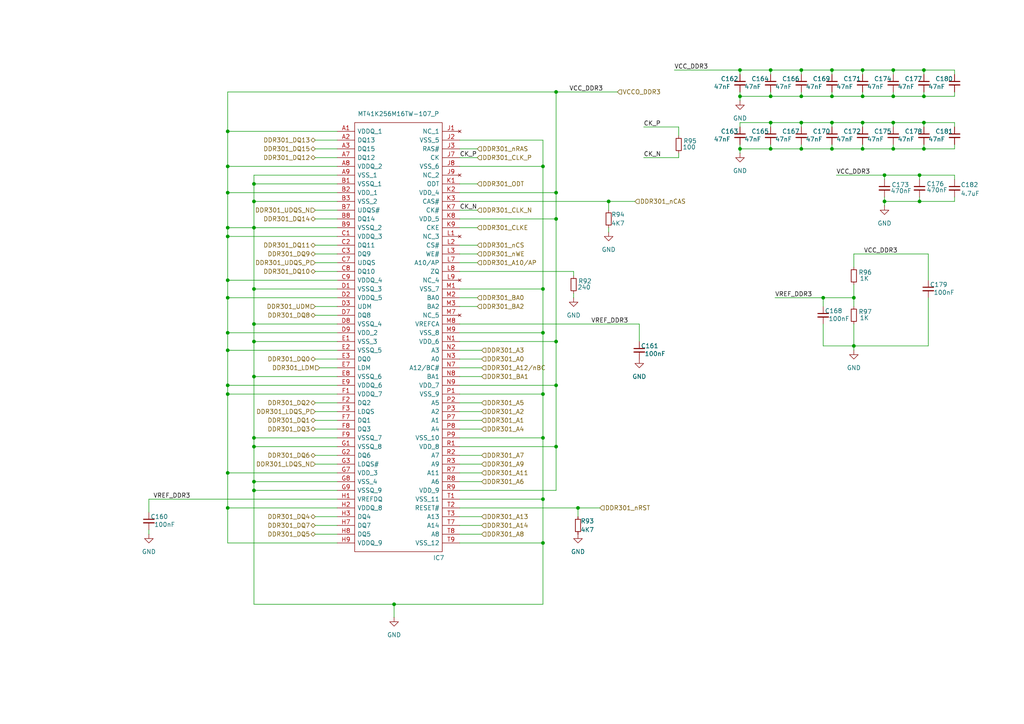
<source format=kicad_sch>
(kicad_sch
	(version 20231120)
	(generator "eeschema")
	(generator_version "8.0")
	(uuid "27d04b0f-0bb2-46f1-8e4a-bdd2eca66682")
	(paper "A4")
	(title_block
		(date "2024-12-08")
	)
	(lib_symbols
		(symbol "Device:C_Small"
			(pin_numbers hide)
			(pin_names
				(offset 0.254) hide)
			(exclude_from_sim no)
			(in_bom yes)
			(on_board yes)
			(property "Reference" "C"
				(at 0.254 1.778 0)
				(effects
					(font
						(size 1.27 1.27)
					)
					(justify left)
				)
			)
			(property "Value" "C_Small"
				(at 0.254 -2.032 0)
				(effects
					(font
						(size 1.27 1.27)
					)
					(justify left)
				)
			)
			(property "Footprint" ""
				(at 0 0 0)
				(effects
					(font
						(size 1.27 1.27)
					)
					(hide yes)
				)
			)
			(property "Datasheet" "~"
				(at 0 0 0)
				(effects
					(font
						(size 1.27 1.27)
					)
					(hide yes)
				)
			)
			(property "Description" "Unpolarized capacitor, small symbol"
				(at 0 0 0)
				(effects
					(font
						(size 1.27 1.27)
					)
					(hide yes)
				)
			)
			(property "ki_keywords" "capacitor cap"
				(at 0 0 0)
				(effects
					(font
						(size 1.27 1.27)
					)
					(hide yes)
				)
			)
			(property "ki_fp_filters" "C_*"
				(at 0 0 0)
				(effects
					(font
						(size 1.27 1.27)
					)
					(hide yes)
				)
			)
			(symbol "C_Small_0_1"
				(polyline
					(pts
						(xy -1.524 -0.508) (xy 1.524 -0.508)
					)
					(stroke
						(width 0.3302)
						(type default)
					)
					(fill
						(type none)
					)
				)
				(polyline
					(pts
						(xy -1.524 0.508) (xy 1.524 0.508)
					)
					(stroke
						(width 0.3048)
						(type default)
					)
					(fill
						(type none)
					)
				)
			)
			(symbol "C_Small_1_1"
				(pin passive line
					(at 0 2.54 270)
					(length 2.032)
					(name "~"
						(effects
							(font
								(size 1.27 1.27)
							)
						)
					)
					(number "1"
						(effects
							(font
								(size 1.27 1.27)
							)
						)
					)
				)
				(pin passive line
					(at 0 -2.54 90)
					(length 2.032)
					(name "~"
						(effects
							(font
								(size 1.27 1.27)
							)
						)
					)
					(number "2"
						(effects
							(font
								(size 1.27 1.27)
							)
						)
					)
				)
			)
		)
		(symbol "Device:R_Small"
			(pin_numbers hide)
			(pin_names
				(offset 0.254) hide)
			(exclude_from_sim no)
			(in_bom yes)
			(on_board yes)
			(property "Reference" "R"
				(at 0.762 0.508 0)
				(effects
					(font
						(size 1.27 1.27)
					)
					(justify left)
				)
			)
			(property "Value" "R_Small"
				(at 0.762 -1.016 0)
				(effects
					(font
						(size 1.27 1.27)
					)
					(justify left)
				)
			)
			(property "Footprint" ""
				(at 0 0 0)
				(effects
					(font
						(size 1.27 1.27)
					)
					(hide yes)
				)
			)
			(property "Datasheet" "~"
				(at 0 0 0)
				(effects
					(font
						(size 1.27 1.27)
					)
					(hide yes)
				)
			)
			(property "Description" "Resistor, small symbol"
				(at 0 0 0)
				(effects
					(font
						(size 1.27 1.27)
					)
					(hide yes)
				)
			)
			(property "ki_keywords" "R resistor"
				(at 0 0 0)
				(effects
					(font
						(size 1.27 1.27)
					)
					(hide yes)
				)
			)
			(property "ki_fp_filters" "R_*"
				(at 0 0 0)
				(effects
					(font
						(size 1.27 1.27)
					)
					(hide yes)
				)
			)
			(symbol "R_Small_0_1"
				(rectangle
					(start -0.762 1.778)
					(end 0.762 -1.778)
					(stroke
						(width 0.2032)
						(type default)
					)
					(fill
						(type none)
					)
				)
			)
			(symbol "R_Small_1_1"
				(pin passive line
					(at 0 2.54 270)
					(length 0.762)
					(name "~"
						(effects
							(font
								(size 1.27 1.27)
							)
						)
					)
					(number "1"
						(effects
							(font
								(size 1.27 1.27)
							)
						)
					)
				)
				(pin passive line
					(at 0 -2.54 90)
					(length 0.762)
					(name "~"
						(effects
							(font
								(size 1.27 1.27)
							)
						)
					)
					(number "2"
						(effects
							(font
								(size 1.27 1.27)
							)
						)
					)
				)
			)
		)
		(symbol "RASBB_Library:MT41K256M16TW-107_P"
			(pin_names
				(offset 0.762)
			)
			(exclude_from_sim no)
			(in_bom yes)
			(on_board yes)
			(property "Reference" "IC3"
				(at 17.78 7.62 0)
				(effects
					(font
						(size 1.27 1.27)
					)
				)
			)
			(property "Value" "MT41K256M16TW-107_P"
				(at 17.78 5.08 0)
				(effects
					(font
						(size 1.27 1.27)
					)
				)
			)
			(property "Footprint" "BGA96C80P9X16_800X1400X120"
				(at 41.148 17.018 0)
				(effects
					(font
						(size 1.27 1.27)
					)
					(justify left)
					(hide yes)
				)
			)
			(property "Datasheet" "https://datasheet.datasheetarchive.com/originals/distributors/DKDS42/DSANUWW0045409.pdf"
				(at 36.83 9.906 0)
				(effects
					(font
						(size 1.27 1.27)
					)
					(justify left)
					(hide yes)
				)
			)
			(property "Description" "MICRON - MT41K256M16TW-107:P - SDRAM, 256M X 16BIT, 0 TO 95DEG C"
				(at -3.302 21.082 0)
				(effects
					(font
						(size 1.27 1.27)
					)
					(hide yes)
				)
			)
			(property "Description_1" "MICRON - MT41K256M16TW-107:P - SDRAM, 256M X 16BIT, 0 TO 95DEG C"
				(at 41.656 23.876 0)
				(effects
					(font
						(size 1.27 1.27)
					)
					(justify left)
					(hide yes)
				)
			)
			(property "Height" "1.2"
				(at 31.75 -5.08 0)
				(effects
					(font
						(size 1.27 1.27)
					)
					(justify left)
					(hide yes)
				)
			)
			(property "Mouser Part Number" "340-265846-TRAY"
				(at 41.402 13.208 0)
				(effects
					(font
						(size 1.27 1.27)
					)
					(justify left)
					(hide yes)
				)
			)
			(property "Mouser Price/Stock" "https://www.mouser.co.uk/ProductDetail/Micron/MT41K256M16TW-107P?qs=rrS6PyfT74eHnbmAfGvzkQ%3D%3D"
				(at 38.608 29.21 0)
				(effects
					(font
						(size 1.27 1.27)
					)
					(justify left)
					(hide yes)
				)
			)
			(property "Manufacturer_Name" "Micron"
				(at 31.75 -12.7 0)
				(effects
					(font
						(size 1.27 1.27)
					)
					(justify left)
					(hide yes)
				)
			)
			(property "Manufacturer_Part_Number" "MT41K256M16TW-107:P"
				(at 55.626 7.112 0)
				(effects
					(font
						(size 1.27 1.27)
					)
					(justify left)
					(hide yes)
				)
			)
			(symbol "MT41K256M16TW-107_P_0_0"
				(pin power_in line
					(at 0 0 0)
					(length 5.08)
					(name "VDDQ_1"
						(effects
							(font
								(size 1.27 1.27)
							)
						)
					)
					(number "A1"
						(effects
							(font
								(size 1.27 1.27)
							)
						)
					)
				)
				(pin bidirectional line
					(at 0 -2.54 0)
					(length 5.08)
					(name "DQ13"
						(effects
							(font
								(size 1.27 1.27)
							)
						)
					)
					(number "A2"
						(effects
							(font
								(size 1.27 1.27)
							)
						)
					)
				)
				(pin bidirectional line
					(at 0 -5.08 0)
					(length 5.08)
					(name "DQ15"
						(effects
							(font
								(size 1.27 1.27)
							)
						)
					)
					(number "A3"
						(effects
							(font
								(size 1.27 1.27)
							)
						)
					)
				)
				(pin bidirectional line
					(at 0 -7.62 0)
					(length 5.08)
					(name "DQ12"
						(effects
							(font
								(size 1.27 1.27)
							)
						)
					)
					(number "A7"
						(effects
							(font
								(size 1.27 1.27)
							)
						)
					)
				)
				(pin power_in line
					(at 0 -10.16 0)
					(length 5.08)
					(name "VDDQ_2"
						(effects
							(font
								(size 1.27 1.27)
							)
						)
					)
					(number "A8"
						(effects
							(font
								(size 1.27 1.27)
							)
						)
					)
				)
				(pin passive line
					(at 0 -12.7 0)
					(length 5.08)
					(name "VSS_1"
						(effects
							(font
								(size 1.27 1.27)
							)
						)
					)
					(number "A9"
						(effects
							(font
								(size 1.27 1.27)
							)
						)
					)
				)
				(pin passive line
					(at 0 -15.24 0)
					(length 5.08)
					(name "VSSQ_1"
						(effects
							(font
								(size 1.27 1.27)
							)
						)
					)
					(number "B1"
						(effects
							(font
								(size 1.27 1.27)
							)
						)
					)
				)
				(pin power_in line
					(at 0 -17.78 0)
					(length 5.08)
					(name "VDD_1"
						(effects
							(font
								(size 1.27 1.27)
							)
						)
					)
					(number "B2"
						(effects
							(font
								(size 1.27 1.27)
							)
						)
					)
				)
				(pin passive line
					(at 0 -20.32 0)
					(length 5.08)
					(name "VSS_2"
						(effects
							(font
								(size 1.27 1.27)
							)
						)
					)
					(number "B3"
						(effects
							(font
								(size 1.27 1.27)
							)
						)
					)
				)
				(pin bidirectional line
					(at 0 -22.86 0)
					(length 5.08)
					(name "UDQS#"
						(effects
							(font
								(size 1.27 1.27)
							)
						)
					)
					(number "B7"
						(effects
							(font
								(size 1.27 1.27)
							)
						)
					)
				)
				(pin bidirectional line
					(at 0 -25.4 0)
					(length 5.08)
					(name "DQ14"
						(effects
							(font
								(size 1.27 1.27)
							)
						)
					)
					(number "B8"
						(effects
							(font
								(size 1.27 1.27)
							)
						)
					)
				)
				(pin passive line
					(at 0 -27.94 0)
					(length 5.08)
					(name "VSSQ_2"
						(effects
							(font
								(size 1.27 1.27)
							)
						)
					)
					(number "B9"
						(effects
							(font
								(size 1.27 1.27)
							)
						)
					)
				)
				(pin bidirectional line
					(at 0 -33.02 0)
					(length 5.08)
					(name "DQ11"
						(effects
							(font
								(size 1.27 1.27)
							)
						)
					)
					(number "C2"
						(effects
							(font
								(size 1.27 1.27)
							)
						)
					)
				)
				(pin bidirectional line
					(at 0 -35.56 0)
					(length 5.08)
					(name "DQ9"
						(effects
							(font
								(size 1.27 1.27)
							)
						)
					)
					(number "C3"
						(effects
							(font
								(size 1.27 1.27)
							)
						)
					)
				)
				(pin bidirectional line
					(at 0 -38.1 0)
					(length 5.08)
					(name "UDQS"
						(effects
							(font
								(size 1.27 1.27)
							)
						)
					)
					(number "C7"
						(effects
							(font
								(size 1.27 1.27)
							)
						)
					)
				)
				(pin bidirectional line
					(at 0 -40.64 0)
					(length 5.08)
					(name "DQ10"
						(effects
							(font
								(size 1.27 1.27)
							)
						)
					)
					(number "C8"
						(effects
							(font
								(size 1.27 1.27)
							)
						)
					)
				)
				(pin power_in line
					(at 0 -43.18 0)
					(length 5.08)
					(name "VDDQ_4"
						(effects
							(font
								(size 1.27 1.27)
							)
						)
					)
					(number "C9"
						(effects
							(font
								(size 1.27 1.27)
							)
						)
					)
				)
				(pin passive line
					(at 0 -45.72 0)
					(length 5.08)
					(name "VSSQ_3"
						(effects
							(font
								(size 1.27 1.27)
							)
						)
					)
					(number "D1"
						(effects
							(font
								(size 1.27 1.27)
							)
						)
					)
				)
				(pin power_in line
					(at 0 -48.26 0)
					(length 5.08)
					(name "VDDQ_5"
						(effects
							(font
								(size 1.27 1.27)
							)
						)
					)
					(number "D2"
						(effects
							(font
								(size 1.27 1.27)
							)
						)
					)
				)
				(pin bidirectional line
					(at 0 -50.8 0)
					(length 5.08)
					(name "UDM"
						(effects
							(font
								(size 1.27 1.27)
							)
						)
					)
					(number "D3"
						(effects
							(font
								(size 1.27 1.27)
							)
						)
					)
				)
				(pin bidirectional line
					(at 0 -53.34 0)
					(length 5.08)
					(name "DQ8"
						(effects
							(font
								(size 1.27 1.27)
							)
						)
					)
					(number "D7"
						(effects
							(font
								(size 1.27 1.27)
							)
						)
					)
				)
				(pin passive line
					(at 0 -55.88 0)
					(length 5.08)
					(name "VSSQ_4"
						(effects
							(font
								(size 1.27 1.27)
							)
						)
					)
					(number "D8"
						(effects
							(font
								(size 1.27 1.27)
							)
						)
					)
				)
				(pin power_in line
					(at 0 -58.42 0)
					(length 5.08)
					(name "VDD_2"
						(effects
							(font
								(size 1.27 1.27)
							)
						)
					)
					(number "D9"
						(effects
							(font
								(size 1.27 1.27)
							)
						)
					)
				)
				(pin passive line
					(at 0 -60.96 0)
					(length 5.08)
					(name "VSS_3"
						(effects
							(font
								(size 1.27 1.27)
							)
						)
					)
					(number "E1"
						(effects
							(font
								(size 1.27 1.27)
							)
						)
					)
				)
				(pin passive line
					(at 0 -63.5 0)
					(length 5.08)
					(name "VSSQ_5"
						(effects
							(font
								(size 1.27 1.27)
							)
						)
					)
					(number "E2"
						(effects
							(font
								(size 1.27 1.27)
							)
						)
					)
				)
				(pin bidirectional line
					(at 0 -66.04 0)
					(length 5.08)
					(name "DQ0"
						(effects
							(font
								(size 1.27 1.27)
							)
						)
					)
					(number "E3"
						(effects
							(font
								(size 1.27 1.27)
							)
						)
					)
				)
				(pin bidirectional line
					(at 0 -68.58 0)
					(length 5.08)
					(name "LDM"
						(effects
							(font
								(size 1.27 1.27)
							)
						)
					)
					(number "E7"
						(effects
							(font
								(size 1.27 1.27)
							)
						)
					)
				)
				(pin passive line
					(at 0 -71.12 0)
					(length 5.08)
					(name "VSSQ_6"
						(effects
							(font
								(size 1.27 1.27)
							)
						)
					)
					(number "E8"
						(effects
							(font
								(size 1.27 1.27)
							)
						)
					)
				)
				(pin power_in line
					(at 0 -73.66 0)
					(length 5.08)
					(name "VDDQ_6"
						(effects
							(font
								(size 1.27 1.27)
							)
						)
					)
					(number "E9"
						(effects
							(font
								(size 1.27 1.27)
							)
						)
					)
				)
				(pin power_in line
					(at 0 -76.2 0)
					(length 5.08)
					(name "VDDQ_7"
						(effects
							(font
								(size 1.27 1.27)
							)
						)
					)
					(number "F1"
						(effects
							(font
								(size 1.27 1.27)
							)
						)
					)
				)
				(pin bidirectional line
					(at 0 -78.74 0)
					(length 5.08)
					(name "DQ2"
						(effects
							(font
								(size 1.27 1.27)
							)
						)
					)
					(number "F2"
						(effects
							(font
								(size 1.27 1.27)
							)
						)
					)
				)
				(pin bidirectional line
					(at 0 -81.28 0)
					(length 5.08)
					(name "LDQS"
						(effects
							(font
								(size 1.27 1.27)
							)
						)
					)
					(number "F3"
						(effects
							(font
								(size 1.27 1.27)
							)
						)
					)
				)
				(pin bidirectional line
					(at 0 -83.82 0)
					(length 5.08)
					(name "DQ1"
						(effects
							(font
								(size 1.27 1.27)
							)
						)
					)
					(number "F7"
						(effects
							(font
								(size 1.27 1.27)
							)
						)
					)
				)
				(pin bidirectional line
					(at 0 -86.36 0)
					(length 5.08)
					(name "DQ3"
						(effects
							(font
								(size 1.27 1.27)
							)
						)
					)
					(number "F8"
						(effects
							(font
								(size 1.27 1.27)
							)
						)
					)
				)
				(pin passive line
					(at 0 -88.9 0)
					(length 5.08)
					(name "VSSQ_7"
						(effects
							(font
								(size 1.27 1.27)
							)
						)
					)
					(number "F9"
						(effects
							(font
								(size 1.27 1.27)
							)
						)
					)
				)
				(pin passive line
					(at 0 -91.44 0)
					(length 5.08)
					(name "VSSQ_8"
						(effects
							(font
								(size 1.27 1.27)
							)
						)
					)
					(number "G1"
						(effects
							(font
								(size 1.27 1.27)
							)
						)
					)
				)
				(pin bidirectional line
					(at 0 -93.98 0)
					(length 5.08)
					(name "DQ6"
						(effects
							(font
								(size 1.27 1.27)
							)
						)
					)
					(number "G2"
						(effects
							(font
								(size 1.27 1.27)
							)
						)
					)
				)
				(pin bidirectional line
					(at 0 -96.52 0)
					(length 5.08)
					(name "LDQS#"
						(effects
							(font
								(size 1.27 1.27)
							)
						)
					)
					(number "G3"
						(effects
							(font
								(size 1.27 1.27)
							)
						)
					)
				)
				(pin power_in line
					(at 0 -99.06 0)
					(length 5.08)
					(name "VDD_3"
						(effects
							(font
								(size 1.27 1.27)
							)
						)
					)
					(number "G7"
						(effects
							(font
								(size 1.27 1.27)
							)
						)
					)
				)
				(pin passive line
					(at 0 -101.6 0)
					(length 5.08)
					(name "VSS_4"
						(effects
							(font
								(size 1.27 1.27)
							)
						)
					)
					(number "G8"
						(effects
							(font
								(size 1.27 1.27)
							)
						)
					)
				)
				(pin passive line
					(at 0 -104.14 0)
					(length 5.08)
					(name "VSSQ_9"
						(effects
							(font
								(size 1.27 1.27)
							)
						)
					)
					(number "G9"
						(effects
							(font
								(size 1.27 1.27)
							)
						)
					)
				)
				(pin power_in line
					(at 0 -106.68 0)
					(length 5.08)
					(name "VREFDQ"
						(effects
							(font
								(size 1.27 1.27)
							)
						)
					)
					(number "H1"
						(effects
							(font
								(size 1.27 1.27)
							)
						)
					)
				)
				(pin power_in line
					(at 0 -109.22 0)
					(length 5.08)
					(name "VDDQ_8"
						(effects
							(font
								(size 1.27 1.27)
							)
						)
					)
					(number "H2"
						(effects
							(font
								(size 1.27 1.27)
							)
						)
					)
				)
				(pin bidirectional line
					(at 0 -111.76 0)
					(length 5.08)
					(name "DQ4"
						(effects
							(font
								(size 1.27 1.27)
							)
						)
					)
					(number "H3"
						(effects
							(font
								(size 1.27 1.27)
							)
						)
					)
				)
				(pin bidirectional line
					(at 0 -114.3 0)
					(length 5.08)
					(name "DQ7"
						(effects
							(font
								(size 1.27 1.27)
							)
						)
					)
					(number "H7"
						(effects
							(font
								(size 1.27 1.27)
							)
						)
					)
				)
				(pin bidirectional line
					(at 0 -116.84 0)
					(length 5.08)
					(name "DQ5"
						(effects
							(font
								(size 1.27 1.27)
							)
						)
					)
					(number "H8"
						(effects
							(font
								(size 1.27 1.27)
							)
						)
					)
				)
				(pin no_connect line
					(at 35.56 0 180)
					(length 5.08)
					(name "NC_1"
						(effects
							(font
								(size 1.27 1.27)
							)
						)
					)
					(number "J1"
						(effects
							(font
								(size 1.27 1.27)
							)
						)
					)
				)
				(pin passive line
					(at 35.56 -2.54 180)
					(length 5.08)
					(name "VSS_5"
						(effects
							(font
								(size 1.27 1.27)
							)
						)
					)
					(number "J2"
						(effects
							(font
								(size 1.27 1.27)
							)
						)
					)
				)
				(pin input line
					(at 35.56 -5.08 180)
					(length 5.08)
					(name "RAS#"
						(effects
							(font
								(size 1.27 1.27)
							)
						)
					)
					(number "J3"
						(effects
							(font
								(size 1.27 1.27)
							)
						)
					)
				)
				(pin input line
					(at 35.56 -7.62 180)
					(length 5.08)
					(name "CK"
						(effects
							(font
								(size 1.27 1.27)
							)
						)
					)
					(number "J7"
						(effects
							(font
								(size 1.27 1.27)
							)
						)
					)
				)
				(pin passive line
					(at 35.56 -10.16 180)
					(length 5.08)
					(name "VSS_6"
						(effects
							(font
								(size 1.27 1.27)
							)
						)
					)
					(number "J8"
						(effects
							(font
								(size 1.27 1.27)
							)
						)
					)
				)
				(pin no_connect line
					(at 35.56 -12.7 180)
					(length 5.08)
					(name "NC_2"
						(effects
							(font
								(size 1.27 1.27)
							)
						)
					)
					(number "J9"
						(effects
							(font
								(size 1.27 1.27)
							)
						)
					)
				)
				(pin power_in line
					(at 35.56 -17.78 180)
					(length 5.08)
					(name "VDD_4"
						(effects
							(font
								(size 1.27 1.27)
							)
						)
					)
					(number "K2"
						(effects
							(font
								(size 1.27 1.27)
							)
						)
					)
				)
				(pin power_in line
					(at 35.56 -25.4 180)
					(length 5.08)
					(name "VDD_5"
						(effects
							(font
								(size 1.27 1.27)
							)
						)
					)
					(number "K8"
						(effects
							(font
								(size 1.27 1.27)
							)
						)
					)
				)
				(pin input line
					(at 35.56 -27.94 180)
					(length 5.08)
					(name "CKE"
						(effects
							(font
								(size 1.27 1.27)
							)
						)
					)
					(number "K9"
						(effects
							(font
								(size 1.27 1.27)
							)
						)
					)
				)
				(pin no_connect line
					(at 35.56 -30.48 180)
					(length 5.08)
					(name "NC_3"
						(effects
							(font
								(size 1.27 1.27)
							)
						)
					)
					(number "L1"
						(effects
							(font
								(size 1.27 1.27)
							)
						)
					)
				)
				(pin input line
					(at 35.56 -33.02 180)
					(length 5.08)
					(name "CS#"
						(effects
							(font
								(size 1.27 1.27)
							)
						)
					)
					(number "L2"
						(effects
							(font
								(size 1.27 1.27)
							)
						)
					)
				)
				(pin input line
					(at 35.56 -35.56 180)
					(length 5.08)
					(name "WE#"
						(effects
							(font
								(size 1.27 1.27)
							)
						)
					)
					(number "L3"
						(effects
							(font
								(size 1.27 1.27)
							)
						)
					)
				)
				(pin input line
					(at 35.56 -38.1 180)
					(length 5.08)
					(name "A10/AP"
						(effects
							(font
								(size 1.27 1.27)
							)
						)
					)
					(number "L7"
						(effects
							(font
								(size 1.27 1.27)
							)
						)
					)
				)
				(pin input line
					(at 35.56 -40.64 180)
					(length 5.08)
					(name "ZQ"
						(effects
							(font
								(size 1.27 1.27)
							)
						)
					)
					(number "L8"
						(effects
							(font
								(size 1.27 1.27)
							)
						)
					)
				)
				(pin no_connect line
					(at 35.56 -43.18 180)
					(length 5.08)
					(name "NC_4"
						(effects
							(font
								(size 1.27 1.27)
							)
						)
					)
					(number "L9"
						(effects
							(font
								(size 1.27 1.27)
							)
						)
					)
				)
				(pin passive line
					(at 35.56 -45.72 180)
					(length 5.08)
					(name "VSS_7"
						(effects
							(font
								(size 1.27 1.27)
							)
						)
					)
					(number "M1"
						(effects
							(font
								(size 1.27 1.27)
							)
						)
					)
				)
				(pin input line
					(at 35.56 -48.26 180)
					(length 5.08)
					(name "BA0"
						(effects
							(font
								(size 1.27 1.27)
							)
						)
					)
					(number "M2"
						(effects
							(font
								(size 1.27 1.27)
							)
						)
					)
				)
				(pin input line
					(at 35.56 -50.8 180)
					(length 5.08)
					(name "BA2"
						(effects
							(font
								(size 1.27 1.27)
							)
						)
					)
					(number "M3"
						(effects
							(font
								(size 1.27 1.27)
							)
						)
					)
				)
				(pin no_connect line
					(at 35.56 -53.34 180)
					(length 5.08)
					(name "NC_5"
						(effects
							(font
								(size 1.27 1.27)
							)
						)
					)
					(number "M7"
						(effects
							(font
								(size 1.27 1.27)
							)
						)
					)
				)
				(pin power_in line
					(at 35.56 -55.88 180)
					(length 5.08)
					(name "VREFCA"
						(effects
							(font
								(size 1.27 1.27)
							)
						)
					)
					(number "M8"
						(effects
							(font
								(size 1.27 1.27)
							)
						)
					)
				)
				(pin passive line
					(at 35.56 -58.42 180)
					(length 5.08)
					(name "VSS_8"
						(effects
							(font
								(size 1.27 1.27)
							)
						)
					)
					(number "M9"
						(effects
							(font
								(size 1.27 1.27)
							)
						)
					)
				)
				(pin power_in line
					(at 35.56 -60.96 180)
					(length 5.08)
					(name "VDD_6"
						(effects
							(font
								(size 1.27 1.27)
							)
						)
					)
					(number "N1"
						(effects
							(font
								(size 1.27 1.27)
							)
						)
					)
				)
				(pin input line
					(at 35.56 -63.5 180)
					(length 5.08)
					(name "A3"
						(effects
							(font
								(size 1.27 1.27)
							)
						)
					)
					(number "N2"
						(effects
							(font
								(size 1.27 1.27)
							)
						)
					)
				)
				(pin input line
					(at 35.56 -71.12 180)
					(length 5.08)
					(name "BA1"
						(effects
							(font
								(size 1.27 1.27)
							)
						)
					)
					(number "N8"
						(effects
							(font
								(size 1.27 1.27)
							)
						)
					)
				)
				(pin power_in line
					(at 35.56 -73.66 180)
					(length 5.08)
					(name "VDD_7"
						(effects
							(font
								(size 1.27 1.27)
							)
						)
					)
					(number "N9"
						(effects
							(font
								(size 1.27 1.27)
							)
						)
					)
				)
				(pin passive line
					(at 35.56 -76.2 180)
					(length 5.08)
					(name "VSS_9"
						(effects
							(font
								(size 1.27 1.27)
							)
						)
					)
					(number "P1"
						(effects
							(font
								(size 1.27 1.27)
							)
						)
					)
				)
				(pin input line
					(at 35.56 -78.74 180)
					(length 5.08)
					(name "A5"
						(effects
							(font
								(size 1.27 1.27)
							)
						)
					)
					(number "P2"
						(effects
							(font
								(size 1.27 1.27)
							)
						)
					)
				)
				(pin input line
					(at 35.56 -81.28 180)
					(length 5.08)
					(name "A2"
						(effects
							(font
								(size 1.27 1.27)
							)
						)
					)
					(number "P3"
						(effects
							(font
								(size 1.27 1.27)
							)
						)
					)
				)
				(pin input line
					(at 35.56 -83.82 180)
					(length 5.08)
					(name "A1"
						(effects
							(font
								(size 1.27 1.27)
							)
						)
					)
					(number "P7"
						(effects
							(font
								(size 1.27 1.27)
							)
						)
					)
				)
				(pin input line
					(at 35.56 -86.36 180)
					(length 5.08)
					(name "A4"
						(effects
							(font
								(size 1.27 1.27)
							)
						)
					)
					(number "P8"
						(effects
							(font
								(size 1.27 1.27)
							)
						)
					)
				)
				(pin passive line
					(at 35.56 -88.9 180)
					(length 5.08)
					(name "VSS_10"
						(effects
							(font
								(size 1.27 1.27)
							)
						)
					)
					(number "P9"
						(effects
							(font
								(size 1.27 1.27)
							)
						)
					)
				)
				(pin power_in line
					(at 35.56 -91.44 180)
					(length 5.08)
					(name "VDD_8"
						(effects
							(font
								(size 1.27 1.27)
							)
						)
					)
					(number "R1"
						(effects
							(font
								(size 1.27 1.27)
							)
						)
					)
				)
				(pin input line
					(at 35.56 -93.98 180)
					(length 5.08)
					(name "A7"
						(effects
							(font
								(size 1.27 1.27)
							)
						)
					)
					(number "R2"
						(effects
							(font
								(size 1.27 1.27)
							)
						)
					)
				)
				(pin input line
					(at 35.56 -96.52 180)
					(length 5.08)
					(name "A9"
						(effects
							(font
								(size 1.27 1.27)
							)
						)
					)
					(number "R3"
						(effects
							(font
								(size 1.27 1.27)
							)
						)
					)
				)
				(pin input line
					(at 35.56 -99.06 180)
					(length 5.08)
					(name "A11"
						(effects
							(font
								(size 1.27 1.27)
							)
						)
					)
					(number "R7"
						(effects
							(font
								(size 1.27 1.27)
							)
						)
					)
				)
				(pin input line
					(at 35.56 -101.6 180)
					(length 5.08)
					(name "A6"
						(effects
							(font
								(size 1.27 1.27)
							)
						)
					)
					(number "R8"
						(effects
							(font
								(size 1.27 1.27)
							)
						)
					)
				)
				(pin power_in line
					(at 35.56 -104.14 180)
					(length 5.08)
					(name "VDD_9"
						(effects
							(font
								(size 1.27 1.27)
							)
						)
					)
					(number "R9"
						(effects
							(font
								(size 1.27 1.27)
							)
						)
					)
				)
				(pin passive line
					(at 35.56 -106.68 180)
					(length 5.08)
					(name "VSS_11"
						(effects
							(font
								(size 1.27 1.27)
							)
						)
					)
					(number "T1"
						(effects
							(font
								(size 1.27 1.27)
							)
						)
					)
				)
				(pin input line
					(at 35.56 -109.22 180)
					(length 5.08)
					(name "RESET#"
						(effects
							(font
								(size 1.27 1.27)
							)
						)
					)
					(number "T2"
						(effects
							(font
								(size 1.27 1.27)
							)
						)
					)
				)
				(pin input line
					(at 35.56 -111.76 180)
					(length 5.08)
					(name "A13"
						(effects
							(font
								(size 1.27 1.27)
							)
						)
					)
					(number "T3"
						(effects
							(font
								(size 1.27 1.27)
							)
						)
					)
				)
				(pin input line
					(at 35.56 -114.3 180)
					(length 5.08)
					(name "A14"
						(effects
							(font
								(size 1.27 1.27)
							)
						)
					)
					(number "T7"
						(effects
							(font
								(size 1.27 1.27)
							)
						)
					)
				)
				(pin input line
					(at 35.56 -116.84 180)
					(length 5.08)
					(name "A8"
						(effects
							(font
								(size 1.27 1.27)
							)
						)
					)
					(number "T8"
						(effects
							(font
								(size 1.27 1.27)
							)
						)
					)
				)
				(pin passive line
					(at 35.56 -119.38 180)
					(length 5.08)
					(name "VSS_12"
						(effects
							(font
								(size 1.27 1.27)
							)
						)
					)
					(number "T9"
						(effects
							(font
								(size 1.27 1.27)
							)
						)
					)
				)
			)
			(symbol "MT41K256M16TW-107_P_0_1"
				(polyline
					(pts
						(xy 5.08 2.54) (xy 30.48 2.54) (xy 30.48 -121.92) (xy 5.08 -121.92) (xy 5.08 2.54)
					)
					(stroke
						(width 0.1524)
						(type solid)
					)
					(fill
						(type none)
					)
				)
			)
			(symbol "MT41K256M16TW-107_P_1_0"
				(pin power_in line
					(at 0 -30.48 0)
					(length 5.08)
					(name "VDDQ_3"
						(effects
							(font
								(size 1.27 1.27)
							)
						)
					)
					(number "C1"
						(effects
							(font
								(size 1.27 1.27)
							)
						)
					)
				)
				(pin power_in line
					(at 0 -119.38 0)
					(length 5.08)
					(name "VDDQ_9"
						(effects
							(font
								(size 1.27 1.27)
							)
						)
					)
					(number "H9"
						(effects
							(font
								(size 1.27 1.27)
							)
						)
					)
				)
				(pin input line
					(at 35.56 -15.24 180)
					(length 5.08)
					(name "ODT"
						(effects
							(font
								(size 1.27 1.27)
							)
						)
					)
					(number "K1"
						(effects
							(font
								(size 1.27 1.27)
							)
						)
					)
				)
				(pin input line
					(at 35.56 -20.32 180)
					(length 5.08)
					(name "CAS#"
						(effects
							(font
								(size 1.27 1.27)
							)
						)
					)
					(number "K3"
						(effects
							(font
								(size 1.27 1.27)
							)
						)
					)
				)
				(pin input line
					(at 35.56 -22.86 180)
					(length 5.08)
					(name "CK#"
						(effects
							(font
								(size 1.27 1.27)
							)
						)
					)
					(number "K7"
						(effects
							(font
								(size 1.27 1.27)
							)
						)
					)
				)
				(pin input line
					(at 35.56 -66.04 180)
					(length 5.08)
					(name "A0"
						(effects
							(font
								(size 1.27 1.27)
							)
						)
					)
					(number "N3"
						(effects
							(font
								(size 1.27 1.27)
							)
						)
					)
				)
				(pin input line
					(at 35.56 -68.58 180)
					(length 5.08)
					(name "A12/BC#"
						(effects
							(font
								(size 1.27 1.27)
							)
						)
					)
					(number "N7"
						(effects
							(font
								(size 1.27 1.27)
							)
						)
					)
				)
			)
		)
		(symbol "power:GND"
			(power)
			(pin_numbers hide)
			(pin_names
				(offset 0) hide)
			(exclude_from_sim no)
			(in_bom yes)
			(on_board yes)
			(property "Reference" "#PWR"
				(at 0 -6.35 0)
				(effects
					(font
						(size 1.27 1.27)
					)
					(hide yes)
				)
			)
			(property "Value" "GND"
				(at 0 -3.81 0)
				(effects
					(font
						(size 1.27 1.27)
					)
				)
			)
			(property "Footprint" ""
				(at 0 0 0)
				(effects
					(font
						(size 1.27 1.27)
					)
					(hide yes)
				)
			)
			(property "Datasheet" ""
				(at 0 0 0)
				(effects
					(font
						(size 1.27 1.27)
					)
					(hide yes)
				)
			)
			(property "Description" "Power symbol creates a global label with name \"GND\" , ground"
				(at 0 0 0)
				(effects
					(font
						(size 1.27 1.27)
					)
					(hide yes)
				)
			)
			(property "ki_keywords" "global power"
				(at 0 0 0)
				(effects
					(font
						(size 1.27 1.27)
					)
					(hide yes)
				)
			)
			(symbol "GND_0_1"
				(polyline
					(pts
						(xy 0 0) (xy 0 -1.27) (xy 1.27 -1.27) (xy 0 -2.54) (xy -1.27 -1.27) (xy 0 -1.27)
					)
					(stroke
						(width 0)
						(type default)
					)
					(fill
						(type none)
					)
				)
			)
			(symbol "GND_1_1"
				(pin power_in line
					(at 0 0 270)
					(length 0)
					(name "~"
						(effects
							(font
								(size 1.27 1.27)
							)
						)
					)
					(number "1"
						(effects
							(font
								(size 1.27 1.27)
							)
						)
					)
				)
			)
		)
	)
	(junction
		(at 161.29 111.76)
		(diameter 0)
		(color 0 0 0 0)
		(uuid "065d8273-cbdc-4fc4-818e-cb1c371e590f")
	)
	(junction
		(at 223.52 43.18)
		(diameter 0)
		(color 0 0 0 0)
		(uuid "09252bd5-571a-47c8-b88d-50230690644b")
	)
	(junction
		(at 259.08 27.94)
		(diameter 0)
		(color 0 0 0 0)
		(uuid "09e4cb1e-a92e-42e0-a425-3309c2499ca0")
	)
	(junction
		(at 223.52 27.94)
		(diameter 0)
		(color 0 0 0 0)
		(uuid "0a08b839-5900-4f45-b1b5-f438a3ac4eda")
	)
	(junction
		(at 66.04 66.04)
		(diameter 0)
		(color 0 0 0 0)
		(uuid "0b1438ca-0c28-4b1c-ab0f-26965085242e")
	)
	(junction
		(at 66.04 147.32)
		(diameter 0)
		(color 0 0 0 0)
		(uuid "12faaf18-cbc3-413e-b83d-e03e4e27e8b8")
	)
	(junction
		(at 157.48 144.78)
		(diameter 0)
		(color 0 0 0 0)
		(uuid "1549b81c-37e9-4eea-a25d-4824d2cc82df")
	)
	(junction
		(at 214.63 27.94)
		(diameter 0)
		(color 0 0 0 0)
		(uuid "2261ccd8-2efc-4ec9-b04e-6fd34c0ba827")
	)
	(junction
		(at 232.41 35.56)
		(diameter 0)
		(color 0 0 0 0)
		(uuid "232f2f33-c06d-48f3-8cbc-5bf828e1fd7b")
	)
	(junction
		(at 161.29 63.5)
		(diameter 0)
		(color 0 0 0 0)
		(uuid "2826d34f-849a-4acb-a244-553553406455")
	)
	(junction
		(at 66.04 68.58)
		(diameter 0)
		(color 0 0 0 0)
		(uuid "2c82d547-a111-4069-bc0d-e27e39ae5107")
	)
	(junction
		(at 73.66 93.98)
		(diameter 0)
		(color 0 0 0 0)
		(uuid "2c8422f5-1767-4e90-90cc-6b070a1018f2")
	)
	(junction
		(at 241.3 27.94)
		(diameter 0)
		(color 0 0 0 0)
		(uuid "2f6ebcff-10da-438f-9ca5-894f0717bc42")
	)
	(junction
		(at 232.41 43.18)
		(diameter 0)
		(color 0 0 0 0)
		(uuid "31b1648f-632e-4e8f-aea7-846fab071f8a")
	)
	(junction
		(at 73.66 129.54)
		(diameter 0)
		(color 0 0 0 0)
		(uuid "33ae7afd-64ec-404c-a749-925f26b86488")
	)
	(junction
		(at 247.65 100.33)
		(diameter 0)
		(color 0 0 0 0)
		(uuid "3b5c06b0-5545-4eb5-aaf9-056ebcbf0e31")
	)
	(junction
		(at 66.04 114.3)
		(diameter 0)
		(color 0 0 0 0)
		(uuid "43bd9539-d2b2-4676-9871-7106963331b6")
	)
	(junction
		(at 161.29 99.06)
		(diameter 0)
		(color 0 0 0 0)
		(uuid "461ab9ce-2e8f-4ac7-aa18-828206fd0dbd")
	)
	(junction
		(at 66.04 101.6)
		(diameter 0)
		(color 0 0 0 0)
		(uuid "486e8f73-17c7-4c1c-b21c-13bdad4fca6f")
	)
	(junction
		(at 267.97 27.94)
		(diameter 0)
		(color 0 0 0 0)
		(uuid "4ed591f7-f3ef-4500-aa1d-bfdd50a63c79")
	)
	(junction
		(at 232.41 27.94)
		(diameter 0)
		(color 0 0 0 0)
		(uuid "53525503-de50-4f65-b9b8-b98140f90982")
	)
	(junction
		(at 66.04 137.16)
		(diameter 0)
		(color 0 0 0 0)
		(uuid "5b29da36-39e9-4a54-bddc-e04c147fbc93")
	)
	(junction
		(at 232.41 20.32)
		(diameter 0)
		(color 0 0 0 0)
		(uuid "5cef7075-fd77-4e95-a6c8-6e2e135252a5")
	)
	(junction
		(at 73.66 66.04)
		(diameter 0)
		(color 0 0 0 0)
		(uuid "5d396555-4d21-4066-ba61-9bcb8c9a2a22")
	)
	(junction
		(at 259.08 20.32)
		(diameter 0)
		(color 0 0 0 0)
		(uuid "5d51b73d-8e31-46b4-b76d-758805d89503")
	)
	(junction
		(at 266.7 58.42)
		(diameter 0)
		(color 0 0 0 0)
		(uuid "623246ba-063a-4a89-93fe-87e8e8c62b46")
	)
	(junction
		(at 223.52 20.32)
		(diameter 0)
		(color 0 0 0 0)
		(uuid "63a38319-5106-4c01-be24-43207f575d56")
	)
	(junction
		(at 176.53 58.42)
		(diameter 0)
		(color 0 0 0 0)
		(uuid "65c72190-2977-450f-9728-95d488266abb")
	)
	(junction
		(at 161.29 129.54)
		(diameter 0)
		(color 0 0 0 0)
		(uuid "682276f1-8113-43e8-868a-631b512e2fb7")
	)
	(junction
		(at 250.19 27.94)
		(diameter 0)
		(color 0 0 0 0)
		(uuid "6934100b-a24f-4cd6-96b8-f45a6984a7b9")
	)
	(junction
		(at 73.66 53.34)
		(diameter 0)
		(color 0 0 0 0)
		(uuid "6d377a15-d7fc-4b76-87bb-d98d4e6ed1ae")
	)
	(junction
		(at 73.66 58.42)
		(diameter 0)
		(color 0 0 0 0)
		(uuid "71b885c3-d646-4e8f-974c-fc12a585d359")
	)
	(junction
		(at 73.66 109.22)
		(diameter 0)
		(color 0 0 0 0)
		(uuid "76563066-f454-418a-83e9-9410a269ef8f")
	)
	(junction
		(at 66.04 96.52)
		(diameter 0)
		(color 0 0 0 0)
		(uuid "781db9dc-5b2f-40f7-8135-f428d2f33bc1")
	)
	(junction
		(at 73.66 83.82)
		(diameter 0)
		(color 0 0 0 0)
		(uuid "797168af-2e9a-46dc-9f73-4a8eb2e60a49")
	)
	(junction
		(at 157.48 157.48)
		(diameter 0)
		(color 0 0 0 0)
		(uuid "7b3ac802-422c-4595-896c-5192a43e1a16")
	)
	(junction
		(at 238.76 86.36)
		(diameter 0)
		(color 0 0 0 0)
		(uuid "7c442bc3-fbaf-47b3-b087-3cb2aa6def82")
	)
	(junction
		(at 266.7 50.8)
		(diameter 0)
		(color 0 0 0 0)
		(uuid "7d458608-07f8-44a5-be4d-0da8b5110a33")
	)
	(junction
		(at 214.63 43.18)
		(diameter 0)
		(color 0 0 0 0)
		(uuid "906d018c-5fc3-43c7-90f4-8168dd878249")
	)
	(junction
		(at 241.3 43.18)
		(diameter 0)
		(color 0 0 0 0)
		(uuid "93f89ea8-dc97-40be-93a3-da29d47edabf")
	)
	(junction
		(at 66.04 81.28)
		(diameter 0)
		(color 0 0 0 0)
		(uuid "94fd23f1-c67c-465f-87d8-caedc7216178")
	)
	(junction
		(at 66.04 38.1)
		(diameter 0)
		(color 0 0 0 0)
		(uuid "95217828-286e-434f-a883-7d36620374ca")
	)
	(junction
		(at 250.19 20.32)
		(diameter 0)
		(color 0 0 0 0)
		(uuid "96d3cd98-82fe-41a7-8f65-31893c0d0152")
	)
	(junction
		(at 241.3 35.56)
		(diameter 0)
		(color 0 0 0 0)
		(uuid "982f73ed-f4ff-4a3b-9221-93b19e78c2bd")
	)
	(junction
		(at 267.97 43.18)
		(diameter 0)
		(color 0 0 0 0)
		(uuid "98af9954-db02-43b0-9e98-f46c0db7e369")
	)
	(junction
		(at 66.04 55.88)
		(diameter 0)
		(color 0 0 0 0)
		(uuid "a09601fb-201e-4a57-a570-f6e1faa712a7")
	)
	(junction
		(at 250.19 43.18)
		(diameter 0)
		(color 0 0 0 0)
		(uuid "a3ba2cc6-4c65-424f-8533-68d6b70645fd")
	)
	(junction
		(at 73.66 99.06)
		(diameter 0)
		(color 0 0 0 0)
		(uuid "a71ff201-c76f-4b4b-93d0-0b466031e8d8")
	)
	(junction
		(at 214.63 20.32)
		(diameter 0)
		(color 0 0 0 0)
		(uuid "a776ad6e-2c76-462c-a668-07d7a611cd65")
	)
	(junction
		(at 161.29 26.67)
		(diameter 0)
		(color 0 0 0 0)
		(uuid "af720cf3-d24a-4bc3-ac45-08e034789248")
	)
	(junction
		(at 157.48 96.52)
		(diameter 0)
		(color 0 0 0 0)
		(uuid "b015f402-b91e-47b4-ac13-c5b951b5c61c")
	)
	(junction
		(at 241.3 20.32)
		(diameter 0)
		(color 0 0 0 0)
		(uuid "b60b14d8-591e-4412-b85c-c7009ac0295f")
	)
	(junction
		(at 73.66 139.7)
		(diameter 0)
		(color 0 0 0 0)
		(uuid "b82f2736-c35b-4f77-99fc-352acb2325de")
	)
	(junction
		(at 157.48 114.3)
		(diameter 0)
		(color 0 0 0 0)
		(uuid "b97e2e1e-0e9b-473f-b248-9bd56e7d1fb1")
	)
	(junction
		(at 73.66 142.24)
		(diameter 0)
		(color 0 0 0 0)
		(uuid "bacffecf-25b9-421e-87bf-c6ae2fe7a1b6")
	)
	(junction
		(at 250.19 35.56)
		(diameter 0)
		(color 0 0 0 0)
		(uuid "bb9d3485-66be-4f9c-aeae-0e7a11ac00a4")
	)
	(junction
		(at 157.48 48.26)
		(diameter 0)
		(color 0 0 0 0)
		(uuid "bc9f0a62-923e-4631-801b-0a11e6c5e0f7")
	)
	(junction
		(at 161.29 55.88)
		(diameter 0)
		(color 0 0 0 0)
		(uuid "be9414d6-506f-434b-a27c-bded7445298d")
	)
	(junction
		(at 66.04 48.26)
		(diameter 0)
		(color 0 0 0 0)
		(uuid "c20f90cd-ebc5-4c94-a256-68b2456c8aa8")
	)
	(junction
		(at 267.97 35.56)
		(diameter 0)
		(color 0 0 0 0)
		(uuid "c4e1b677-08fa-483b-afc3-42f25efb3910")
	)
	(junction
		(at 157.48 127)
		(diameter 0)
		(color 0 0 0 0)
		(uuid "c69e9b09-f869-479a-b136-f38bb2e4369a")
	)
	(junction
		(at 223.52 35.56)
		(diameter 0)
		(color 0 0 0 0)
		(uuid "cbe2a264-779e-49b8-99e6-c5d944e6bac5")
	)
	(junction
		(at 167.64 147.32)
		(diameter 0)
		(color 0 0 0 0)
		(uuid "d093ce90-e34e-43ee-acd9-477eadb42b40")
	)
	(junction
		(at 267.97 20.32)
		(diameter 0)
		(color 0 0 0 0)
		(uuid "d1d12991-fce3-445e-a83f-1465f7fb9f1b")
	)
	(junction
		(at 259.08 43.18)
		(diameter 0)
		(color 0 0 0 0)
		(uuid "d74745eb-92b1-4842-88e5-83dfcc3f2387")
	)
	(junction
		(at 256.54 50.8)
		(diameter 0)
		(color 0 0 0 0)
		(uuid "da235c62-45a2-495d-9ed8-ec9f2aa85738")
	)
	(junction
		(at 259.08 35.56)
		(diameter 0)
		(color 0 0 0 0)
		(uuid "de6eabb3-0b5e-4fa4-84fa-fe1ac7439af6")
	)
	(junction
		(at 73.66 127)
		(diameter 0)
		(color 0 0 0 0)
		(uuid "dedb2f22-6839-46b8-909f-c8535f4b4211")
	)
	(junction
		(at 66.04 111.76)
		(diameter 0)
		(color 0 0 0 0)
		(uuid "e03f7106-575b-4b9b-b3ee-8d015f0b754a")
	)
	(junction
		(at 256.54 58.42)
		(diameter 0)
		(color 0 0 0 0)
		(uuid "e326e73f-4a21-4427-8181-ce6fe4b0bc94")
	)
	(junction
		(at 114.3 175.26)
		(diameter 0)
		(color 0 0 0 0)
		(uuid "ec790ee5-f357-4cb5-80fc-9bfe2c2d8417")
	)
	(junction
		(at 66.04 86.36)
		(diameter 0)
		(color 0 0 0 0)
		(uuid "f1243fe0-3d86-4852-adbb-c37def19f053")
	)
	(junction
		(at 157.48 83.82)
		(diameter 0)
		(color 0 0 0 0)
		(uuid "f33bd1be-2097-4669-a01f-5f08e894cb43")
	)
	(junction
		(at 247.65 86.36)
		(diameter 0)
		(color 0 0 0 0)
		(uuid "fd0d1cc1-dabb-48c0-9d85-34b02fe12744")
	)
	(wire
		(pts
			(xy 91.44 60.96) (xy 97.79 60.96)
		)
		(stroke
			(width 0)
			(type default)
		)
		(uuid "0146b75d-5745-4034-b60e-697b48af6c2c")
	)
	(wire
		(pts
			(xy 266.7 50.8) (xy 266.7 52.07)
		)
		(stroke
			(width 0)
			(type default)
		)
		(uuid "017a9955-e26b-4484-ae48-55b730183fb2")
	)
	(wire
		(pts
			(xy 259.08 26.67) (xy 259.08 27.94)
		)
		(stroke
			(width 0)
			(type default)
		)
		(uuid "02330fab-eaff-4f1a-981f-4cd25ce06bcf")
	)
	(wire
		(pts
			(xy 139.7 109.22) (xy 133.35 109.22)
		)
		(stroke
			(width 0)
			(type default)
		)
		(uuid "02bb280a-7617-4ee5-a728-1340e077a6cd")
	)
	(wire
		(pts
			(xy 73.66 50.8) (xy 97.79 50.8)
		)
		(stroke
			(width 0)
			(type default)
		)
		(uuid "03fa5f2a-fb9c-42a6-b640-0d93a9320ee7")
	)
	(wire
		(pts
			(xy 256.54 58.42) (xy 256.54 59.69)
		)
		(stroke
			(width 0)
			(type default)
		)
		(uuid "0454f057-1fd5-4096-b4d0-aa3b69984d12")
	)
	(wire
		(pts
			(xy 232.41 35.56) (xy 241.3 35.56)
		)
		(stroke
			(width 0)
			(type default)
		)
		(uuid "0754a9a1-fbf0-4987-8aa0-e0659de51704")
	)
	(wire
		(pts
			(xy 66.04 96.52) (xy 66.04 86.36)
		)
		(stroke
			(width 0)
			(type default)
		)
		(uuid "0765703b-a8c5-452b-abd8-3e8d3cee9460")
	)
	(wire
		(pts
			(xy 91.44 152.4) (xy 97.79 152.4)
		)
		(stroke
			(width 0)
			(type default)
		)
		(uuid "07e35666-a971-4d4b-89e9-8cebf9d2f872")
	)
	(wire
		(pts
			(xy 276.86 57.15) (xy 276.86 58.42)
		)
		(stroke
			(width 0)
			(type default)
		)
		(uuid "0954d47b-23c8-4593-8ddf-77621564e8b6")
	)
	(wire
		(pts
			(xy 91.44 45.72) (xy 97.79 45.72)
		)
		(stroke
			(width 0)
			(type default)
		)
		(uuid "0b2a5d40-691f-44df-8336-e00af54d8247")
	)
	(wire
		(pts
			(xy 73.66 142.24) (xy 97.79 142.24)
		)
		(stroke
			(width 0)
			(type default)
		)
		(uuid "0d0edce5-b732-4622-8e2f-9e66531ed917")
	)
	(wire
		(pts
			(xy 114.3 175.26) (xy 157.48 175.26)
		)
		(stroke
			(width 0)
			(type default)
		)
		(uuid "0d9965ec-abe1-4a04-82c9-3ee597c672d0")
	)
	(wire
		(pts
			(xy 73.66 142.24) (xy 73.66 175.26)
		)
		(stroke
			(width 0)
			(type default)
		)
		(uuid "0e9cf0ab-8daf-4da2-8878-a5b46d013d6a")
	)
	(wire
		(pts
			(xy 266.7 57.15) (xy 266.7 58.42)
		)
		(stroke
			(width 0)
			(type default)
		)
		(uuid "0f33493d-331e-44ff-93fd-3185b088ac51")
	)
	(wire
		(pts
			(xy 186.69 36.83) (xy 196.85 36.83)
		)
		(stroke
			(width 0)
			(type default)
		)
		(uuid "0f64a672-daf4-4bb7-9f46-65373fd61e6c")
	)
	(wire
		(pts
			(xy 66.04 137.16) (xy 66.04 114.3)
		)
		(stroke
			(width 0)
			(type default)
		)
		(uuid "0f7f2edb-efe2-4f7d-8b2d-0b0495146f88")
	)
	(wire
		(pts
			(xy 267.97 43.18) (xy 276.86 43.18)
		)
		(stroke
			(width 0)
			(type default)
		)
		(uuid "0fea42dd-fa73-4104-afd6-aed5967edd89")
	)
	(wire
		(pts
			(xy 133.35 99.06) (xy 161.29 99.06)
		)
		(stroke
			(width 0)
			(type default)
		)
		(uuid "104265db-9464-47fc-a7af-c8c342386d50")
	)
	(wire
		(pts
			(xy 91.44 40.64) (xy 97.79 40.64)
		)
		(stroke
			(width 0)
			(type default)
		)
		(uuid "11bcf4f9-82a4-4101-a4db-977c85894842")
	)
	(wire
		(pts
			(xy 73.66 99.06) (xy 73.66 109.22)
		)
		(stroke
			(width 0)
			(type default)
		)
		(uuid "1305a9cc-4f45-4bce-a2c2-737386ec9951")
	)
	(wire
		(pts
			(xy 73.66 93.98) (xy 73.66 99.06)
		)
		(stroke
			(width 0)
			(type default)
		)
		(uuid "154a2b82-c2ff-4648-a76b-c131845f2bfa")
	)
	(wire
		(pts
			(xy 250.19 41.91) (xy 250.19 43.18)
		)
		(stroke
			(width 0)
			(type default)
		)
		(uuid "17a94a5c-7f37-4154-9c44-94832acab4c1")
	)
	(wire
		(pts
			(xy 91.44 132.08) (xy 97.79 132.08)
		)
		(stroke
			(width 0)
			(type default)
		)
		(uuid "18675b53-f524-4670-8459-fd44ce383d4c")
	)
	(wire
		(pts
			(xy 66.04 147.32) (xy 97.79 147.32)
		)
		(stroke
			(width 0)
			(type default)
		)
		(uuid "194e0101-d14d-4722-958b-2dac332d30f1")
	)
	(wire
		(pts
			(xy 73.66 50.8) (xy 73.66 53.34)
		)
		(stroke
			(width 0)
			(type default)
		)
		(uuid "195af6d1-6739-476b-af13-61d5e8a87c1d")
	)
	(wire
		(pts
			(xy 66.04 81.28) (xy 97.79 81.28)
		)
		(stroke
			(width 0)
			(type default)
		)
		(uuid "19f29c31-e8ea-4159-b09e-5b12cff2603d")
	)
	(wire
		(pts
			(xy 91.44 154.94) (xy 97.79 154.94)
		)
		(stroke
			(width 0)
			(type default)
		)
		(uuid "19f6fce2-af68-4354-a9c9-571ff7e70b35")
	)
	(wire
		(pts
			(xy 259.08 35.56) (xy 267.97 35.56)
		)
		(stroke
			(width 0)
			(type default)
		)
		(uuid "1ac77dce-5f36-49ec-9a29-d3284c779bf6")
	)
	(wire
		(pts
			(xy 133.35 129.54) (xy 161.29 129.54)
		)
		(stroke
			(width 0)
			(type default)
		)
		(uuid "1be68a93-7ee7-4475-ba86-6c6198753bfd")
	)
	(wire
		(pts
			(xy 214.63 43.18) (xy 223.52 43.18)
		)
		(stroke
			(width 0)
			(type default)
		)
		(uuid "1c512b54-86f4-4688-b068-bf4488a8717e")
	)
	(wire
		(pts
			(xy 256.54 50.8) (xy 256.54 52.07)
		)
		(stroke
			(width 0)
			(type default)
		)
		(uuid "1f9696ff-5840-4b86-9b71-885e82ce7496")
	)
	(wire
		(pts
			(xy 66.04 55.88) (xy 66.04 48.26)
		)
		(stroke
			(width 0)
			(type default)
		)
		(uuid "21efa0c2-be94-4869-b583-b2502b57713f")
	)
	(wire
		(pts
			(xy 241.3 26.67) (xy 241.3 27.94)
		)
		(stroke
			(width 0)
			(type default)
		)
		(uuid "2291e5d4-ba25-4738-a319-e04da5c2f346")
	)
	(wire
		(pts
			(xy 73.66 66.04) (xy 66.04 66.04)
		)
		(stroke
			(width 0)
			(type default)
		)
		(uuid "22c175fa-610e-4dd8-b7e0-e605b3229405")
	)
	(wire
		(pts
			(xy 91.44 149.86) (xy 97.79 149.86)
		)
		(stroke
			(width 0)
			(type default)
		)
		(uuid "232514bc-f8c6-4b8b-9324-6125a428da43")
	)
	(wire
		(pts
			(xy 66.04 26.67) (xy 161.29 26.67)
		)
		(stroke
			(width 0)
			(type default)
		)
		(uuid "23a785e2-f64a-48c7-8e52-81715f5701b6")
	)
	(wire
		(pts
			(xy 73.66 109.22) (xy 97.79 109.22)
		)
		(stroke
			(width 0)
			(type default)
		)
		(uuid "2425d503-c8e2-49e4-8839-9afa35f7873f")
	)
	(wire
		(pts
			(xy 91.44 91.44) (xy 97.79 91.44)
		)
		(stroke
			(width 0)
			(type default)
		)
		(uuid "263a3cae-0b3c-460e-85e3-26e466d984ba")
	)
	(wire
		(pts
			(xy 43.18 144.78) (xy 43.18 148.59)
		)
		(stroke
			(width 0)
			(type default)
		)
		(uuid "26d45df9-0b8e-45bb-9163-51867ce274a7")
	)
	(wire
		(pts
			(xy 157.48 83.82) (xy 157.48 96.52)
		)
		(stroke
			(width 0)
			(type default)
		)
		(uuid "279d0566-1839-4a1a-9239-30738ac65353")
	)
	(wire
		(pts
			(xy 185.42 93.98) (xy 185.42 99.06)
		)
		(stroke
			(width 0)
			(type default)
		)
		(uuid "297e849b-9310-423c-adf2-3275ab5ce2de")
	)
	(wire
		(pts
			(xy 66.04 114.3) (xy 66.04 111.76)
		)
		(stroke
			(width 0)
			(type default)
		)
		(uuid "2ae577cd-899f-4f8f-b7ce-a5c289851a2d")
	)
	(wire
		(pts
			(xy 247.65 100.33) (xy 269.24 100.33)
		)
		(stroke
			(width 0)
			(type default)
		)
		(uuid "2f29d6e2-b3a0-45d7-ad56-d2b24b79617b")
	)
	(wire
		(pts
			(xy 91.44 76.2) (xy 97.79 76.2)
		)
		(stroke
			(width 0)
			(type default)
		)
		(uuid "2f75a4b2-9175-4554-aa73-4a5eb971283a")
	)
	(wire
		(pts
			(xy 139.7 137.16) (xy 133.35 137.16)
		)
		(stroke
			(width 0)
			(type default)
		)
		(uuid "3463bfa4-bb69-4497-ae2e-b4a036eef22e")
	)
	(wire
		(pts
			(xy 247.65 77.47) (xy 247.65 73.66)
		)
		(stroke
			(width 0)
			(type default)
		)
		(uuid "3487ab86-4e79-47d1-8aaf-5ed52cd3f218")
	)
	(wire
		(pts
			(xy 223.52 35.56) (xy 232.41 35.56)
		)
		(stroke
			(width 0)
			(type default)
		)
		(uuid "35e14a9b-2a71-40b3-9931-94f18aea2d1f")
	)
	(wire
		(pts
			(xy 276.86 50.8) (xy 266.7 50.8)
		)
		(stroke
			(width 0)
			(type default)
		)
		(uuid "37dd40b1-f891-41ec-a237-3e2135d96765")
	)
	(wire
		(pts
			(xy 133.35 76.2) (xy 138.43 76.2)
		)
		(stroke
			(width 0)
			(type default)
		)
		(uuid "39d1c86e-5e54-499f-a897-aa75f1a0d27f")
	)
	(wire
		(pts
			(xy 276.86 35.56) (xy 267.97 35.56)
		)
		(stroke
			(width 0)
			(type default)
		)
		(uuid "3a1b8411-9aac-46b9-8590-36260f871b9a")
	)
	(wire
		(pts
			(xy 157.48 114.3) (xy 157.48 127)
		)
		(stroke
			(width 0)
			(type default)
		)
		(uuid "3b10964c-0332-48ac-92cf-db4a35572b16")
	)
	(wire
		(pts
			(xy 232.41 20.32) (xy 241.3 20.32)
		)
		(stroke
			(width 0)
			(type default)
		)
		(uuid "3cfdef02-7333-4a72-adcd-d7c42e51b679")
	)
	(wire
		(pts
			(xy 133.35 53.34) (xy 138.43 53.34)
		)
		(stroke
			(width 0)
			(type default)
		)
		(uuid "3ea366fb-c099-4499-b310-bfa86720ebb8")
	)
	(wire
		(pts
			(xy 176.53 58.42) (xy 176.53 60.96)
		)
		(stroke
			(width 0)
			(type default)
		)
		(uuid "3f2bbb0d-9220-41b0-86dd-310276bd6ce2")
	)
	(wire
		(pts
			(xy 133.35 73.66) (xy 138.43 73.66)
		)
		(stroke
			(width 0)
			(type default)
		)
		(uuid "3feca717-c205-4ede-a44b-efe1264d487b")
	)
	(wire
		(pts
			(xy 66.04 38.1) (xy 97.79 38.1)
		)
		(stroke
			(width 0)
			(type default)
		)
		(uuid "435c8907-149c-49f4-b031-b2e51031aa1f")
	)
	(wire
		(pts
			(xy 247.65 86.36) (xy 247.65 88.9)
		)
		(stroke
			(width 0)
			(type default)
		)
		(uuid "44476b75-db48-4426-bf5e-ca2012a0301d")
	)
	(wire
		(pts
			(xy 223.52 41.91) (xy 223.52 43.18)
		)
		(stroke
			(width 0)
			(type default)
		)
		(uuid "44e4f278-09ff-42fc-9fa1-a0b5be427fc4")
	)
	(wire
		(pts
			(xy 73.66 129.54) (xy 73.66 139.7)
		)
		(stroke
			(width 0)
			(type default)
		)
		(uuid "4527220b-f434-4f91-a590-eb78940be599")
	)
	(wire
		(pts
			(xy 139.7 132.08) (xy 133.35 132.08)
		)
		(stroke
			(width 0)
			(type default)
		)
		(uuid "456835f2-1e32-4a99-8d13-a397bc6da67e")
	)
	(wire
		(pts
			(xy 73.66 109.22) (xy 73.66 127)
		)
		(stroke
			(width 0)
			(type default)
		)
		(uuid "46583ec0-1406-4c84-9df8-9a016a6cc7c0")
	)
	(wire
		(pts
			(xy 232.41 26.67) (xy 232.41 27.94)
		)
		(stroke
			(width 0)
			(type default)
		)
		(uuid "47b8c459-faef-43dc-a118-ed41e459377a")
	)
	(wire
		(pts
			(xy 157.48 40.64) (xy 157.48 48.26)
		)
		(stroke
			(width 0)
			(type default)
		)
		(uuid "48afd279-d11f-42f9-8692-a8a1767ed343")
	)
	(wire
		(pts
			(xy 133.35 55.88) (xy 161.29 55.88)
		)
		(stroke
			(width 0)
			(type default)
		)
		(uuid "49289169-a9c8-4cc3-ac00-68fe30c82d9a")
	)
	(wire
		(pts
			(xy 161.29 99.06) (xy 161.29 111.76)
		)
		(stroke
			(width 0)
			(type default)
		)
		(uuid "494ca283-984b-4471-8ccb-22f099d48255")
	)
	(wire
		(pts
			(xy 223.52 26.67) (xy 223.52 27.94)
		)
		(stroke
			(width 0)
			(type default)
		)
		(uuid "49f068ba-8ed7-4a9b-8529-9ddaaec5381a")
	)
	(wire
		(pts
			(xy 66.04 48.26) (xy 97.79 48.26)
		)
		(stroke
			(width 0)
			(type default)
		)
		(uuid "4e951f08-c358-43b7-aa17-28699b650054")
	)
	(wire
		(pts
			(xy 250.19 35.56) (xy 259.08 35.56)
		)
		(stroke
			(width 0)
			(type default)
		)
		(uuid "4ed23622-32e1-4c89-b0e3-4dfc101adfe1")
	)
	(wire
		(pts
			(xy 214.63 43.18) (xy 214.63 41.91)
		)
		(stroke
			(width 0)
			(type default)
		)
		(uuid "4f889f23-b01a-42f9-b4d9-c47ad695f100")
	)
	(wire
		(pts
			(xy 214.63 27.94) (xy 214.63 26.67)
		)
		(stroke
			(width 0)
			(type default)
		)
		(uuid "50b59f77-9cad-4e4b-9066-15b54e919ec6")
	)
	(wire
		(pts
			(xy 66.04 66.04) (xy 66.04 55.88)
		)
		(stroke
			(width 0)
			(type default)
		)
		(uuid "50c5c17f-2e31-4392-a7c2-5d7f22139550")
	)
	(wire
		(pts
			(xy 196.85 39.37) (xy 196.85 36.83)
		)
		(stroke
			(width 0)
			(type default)
		)
		(uuid "518f1b1a-db87-4938-a03d-85a9459fe13b")
	)
	(wire
		(pts
			(xy 266.7 58.42) (xy 256.54 58.42)
		)
		(stroke
			(width 0)
			(type default)
		)
		(uuid "524bbfe0-9a27-418f-8fad-f678af9040fe")
	)
	(wire
		(pts
			(xy 139.7 154.94) (xy 133.35 154.94)
		)
		(stroke
			(width 0)
			(type default)
		)
		(uuid "532f2d9f-6ade-4bc0-a924-5982ee8797d4")
	)
	(wire
		(pts
			(xy 92.71 106.68) (xy 97.79 106.68)
		)
		(stroke
			(width 0)
			(type default)
		)
		(uuid "56175d0c-cbac-4fc0-aac3-ac72946c5d46")
	)
	(wire
		(pts
			(xy 223.52 20.32) (xy 232.41 20.32)
		)
		(stroke
			(width 0)
			(type default)
		)
		(uuid "57ae81d1-b93c-4a48-ba06-0fb8a4461192")
	)
	(wire
		(pts
			(xy 256.54 58.42) (xy 256.54 57.15)
		)
		(stroke
			(width 0)
			(type default)
		)
		(uuid "59dd3df2-1258-4eba-b325-9d91c4fa9d07")
	)
	(wire
		(pts
			(xy 133.35 86.36) (xy 138.43 86.36)
		)
		(stroke
			(width 0)
			(type default)
		)
		(uuid "59f63fe1-e955-45d6-9798-099ca15f7919")
	)
	(wire
		(pts
			(xy 238.76 86.36) (xy 238.76 88.9)
		)
		(stroke
			(width 0)
			(type default)
		)
		(uuid "5db9f613-d051-4f2a-9011-4a7867854705")
	)
	(wire
		(pts
			(xy 138.43 60.96) (xy 133.35 60.96)
		)
		(stroke
			(width 0)
			(type default)
		)
		(uuid "5ef50b83-37e5-41dc-85b1-3da758d795a3")
	)
	(wire
		(pts
			(xy 238.76 93.98) (xy 238.76 100.33)
		)
		(stroke
			(width 0)
			(type default)
		)
		(uuid "601e9001-2d6c-4f3f-b539-bb954362d90d")
	)
	(wire
		(pts
			(xy 133.35 101.6) (xy 139.7 101.6)
		)
		(stroke
			(width 0)
			(type default)
		)
		(uuid "6129bd22-cebf-4dd5-a0f7-7af736f25310")
	)
	(wire
		(pts
			(xy 43.18 144.78) (xy 97.79 144.78)
		)
		(stroke
			(width 0)
			(type default)
		)
		(uuid "6157f10d-8c0f-4f8e-8b50-e1104fed4b3f")
	)
	(wire
		(pts
			(xy 259.08 20.32) (xy 267.97 20.32)
		)
		(stroke
			(width 0)
			(type default)
		)
		(uuid "62e06385-9284-41dc-8428-fcf21f9939c2")
	)
	(wire
		(pts
			(xy 269.24 73.66) (xy 247.65 73.66)
		)
		(stroke
			(width 0)
			(type default)
		)
		(uuid "635d8935-3b90-411c-a270-cd82301373ef")
	)
	(wire
		(pts
			(xy 91.44 78.74) (xy 97.79 78.74)
		)
		(stroke
			(width 0)
			(type default)
		)
		(uuid "63a2d9be-6870-452e-b82a-700f6f97d0fb")
	)
	(wire
		(pts
			(xy 139.7 149.86) (xy 133.35 149.86)
		)
		(stroke
			(width 0)
			(type default)
		)
		(uuid "63a45b20-4345-4628-9e5d-dd227662f479")
	)
	(wire
		(pts
			(xy 91.44 134.62) (xy 97.79 134.62)
		)
		(stroke
			(width 0)
			(type default)
		)
		(uuid "6543fcf3-71ff-4903-87b1-1da510ae7ce5")
	)
	(wire
		(pts
			(xy 276.86 58.42) (xy 266.7 58.42)
		)
		(stroke
			(width 0)
			(type default)
		)
		(uuid "683e686a-ac65-4216-a957-03736671775c")
	)
	(wire
		(pts
			(xy 73.66 175.26) (xy 114.3 175.26)
		)
		(stroke
			(width 0)
			(type default)
		)
		(uuid "697eab8c-03e6-41ef-ab2f-7d07bd457592")
	)
	(wire
		(pts
			(xy 66.04 111.76) (xy 66.04 101.6)
		)
		(stroke
			(width 0)
			(type default)
		)
		(uuid "69e47530-56c3-434f-ad65-74bfdd228e19")
	)
	(wire
		(pts
			(xy 247.65 100.33) (xy 247.65 101.6)
		)
		(stroke
			(width 0)
			(type default)
		)
		(uuid "6a01649f-bb50-43d4-b00f-9ad982bc31d3")
	)
	(wire
		(pts
			(xy 241.3 35.56) (xy 250.19 35.56)
		)
		(stroke
			(width 0)
			(type default)
		)
		(uuid "6b8b5835-389e-488e-af1e-1322bfd4e3b5")
	)
	(wire
		(pts
			(xy 241.3 41.91) (xy 241.3 43.18)
		)
		(stroke
			(width 0)
			(type default)
		)
		(uuid "6bf7b283-91d2-4bce-bd9c-21dc8d183093")
	)
	(wire
		(pts
			(xy 161.29 111.76) (xy 161.29 129.54)
		)
		(stroke
			(width 0)
			(type default)
		)
		(uuid "6dd77942-9890-4753-9426-3f800c5173ea")
	)
	(wire
		(pts
			(xy 66.04 96.52) (xy 97.79 96.52)
		)
		(stroke
			(width 0)
			(type default)
		)
		(uuid "6e695522-cd0b-4643-808f-45921f92b5d3")
	)
	(wire
		(pts
			(xy 139.7 124.46) (xy 133.35 124.46)
		)
		(stroke
			(width 0)
			(type default)
		)
		(uuid "6f0c8e7e-e2f3-40a6-a50a-d1c313812c71")
	)
	(wire
		(pts
			(xy 223.52 27.94) (xy 232.41 27.94)
		)
		(stroke
			(width 0)
			(type default)
		)
		(uuid "702f119a-cebf-4d43-bedc-8cf571966fff")
	)
	(wire
		(pts
			(xy 250.19 20.32) (xy 250.19 21.59)
		)
		(stroke
			(width 0)
			(type default)
		)
		(uuid "702f4f3a-1138-47e7-8c52-f00cfdc30645")
	)
	(wire
		(pts
			(xy 91.44 71.12) (xy 97.79 71.12)
		)
		(stroke
			(width 0)
			(type default)
		)
		(uuid "744f1bab-7585-4af1-8927-4727b1816181")
	)
	(wire
		(pts
			(xy 133.35 58.42) (xy 176.53 58.42)
		)
		(stroke
			(width 0)
			(type default)
		)
		(uuid "7451c3c0-850f-46a1-a117-16dc8d00381b")
	)
	(wire
		(pts
			(xy 238.76 100.33) (xy 247.65 100.33)
		)
		(stroke
			(width 0)
			(type default)
		)
		(uuid "7491dcf0-bfe1-4b95-963a-91359f3433bc")
	)
	(wire
		(pts
			(xy 133.35 96.52) (xy 157.48 96.52)
		)
		(stroke
			(width 0)
			(type default)
		)
		(uuid "755034a3-e956-4a59-be7b-261c25978dfc")
	)
	(wire
		(pts
			(xy 114.3 175.26) (xy 114.3 179.07)
		)
		(stroke
			(width 0)
			(type default)
		)
		(uuid "75d281d3-40b2-49c6-b98a-f18cfdca8998")
	)
	(wire
		(pts
			(xy 269.24 86.36) (xy 269.24 100.33)
		)
		(stroke
			(width 0)
			(type default)
		)
		(uuid "77463887-4332-4285-b468-75df06a55d89")
	)
	(wire
		(pts
			(xy 250.19 26.67) (xy 250.19 27.94)
		)
		(stroke
			(width 0)
			(type default)
		)
		(uuid "78c8145c-5630-4b59-8264-c3cc0d60db34")
	)
	(wire
		(pts
			(xy 276.86 35.56) (xy 276.86 36.83)
		)
		(stroke
			(width 0)
			(type default)
		)
		(uuid "78d52af8-7573-44fc-85a1-917c6126eb8f")
	)
	(wire
		(pts
			(xy 133.35 40.64) (xy 157.48 40.64)
		)
		(stroke
			(width 0)
			(type default)
		)
		(uuid "7af1a344-d797-4f6b-962c-c843bca9235f")
	)
	(wire
		(pts
			(xy 161.29 55.88) (xy 161.29 63.5)
		)
		(stroke
			(width 0)
			(type default)
		)
		(uuid "7bd63613-3236-47a6-9191-f105e2422502")
	)
	(wire
		(pts
			(xy 196.85 44.45) (xy 196.85 45.72)
		)
		(stroke
			(width 0)
			(type default)
		)
		(uuid "7d5cdd69-9dbc-4da5-8ecc-35fb0f4c2ab6")
	)
	(wire
		(pts
			(xy 157.48 96.52) (xy 157.48 114.3)
		)
		(stroke
			(width 0)
			(type default)
		)
		(uuid "7fe52e85-c01b-468b-90a3-fd4863113ca4")
	)
	(wire
		(pts
			(xy 267.97 20.32) (xy 267.97 21.59)
		)
		(stroke
			(width 0)
			(type default)
		)
		(uuid "805812c9-7e7d-4662-90fe-8e9d161e90a5")
	)
	(wire
		(pts
			(xy 232.41 41.91) (xy 232.41 43.18)
		)
		(stroke
			(width 0)
			(type default)
		)
		(uuid "81ef0e36-6244-4655-98a3-7ecb4fd263d9")
	)
	(wire
		(pts
			(xy 66.04 114.3) (xy 97.79 114.3)
		)
		(stroke
			(width 0)
			(type default)
		)
		(uuid "8570857b-3c09-4d7a-aafd-b3779833630b")
	)
	(wire
		(pts
			(xy 139.7 106.68) (xy 133.35 106.68)
		)
		(stroke
			(width 0)
			(type default)
		)
		(uuid "85ebb3f9-8a17-42b1-af44-43d696e92648")
	)
	(wire
		(pts
			(xy 157.48 144.78) (xy 157.48 157.48)
		)
		(stroke
			(width 0)
			(type default)
		)
		(uuid "86329923-1241-42d0-9f36-8d312903d6de")
	)
	(wire
		(pts
			(xy 259.08 43.18) (xy 267.97 43.18)
		)
		(stroke
			(width 0)
			(type default)
		)
		(uuid "873fd394-9473-42b0-8942-2f9f9b6870b5")
	)
	(wire
		(pts
			(xy 232.41 36.83) (xy 232.41 35.56)
		)
		(stroke
			(width 0)
			(type default)
		)
		(uuid "87a83054-fd97-47b5-b3bd-c6994a4fe56e")
	)
	(wire
		(pts
			(xy 161.29 26.67) (xy 161.29 55.88)
		)
		(stroke
			(width 0)
			(type default)
		)
		(uuid "89719ae8-c2e3-4e05-a121-6ae41d6b34c9")
	)
	(wire
		(pts
			(xy 73.66 99.06) (xy 97.79 99.06)
		)
		(stroke
			(width 0)
			(type default)
		)
		(uuid "8aeaf340-1b8b-4de7-a58f-afd6f20f29b5")
	)
	(wire
		(pts
			(xy 259.08 27.94) (xy 267.97 27.94)
		)
		(stroke
			(width 0)
			(type default)
		)
		(uuid "8c29e9f0-f3b6-437f-8ff6-bb49753d277c")
	)
	(wire
		(pts
			(xy 267.97 26.67) (xy 267.97 27.94)
		)
		(stroke
			(width 0)
			(type default)
		)
		(uuid "8ce42383-2334-4643-a3e3-9e58660e0086")
	)
	(wire
		(pts
			(xy 241.3 43.18) (xy 250.19 43.18)
		)
		(stroke
			(width 0)
			(type default)
		)
		(uuid "8d74bdfa-ed36-4a71-84a8-703b4dc2c56e")
	)
	(wire
		(pts
			(xy 73.66 127) (xy 97.79 127)
		)
		(stroke
			(width 0)
			(type default)
		)
		(uuid "8fc8f019-331f-4461-9a1c-2bf081870f63")
	)
	(wire
		(pts
			(xy 250.19 20.32) (xy 259.08 20.32)
		)
		(stroke
			(width 0)
			(type default)
		)
		(uuid "8fd7d824-c77e-48cf-83f1-8d46f5a66468")
	)
	(wire
		(pts
			(xy 133.35 43.18) (xy 138.43 43.18)
		)
		(stroke
			(width 0)
			(type default)
		)
		(uuid "8ff8b8cb-a4bf-4c13-9540-f29038ce8461")
	)
	(wire
		(pts
			(xy 139.7 121.92) (xy 133.35 121.92)
		)
		(stroke
			(width 0)
			(type default)
		)
		(uuid "900fcfd2-8792-4b47-84ee-8ad2d75010d3")
	)
	(wire
		(pts
			(xy 241.3 20.32) (xy 241.3 21.59)
		)
		(stroke
			(width 0)
			(type default)
		)
		(uuid "915f0e10-d3a5-4ea6-af26-c02a693cb802")
	)
	(wire
		(pts
			(xy 139.7 139.7) (xy 133.35 139.7)
		)
		(stroke
			(width 0)
			(type default)
		)
		(uuid "917c93bc-c1bc-4531-aac4-f5503b3f8ca6")
	)
	(wire
		(pts
			(xy 73.66 53.34) (xy 97.79 53.34)
		)
		(stroke
			(width 0)
			(type default)
		)
		(uuid "91d95e3f-c4b7-40f3-af38-cce61fd031cf")
	)
	(wire
		(pts
			(xy 73.66 83.82) (xy 97.79 83.82)
		)
		(stroke
			(width 0)
			(type default)
		)
		(uuid "92f0cafa-8644-41ee-ae7e-bab25320fd13")
	)
	(wire
		(pts
			(xy 242.57 50.8) (xy 256.54 50.8)
		)
		(stroke
			(width 0)
			(type default)
		)
		(uuid "92fc9804-2ee7-4a54-b63b-636c2cf2baa9")
	)
	(wire
		(pts
			(xy 91.44 119.38) (xy 97.79 119.38)
		)
		(stroke
			(width 0)
			(type default)
		)
		(uuid "934c6d07-af3d-4eef-bd79-1f1e4e6bf01c")
	)
	(wire
		(pts
			(xy 66.04 111.76) (xy 97.79 111.76)
		)
		(stroke
			(width 0)
			(type default)
		)
		(uuid "95a977a4-1adc-40fb-b1f5-ee6dd6c7894b")
	)
	(wire
		(pts
			(xy 133.35 71.12) (xy 138.43 71.12)
		)
		(stroke
			(width 0)
			(type default)
		)
		(uuid "9630d1ba-bd71-4612-a469-19ff5f948d0c")
	)
	(wire
		(pts
			(xy 66.04 48.26) (xy 66.04 38.1)
		)
		(stroke
			(width 0)
			(type default)
		)
		(uuid "9871432a-5886-450f-9a2c-5bb9d400d3cd")
	)
	(wire
		(pts
			(xy 157.48 127) (xy 157.48 144.78)
		)
		(stroke
			(width 0)
			(type default)
		)
		(uuid "98815636-ad93-4e82-9d76-fd0c0e61c1ca")
	)
	(wire
		(pts
			(xy 73.66 66.04) (xy 97.79 66.04)
		)
		(stroke
			(width 0)
			(type default)
		)
		(uuid "98a02638-8dbb-4e60-af65-d0002159ae22")
	)
	(wire
		(pts
			(xy 224.79 86.36) (xy 238.76 86.36)
		)
		(stroke
			(width 0)
			(type default)
		)
		(uuid "998760f8-c116-441f-a153-626ef61e500f")
	)
	(wire
		(pts
			(xy 73.66 83.82) (xy 73.66 93.98)
		)
		(stroke
			(width 0)
			(type default)
		)
		(uuid "99cc0370-1585-45e6-8199-2ef68f7d22da")
	)
	(wire
		(pts
			(xy 232.41 27.94) (xy 241.3 27.94)
		)
		(stroke
			(width 0)
			(type default)
		)
		(uuid "9acbc8c7-b71a-4b52-9c18-6621eedbda1f")
	)
	(wire
		(pts
			(xy 223.52 43.18) (xy 232.41 43.18)
		)
		(stroke
			(width 0)
			(type default)
		)
		(uuid "9b77dcc4-eb02-4710-be38-402644e20ca2")
	)
	(wire
		(pts
			(xy 223.52 35.56) (xy 223.52 36.83)
		)
		(stroke
			(width 0)
			(type default)
		)
		(uuid "9bd8b292-90b2-43f3-b3cd-f76ec2dc507f")
	)
	(wire
		(pts
			(xy 167.64 147.32) (xy 167.64 149.86)
		)
		(stroke
			(width 0)
			(type default)
		)
		(uuid "9ca76b45-fd84-4faa-8446-ab23f335a2fd")
	)
	(wire
		(pts
			(xy 267.97 35.56) (xy 267.97 36.83)
		)
		(stroke
			(width 0)
			(type default)
		)
		(uuid "9cfaeebf-ad2a-48cd-9b8d-7b5e9d7c971d")
	)
	(wire
		(pts
			(xy 91.44 121.92) (xy 97.79 121.92)
		)
		(stroke
			(width 0)
			(type default)
		)
		(uuid "9e1ce8a0-3937-48d1-b948-3cd7cdc459f3")
	)
	(wire
		(pts
			(xy 133.35 93.98) (xy 185.42 93.98)
		)
		(stroke
			(width 0)
			(type default)
		)
		(uuid "9f2b7a95-5e85-4c36-b1ac-f60b30f22df8")
	)
	(wire
		(pts
			(xy 241.3 35.56) (xy 241.3 36.83)
		)
		(stroke
			(width 0)
			(type default)
		)
		(uuid "9fc52eb3-e89b-4e5c-a0f1-dbd801ff5b56")
	)
	(wire
		(pts
			(xy 73.66 58.42) (xy 73.66 66.04)
		)
		(stroke
			(width 0)
			(type default)
		)
		(uuid "a07236bf-f1ff-4dc9-b469-abfba7a76b18")
	)
	(wire
		(pts
			(xy 133.35 144.78) (xy 157.48 144.78)
		)
		(stroke
			(width 0)
			(type default)
		)
		(uuid "a08aeae0-acd4-4f17-9272-6a399e8bf511")
	)
	(wire
		(pts
			(xy 139.7 116.84) (xy 133.35 116.84)
		)
		(stroke
			(width 0)
			(type default)
		)
		(uuid "a11e8b4f-ccbf-4a4f-aefc-f3db529753ed")
	)
	(wire
		(pts
			(xy 73.66 127) (xy 73.66 129.54)
		)
		(stroke
			(width 0)
			(type default)
		)
		(uuid "a36b12d6-f6de-4967-9eb6-0393be6f09c9")
	)
	(wire
		(pts
			(xy 166.37 78.74) (xy 166.37 80.01)
		)
		(stroke
			(width 0)
			(type default)
		)
		(uuid "a4caffbe-2f8b-4af7-af9a-b32c17a042a1")
	)
	(wire
		(pts
			(xy 66.04 101.6) (xy 97.79 101.6)
		)
		(stroke
			(width 0)
			(type default)
		)
		(uuid "a5462542-1b5e-4852-bbc5-ee5c1d77a6f3")
	)
	(wire
		(pts
			(xy 139.7 134.62) (xy 133.35 134.62)
		)
		(stroke
			(width 0)
			(type default)
		)
		(uuid "a6e34f70-a947-428e-a376-fb068cdfc070")
	)
	(wire
		(pts
			(xy 214.63 27.94) (xy 214.63 29.21)
		)
		(stroke
			(width 0)
			(type default)
		)
		(uuid "a7a0e19b-0c8c-4915-9ace-49d08fba73ee")
	)
	(wire
		(pts
			(xy 241.3 27.94) (xy 250.19 27.94)
		)
		(stroke
			(width 0)
			(type default)
		)
		(uuid "a7ee7745-79c2-46de-b1a5-e4c43660d64e")
	)
	(wire
		(pts
			(xy 73.66 53.34) (xy 73.66 58.42)
		)
		(stroke
			(width 0)
			(type default)
		)
		(uuid "a9539aa8-3df7-4cc7-b49b-f41952e8d8b3")
	)
	(wire
		(pts
			(xy 66.04 68.58) (xy 97.79 68.58)
		)
		(stroke
			(width 0)
			(type default)
		)
		(uuid "a97db5f7-1166-4682-bbc3-d71a03d53b27")
	)
	(wire
		(pts
			(xy 133.35 111.76) (xy 161.29 111.76)
		)
		(stroke
			(width 0)
			(type default)
		)
		(uuid "a9c43b09-059e-410c-a025-6c3acc1b06c5")
	)
	(wire
		(pts
			(xy 267.97 27.94) (xy 276.86 27.94)
		)
		(stroke
			(width 0)
			(type default)
		)
		(uuid "aacec32a-4274-45ac-baff-f1b49755608b")
	)
	(wire
		(pts
			(xy 250.19 27.94) (xy 259.08 27.94)
		)
		(stroke
			(width 0)
			(type default)
		)
		(uuid "ac072a24-c820-4656-b552-73309e6d169c")
	)
	(wire
		(pts
			(xy 73.66 139.7) (xy 73.66 142.24)
		)
		(stroke
			(width 0)
			(type default)
		)
		(uuid "adb56bd6-2993-49b4-a3ac-bcd2d0ed88a4")
	)
	(wire
		(pts
			(xy 133.35 114.3) (xy 157.48 114.3)
		)
		(stroke
			(width 0)
			(type default)
		)
		(uuid "ae5b9116-b76a-40b2-9089-fc2806d3c037")
	)
	(wire
		(pts
			(xy 66.04 147.32) (xy 66.04 137.16)
		)
		(stroke
			(width 0)
			(type default)
		)
		(uuid "af285312-9324-45be-bb67-1b3878702a27")
	)
	(wire
		(pts
			(xy 66.04 137.16) (xy 97.79 137.16)
		)
		(stroke
			(width 0)
			(type default)
		)
		(uuid "afec0ae3-0a6f-45e3-ab5e-da1739bc9619")
	)
	(wire
		(pts
			(xy 66.04 157.48) (xy 97.79 157.48)
		)
		(stroke
			(width 0)
			(type default)
		)
		(uuid "b0ba63b4-c825-42d6-94a3-01ba90178fe9")
	)
	(wire
		(pts
			(xy 73.66 66.04) (xy 73.66 83.82)
		)
		(stroke
			(width 0)
			(type default)
		)
		(uuid "b0bdc176-97de-431e-bdcd-a0b830c55c60")
	)
	(wire
		(pts
			(xy 241.3 20.32) (xy 250.19 20.32)
		)
		(stroke
			(width 0)
			(type default)
		)
		(uuid "b15ca533-7ca5-4bd4-ae1f-12f3cd196a1e")
	)
	(wire
		(pts
			(xy 276.86 41.91) (xy 276.86 43.18)
		)
		(stroke
			(width 0)
			(type default)
		)
		(uuid "b26333ef-4ec6-4779-83cb-95fcbbf0259f")
	)
	(wire
		(pts
			(xy 276.86 20.32) (xy 267.97 20.32)
		)
		(stroke
			(width 0)
			(type default)
		)
		(uuid "b2e0cac9-8ec0-4bf0-8bc2-da042221c62e")
	)
	(wire
		(pts
			(xy 91.44 116.84) (xy 97.79 116.84)
		)
		(stroke
			(width 0)
			(type default)
		)
		(uuid "b3f40430-e32a-40ee-a251-2907e16acc78")
	)
	(wire
		(pts
			(xy 91.44 88.9) (xy 97.79 88.9)
		)
		(stroke
			(width 0)
			(type default)
		)
		(uuid "b507bb57-540c-4591-89bb-2ca7628986c2")
	)
	(wire
		(pts
			(xy 66.04 68.58) (xy 66.04 66.04)
		)
		(stroke
			(width 0)
			(type default)
		)
		(uuid "b5c5e061-cb76-4bac-b7ab-bdde24dfe493")
	)
	(wire
		(pts
			(xy 276.86 26.67) (xy 276.86 27.94)
		)
		(stroke
			(width 0)
			(type default)
		)
		(uuid "b7885700-c2c7-4e23-b826-7f0fb311c2aa")
	)
	(wire
		(pts
			(xy 91.44 73.66) (xy 97.79 73.66)
		)
		(stroke
			(width 0)
			(type default)
		)
		(uuid "b8019147-df5b-446e-bf7c-8bf6e57fc9ca")
	)
	(wire
		(pts
			(xy 73.66 129.54) (xy 97.79 129.54)
		)
		(stroke
			(width 0)
			(type default)
		)
		(uuid "b88ca2c9-99d6-461a-a496-c7b50354e75f")
	)
	(wire
		(pts
			(xy 223.52 20.32) (xy 223.52 21.59)
		)
		(stroke
			(width 0)
			(type default)
		)
		(uuid "b928becb-4577-412a-a216-29cf1eeb4cd2")
	)
	(wire
		(pts
			(xy 247.65 82.55) (xy 247.65 86.36)
		)
		(stroke
			(width 0)
			(type default)
		)
		(uuid "b9e3befc-d554-44ef-83f7-73bfeeb51290")
	)
	(wire
		(pts
			(xy 91.44 63.5) (xy 97.79 63.5)
		)
		(stroke
			(width 0)
			(type default)
		)
		(uuid "ba98bcde-0800-4c15-9cef-abdd7305281a")
	)
	(wire
		(pts
			(xy 133.35 127) (xy 157.48 127)
		)
		(stroke
			(width 0)
			(type default)
		)
		(uuid "bc1c7442-7e25-405c-81d5-e181685691b0")
	)
	(wire
		(pts
			(xy 161.29 129.54) (xy 161.29 142.24)
		)
		(stroke
			(width 0)
			(type default)
		)
		(uuid "bddb4d6d-bfcc-48c9-bde1-8d4333f079c9")
	)
	(wire
		(pts
			(xy 166.37 85.09) (xy 166.37 86.36)
		)
		(stroke
			(width 0)
			(type default)
		)
		(uuid "c020786a-50f9-48ca-a2d8-aa17ebb756c8")
	)
	(wire
		(pts
			(xy 195.58 20.32) (xy 214.63 20.32)
		)
		(stroke
			(width 0)
			(type default)
		)
		(uuid "c04eac1f-1aa2-4e28-8988-b682cf785d28")
	)
	(wire
		(pts
			(xy 214.63 20.32) (xy 214.63 21.59)
		)
		(stroke
			(width 0)
			(type default)
		)
		(uuid "c1644911-d880-427e-b875-2defdb0eb236")
	)
	(wire
		(pts
			(xy 139.7 119.38) (xy 133.35 119.38)
		)
		(stroke
			(width 0)
			(type default)
		)
		(uuid "c361a5ce-b77c-4172-91b9-9a7718ed9933")
	)
	(wire
		(pts
			(xy 157.48 48.26) (xy 157.48 83.82)
		)
		(stroke
			(width 0)
			(type default)
		)
		(uuid "c39d0f36-e19f-438b-a193-ddfd04495011")
	)
	(wire
		(pts
			(xy 259.08 20.32) (xy 259.08 21.59)
		)
		(stroke
			(width 0)
			(type default)
		)
		(uuid "c3b72d03-a51f-4e1c-b933-777fe0c21f12")
	)
	(wire
		(pts
			(xy 66.04 81.28) (xy 66.04 86.36)
		)
		(stroke
			(width 0)
			(type default)
		)
		(uuid "c60929c2-6693-46af-aa9a-6981dfdf1743")
	)
	(wire
		(pts
			(xy 66.04 38.1) (xy 66.04 26.67)
		)
		(stroke
			(width 0)
			(type default)
		)
		(uuid "c644620a-b155-4eba-86c5-5dce6723b64b")
	)
	(wire
		(pts
			(xy 223.52 35.56) (xy 214.63 35.56)
		)
		(stroke
			(width 0)
			(type default)
		)
		(uuid "c6ebe1fc-0646-4b53-91c6-56f1455b88e6")
	)
	(wire
		(pts
			(xy 139.7 152.4) (xy 133.35 152.4)
		)
		(stroke
			(width 0)
			(type default)
		)
		(uuid "c98f2d0c-a0d2-4977-8712-9d8a44bb4ff4")
	)
	(wire
		(pts
			(xy 43.18 154.94) (xy 43.18 153.67)
		)
		(stroke
			(width 0)
			(type default)
		)
		(uuid "cd4c918b-f9d3-48c2-b08a-bb1a73107bff")
	)
	(wire
		(pts
			(xy 133.35 157.48) (xy 157.48 157.48)
		)
		(stroke
			(width 0)
			(type default)
		)
		(uuid "cd645f96-e73f-45c6-aade-089875acf9ac")
	)
	(wire
		(pts
			(xy 238.76 86.36) (xy 247.65 86.36)
		)
		(stroke
			(width 0)
			(type default)
		)
		(uuid "cef42b2e-5518-40a2-907a-d062d0e17b4b")
	)
	(wire
		(pts
			(xy 133.35 83.82) (xy 157.48 83.82)
		)
		(stroke
			(width 0)
			(type default)
		)
		(uuid "ceffedbb-d6e9-4779-a764-659558763778")
	)
	(wire
		(pts
			(xy 139.7 104.14) (xy 133.35 104.14)
		)
		(stroke
			(width 0)
			(type default)
		)
		(uuid "d0c9250f-f1c9-4378-8eaa-f82ba0b8206d")
	)
	(wire
		(pts
			(xy 250.19 35.56) (xy 250.19 36.83)
		)
		(stroke
			(width 0)
			(type default)
		)
		(uuid "d1788782-35bc-4594-b8b1-2e346bec7935")
	)
	(wire
		(pts
			(xy 176.53 58.42) (xy 184.15 58.42)
		)
		(stroke
			(width 0)
			(type default)
		)
		(uuid "d2f4a307-c634-47be-b353-152ff105c32d")
	)
	(wire
		(pts
			(xy 214.63 43.18) (xy 214.63 44.45)
		)
		(stroke
			(width 0)
			(type default)
		)
		(uuid "d428256b-957f-4b92-800f-b9cc0257242b")
	)
	(wire
		(pts
			(xy 214.63 35.56) (xy 214.63 36.83)
		)
		(stroke
			(width 0)
			(type default)
		)
		(uuid "d4b236b2-964e-48dc-91a4-bd062e1e0b53")
	)
	(wire
		(pts
			(xy 73.66 139.7) (xy 97.79 139.7)
		)
		(stroke
			(width 0)
			(type default)
		)
		(uuid "d4e2441a-a54b-4483-bd1f-5842c263fee8")
	)
	(wire
		(pts
			(xy 133.35 78.74) (xy 166.37 78.74)
		)
		(stroke
			(width 0)
			(type default)
		)
		(uuid "d537e971-27af-4ee4-9450-fa009868a282")
	)
	(wire
		(pts
			(xy 66.04 101.6) (xy 66.04 96.52)
		)
		(stroke
			(width 0)
			(type default)
		)
		(uuid "d653d312-0c85-4a3b-909e-cac1b4f16e0a")
	)
	(wire
		(pts
			(xy 223.52 20.32) (xy 214.63 20.32)
		)
		(stroke
			(width 0)
			(type default)
		)
		(uuid "d957cd8c-3cf5-4217-8ddb-c7b856f8c8fa")
	)
	(wire
		(pts
			(xy 157.48 157.48) (xy 157.48 175.26)
		)
		(stroke
			(width 0)
			(type default)
		)
		(uuid "dd9afcb6-b625-445c-806f-9c7568716bf1")
	)
	(wire
		(pts
			(xy 161.29 26.67) (xy 179.07 26.67)
		)
		(stroke
			(width 0)
			(type default)
		)
		(uuid "ddad99cd-30e2-421f-a64b-193f0ca48879")
	)
	(wire
		(pts
			(xy 186.69 45.72) (xy 196.85 45.72)
		)
		(stroke
			(width 0)
			(type default)
		)
		(uuid "de76fbaf-dd28-4fbb-b20d-a17d7d5d6a8b")
	)
	(wire
		(pts
			(xy 267.97 41.91) (xy 267.97 43.18)
		)
		(stroke
			(width 0)
			(type default)
		)
		(uuid "ded17d8e-637f-4a90-8420-6400a1023068")
	)
	(wire
		(pts
			(xy 133.35 48.26) (xy 157.48 48.26)
		)
		(stroke
			(width 0)
			(type default)
		)
		(uuid "df5b9a87-d15b-4e79-82c6-aaaefcb79e8a")
	)
	(wire
		(pts
			(xy 247.65 93.98) (xy 247.65 100.33)
		)
		(stroke
			(width 0)
			(type default)
		)
		(uuid "e2b6d751-c82b-427d-bb30-6d3410168215")
	)
	(wire
		(pts
			(xy 133.35 147.32) (xy 167.64 147.32)
		)
		(stroke
			(width 0)
			(type default)
		)
		(uuid "e336addd-864f-466e-9ab5-421acfa32945")
	)
	(wire
		(pts
			(xy 66.04 147.32) (xy 66.04 157.48)
		)
		(stroke
			(width 0)
			(type default)
		)
		(uuid "e3530049-7341-407e-9a9d-2df3bd67d5ad")
	)
	(wire
		(pts
			(xy 232.41 43.18) (xy 241.3 43.18)
		)
		(stroke
			(width 0)
			(type default)
		)
		(uuid "e364a0ce-525d-4635-b0bc-0d79cb2f5cd7")
	)
	(wire
		(pts
			(xy 133.35 88.9) (xy 138.43 88.9)
		)
		(stroke
			(width 0)
			(type default)
		)
		(uuid "e4f4e71d-df4e-45b1-bfb7-6609d16c9ba2")
	)
	(wire
		(pts
			(xy 276.86 20.32) (xy 276.86 21.59)
		)
		(stroke
			(width 0)
			(type default)
		)
		(uuid "e5118a2e-8218-4d15-8c8e-a1581f55fe55")
	)
	(wire
		(pts
			(xy 133.35 142.24) (xy 161.29 142.24)
		)
		(stroke
			(width 0)
			(type default)
		)
		(uuid "e8ccbacb-0494-4abe-87c7-1994ec32eb24")
	)
	(wire
		(pts
			(xy 269.24 73.66) (xy 269.24 81.28)
		)
		(stroke
			(width 0)
			(type default)
		)
		(uuid "e90561ef-549d-4a97-8ea3-ce404400b3c0")
	)
	(wire
		(pts
			(xy 250.19 43.18) (xy 259.08 43.18)
		)
		(stroke
			(width 0)
			(type default)
		)
		(uuid "eaa8f017-0d61-43ba-8bb6-4731b918faee")
	)
	(wire
		(pts
			(xy 66.04 68.58) (xy 66.04 81.28)
		)
		(stroke
			(width 0)
			(type default)
		)
		(uuid "ecf41d0c-9d29-4947-8827-da10d089d500")
	)
	(wire
		(pts
			(xy 91.44 104.14) (xy 97.79 104.14)
		)
		(stroke
			(width 0)
			(type default)
		)
		(uuid "ed99bd88-75ae-4fdf-a920-58d5bffcd161")
	)
	(wire
		(pts
			(xy 91.44 124.46) (xy 97.79 124.46)
		)
		(stroke
			(width 0)
			(type default)
		)
		(uuid "ef3c7744-9c69-45f3-bd16-cd2ebd7c95eb")
	)
	(wire
		(pts
			(xy 91.44 43.18) (xy 97.79 43.18)
		)
		(stroke
			(width 0)
			(type default)
		)
		(uuid "eff17586-b678-4104-bb42-492f533ff2df")
	)
	(wire
		(pts
			(xy 66.04 86.36) (xy 97.79 86.36)
		)
		(stroke
			(width 0)
			(type default)
		)
		(uuid "f065a2ba-ba30-430b-8cb4-478d9b2da9ae")
	)
	(wire
		(pts
			(xy 161.29 63.5) (xy 161.29 99.06)
		)
		(stroke
			(width 0)
			(type default)
		)
		(uuid "f115522d-b366-4c97-804a-0ec0a69f8722")
	)
	(wire
		(pts
			(xy 259.08 35.56) (xy 259.08 36.83)
		)
		(stroke
			(width 0)
			(type default)
		)
		(uuid "f2ed9cfa-beb8-446c-ad2e-3444f84a6bd6")
	)
	(wire
		(pts
			(xy 133.35 66.04) (xy 138.43 66.04)
		)
		(stroke
			(width 0)
			(type default)
		)
		(uuid "f3033c59-e275-4820-96f5-4a31fc79075c")
	)
	(wire
		(pts
			(xy 276.86 52.07) (xy 276.86 50.8)
		)
		(stroke
			(width 0)
			(type default)
		)
		(uuid "f3e9cb22-58ee-4476-9fa0-25d44baceabd")
	)
	(wire
		(pts
			(xy 73.66 58.42) (xy 97.79 58.42)
		)
		(stroke
			(width 0)
			(type default)
		)
		(uuid "f45b098c-60f6-4f82-98a1-f5bd0c47605c")
	)
	(wire
		(pts
			(xy 73.66 93.98) (xy 97.79 93.98)
		)
		(stroke
			(width 0)
			(type default)
		)
		(uuid "f7f9bf82-d7d5-4df6-950c-94cf660c0d35")
	)
	(wire
		(pts
			(xy 133.35 63.5) (xy 161.29 63.5)
		)
		(stroke
			(width 0)
			(type default)
		)
		(uuid "f84e9575-5705-4692-a8e2-42e8747f0662")
	)
	(wire
		(pts
			(xy 66.04 55.88) (xy 97.79 55.88)
		)
		(stroke
			(width 0)
			(type default)
		)
		(uuid "f8fa4fa2-cdfa-4b47-81dd-0ea764705349")
	)
	(wire
		(pts
			(xy 167.64 147.32) (xy 173.99 147.32)
		)
		(stroke
			(width 0)
			(type default)
		)
		(uuid "f974f412-9ec0-4949-a043-b57a1b7690d0")
	)
	(wire
		(pts
			(xy 133.35 45.72) (xy 138.43 45.72)
		)
		(stroke
			(width 0)
			(type default)
		)
		(uuid "fa28494a-cc08-4c08-9945-693f8b30cfcc")
	)
	(wire
		(pts
			(xy 266.7 50.8) (xy 256.54 50.8)
		)
		(stroke
			(width 0)
			(type default)
		)
		(uuid "fa75fea0-76cf-4f40-8d91-5a86c5e92dc5")
	)
	(wire
		(pts
			(xy 232.41 21.59) (xy 232.41 20.32)
		)
		(stroke
			(width 0)
			(type default)
		)
		(uuid "fadc0444-7a17-4b8c-a9da-d8206dd85194")
	)
	(wire
		(pts
			(xy 259.08 41.91) (xy 259.08 43.18)
		)
		(stroke
			(width 0)
			(type default)
		)
		(uuid "fc6beae9-f329-47e7-a29d-e3eaa5fec422")
	)
	(wire
		(pts
			(xy 214.63 27.94) (xy 223.52 27.94)
		)
		(stroke
			(width 0)
			(type default)
		)
		(uuid "fddeabd8-5ba6-4288-8166-d817af5bc915")
	)
	(wire
		(pts
			(xy 176.53 66.04) (xy 176.53 67.31)
		)
		(stroke
			(width 0)
			(type default)
		)
		(uuid "ffc05c81-af74-4f8f-ab68-ccbb13ec3102")
	)
	(label "CK_N"
		(at 133.35 60.96 0)
		(fields_autoplaced yes)
		(effects
			(font
				(size 1.27 1.27)
			)
			(justify left bottom)
		)
		(uuid "0b0ac8ef-157e-4eeb-a655-29a8c7b63da5")
	)
	(label "CK_P"
		(at 133.35 45.72 0)
		(fields_autoplaced yes)
		(effects
			(font
				(size 1.27 1.27)
			)
			(justify left bottom)
		)
		(uuid "112d63b4-5b69-4cf7-a757-518f9ac182aa")
	)
	(label "VCC_DDR3"
		(at 260.35 73.66 180)
		(fields_autoplaced yes)
		(effects
			(font
				(size 1.27 1.27)
			)
			(justify right bottom)
		)
		(uuid "1c753f5a-f19a-4a3f-bc4e-084186d0654c")
	)
	(label "CK_P"
		(at 186.69 36.83 0)
		(fields_autoplaced yes)
		(effects
			(font
				(size 1.27 1.27)
			)
			(justify left bottom)
		)
		(uuid "22636f86-5966-46cc-b3af-327f171a4a12")
	)
	(label "VREF_DDR3"
		(at 224.79 86.36 0)
		(fields_autoplaced yes)
		(effects
			(font
				(size 1.27 1.27)
			)
			(justify left bottom)
		)
		(uuid "3426d1c1-a959-4b62-9334-98c8ed67b9fa")
	)
	(label "VCC_DDR3"
		(at 195.58 20.32 0)
		(fields_autoplaced yes)
		(effects
			(font
				(size 1.27 1.27)
			)
			(justify left bottom)
		)
		(uuid "4b4dee4a-2d0d-4aac-905d-0d597fcf1f0f")
	)
	(label "VREF_DDR3"
		(at 44.45 144.78 0)
		(fields_autoplaced yes)
		(effects
			(font
				(size 1.27 1.27)
			)
			(justify left bottom)
		)
		(uuid "6a655574-289d-4ea5-b750-2e54913a32e4")
	)
	(label "VCC_DDR3"
		(at 165.1 26.67 0)
		(fields_autoplaced yes)
		(effects
			(font
				(size 1.27 1.27)
			)
			(justify left bottom)
		)
		(uuid "73f415d6-412b-4ae4-b38d-b8ed4ea4ac2e")
	)
	(label "CK_N"
		(at 186.69 45.72 0)
		(fields_autoplaced yes)
		(effects
			(font
				(size 1.27 1.27)
			)
			(justify left bottom)
		)
		(uuid "740646bb-c1f1-4911-b48b-dd9dae143b85")
	)
	(label "VCC_DDR3"
		(at 242.57 50.8 0)
		(fields_autoplaced yes)
		(effects
			(font
				(size 1.27 1.27)
			)
			(justify left bottom)
		)
		(uuid "8eea26cd-2e18-4ad5-8521-4a170abd5748")
	)
	(label "VREF_DDR3"
		(at 171.45 93.98 0)
		(fields_autoplaced yes)
		(effects
			(font
				(size 1.27 1.27)
			)
			(justify left bottom)
		)
		(uuid "a1f723f7-6b84-4035-b9c8-f3ccd3a15fad")
	)
	(hierarchical_label "DDR301_A12{slash}nBC"
		(shape input)
		(at 139.7 106.68 0)
		(fields_autoplaced yes)
		(effects
			(font
				(size 1.27 1.27)
			)
			(justify left)
		)
		(uuid "00551536-80fe-44b7-82e4-1485ece83e81")
	)
	(hierarchical_label "DDR301_UDM"
		(shape input)
		(at 91.44 88.9 180)
		(fields_autoplaced yes)
		(effects
			(font
				(size 1.27 1.27)
			)
			(justify right)
		)
		(uuid "01d76172-9068-4bf2-8391-6cfd2839424e")
	)
	(hierarchical_label "DDR301_A0"
		(shape input)
		(at 139.7 104.14 0)
		(fields_autoplaced yes)
		(effects
			(font
				(size 1.27 1.27)
			)
			(justify left)
		)
		(uuid "0c61e07e-14f9-45a4-bbb5-c98b36f24bae")
	)
	(hierarchical_label "DDR301_nCS"
		(shape input)
		(at 138.43 71.12 0)
		(fields_autoplaced yes)
		(effects
			(font
				(size 1.27 1.27)
			)
			(justify left)
		)
		(uuid "16c7a9f3-4703-400e-a1fc-5638ceef6f94")
	)
	(hierarchical_label "DDR301_DQ6"
		(shape bidirectional)
		(at 91.44 132.08 180)
		(fields_autoplaced yes)
		(effects
			(font
				(size 1.27 1.27)
			)
			(justify right)
		)
		(uuid "177f367a-ad01-48f3-8522-e4039aee516d")
	)
	(hierarchical_label "DDR301_A3"
		(shape input)
		(at 139.7 101.6 0)
		(fields_autoplaced yes)
		(effects
			(font
				(size 1.27 1.27)
			)
			(justify left)
		)
		(uuid "18f2abce-62bb-4370-8730-6a1beaedd683")
	)
	(hierarchical_label "DDR301_LDQS_N"
		(shape input)
		(at 91.44 134.62 180)
		(fields_autoplaced yes)
		(effects
			(font
				(size 1.27 1.27)
			)
			(justify right)
		)
		(uuid "1a0899e2-ff37-4b69-ac9c-135f4ff46dda")
	)
	(hierarchical_label "DDR301_DQ4"
		(shape bidirectional)
		(at 91.44 149.86 180)
		(fields_autoplaced yes)
		(effects
			(font
				(size 1.27 1.27)
			)
			(justify right)
		)
		(uuid "1d750ee6-7142-40f5-b3f1-1240f1e74ebc")
	)
	(hierarchical_label "DDR301_ODT"
		(shape input)
		(at 138.43 53.34 0)
		(fields_autoplaced yes)
		(effects
			(font
				(size 1.27 1.27)
			)
			(justify left)
		)
		(uuid "1f21cf1e-aecd-4ffa-9bcc-3dd7b9f66bfc")
	)
	(hierarchical_label "DDR301_CLKE"
		(shape input)
		(at 138.43 66.04 0)
		(fields_autoplaced yes)
		(effects
			(font
				(size 1.27 1.27)
			)
			(justify left)
		)
		(uuid "201cf2c2-0f2d-4de6-ada0-9877c190ec36")
	)
	(hierarchical_label "DDR301_A13"
		(shape input)
		(at 139.7 149.86 0)
		(fields_autoplaced yes)
		(effects
			(font
				(size 1.27 1.27)
			)
			(justify left)
		)
		(uuid "2ce32709-0922-4b9c-a1a5-3b12a81e465c")
	)
	(hierarchical_label "DDR301_A14"
		(shape input)
		(at 139.7 152.4 0)
		(fields_autoplaced yes)
		(effects
			(font
				(size 1.27 1.27)
			)
			(justify left)
		)
		(uuid "300fc97a-20ba-41c3-b0d5-97f087f59971")
	)
	(hierarchical_label "DDR301_A2"
		(shape input)
		(at 139.7 119.38 0)
		(fields_autoplaced yes)
		(effects
			(font
				(size 1.27 1.27)
			)
			(justify left)
		)
		(uuid "39149500-14e0-4d55-9d68-12276c45073e")
	)
	(hierarchical_label "DDR301_BA0"
		(shape input)
		(at 138.43 86.36 0)
		(fields_autoplaced yes)
		(effects
			(font
				(size 1.27 1.27)
			)
			(justify left)
		)
		(uuid "43c6729e-33e4-470a-bcec-716a0d4a8ae3")
	)
	(hierarchical_label "DDR301_BA2"
		(shape input)
		(at 138.43 88.9 0)
		(fields_autoplaced yes)
		(effects
			(font
				(size 1.27 1.27)
			)
			(justify left)
		)
		(uuid "44415b82-8649-45f2-b4ef-c4e34fa133a8")
	)
	(hierarchical_label "DDR301_DQ10"
		(shape bidirectional)
		(at 91.44 78.74 180)
		(fields_autoplaced yes)
		(effects
			(font
				(size 1.27 1.27)
			)
			(justify right)
		)
		(uuid "4babb5ca-aed9-4a68-9204-e8e2139d1649")
	)
	(hierarchical_label "DDR301_UDQS_P"
		(shape input)
		(at 91.44 76.2 180)
		(fields_autoplaced yes)
		(effects
			(font
				(size 1.27 1.27)
			)
			(justify right)
		)
		(uuid "4d9d4527-2481-45ce-9e53-1840202f4e86")
	)
	(hierarchical_label "DDR301_A8"
		(shape input)
		(at 139.7 154.94 0)
		(fields_autoplaced yes)
		(effects
			(font
				(size 1.27 1.27)
			)
			(justify left)
		)
		(uuid "56eea36b-225c-4d73-ba23-209942d2ba8b")
	)
	(hierarchical_label "DDR301_DQ8"
		(shape bidirectional)
		(at 91.44 91.44 180)
		(fields_autoplaced yes)
		(effects
			(font
				(size 1.27 1.27)
			)
			(justify right)
		)
		(uuid "57b3cf00-b71a-4037-8842-46227fec0f14")
	)
	(hierarchical_label "DDR301_nWE"
		(shape input)
		(at 138.43 73.66 0)
		(fields_autoplaced yes)
		(effects
			(font
				(size 1.27 1.27)
			)
			(justify left)
		)
		(uuid "5feb6afd-39a9-4bed-90d7-de225bf4508d")
	)
	(hierarchical_label "DDR301_DQ13"
		(shape bidirectional)
		(at 91.44 40.64 180)
		(fields_autoplaced yes)
		(effects
			(font
				(size 1.27 1.27)
			)
			(justify right)
		)
		(uuid "609d6791-e1c3-434c-bbaa-bfa16425e3bc")
	)
	(hierarchical_label "DDR301_LDQS_P"
		(shape input)
		(at 91.44 119.38 180)
		(fields_autoplaced yes)
		(effects
			(font
				(size 1.27 1.27)
			)
			(justify right)
		)
		(uuid "71ca5ec0-7578-4277-9ef9-de023e228049")
	)
	(hierarchical_label "DDR301_DQ11"
		(shape bidirectional)
		(at 91.44 71.12 180)
		(fields_autoplaced yes)
		(effects
			(font
				(size 1.27 1.27)
			)
			(justify right)
		)
		(uuid "75e1cb20-3e9b-410b-b463-902f4caf91ba")
	)
	(hierarchical_label "DDR301_A5"
		(shape input)
		(at 139.7 116.84 0)
		(fields_autoplaced yes)
		(effects
			(font
				(size 1.27 1.27)
			)
			(justify left)
		)
		(uuid "7c28bfda-fd48-412e-947a-d5dc07e37e32")
	)
	(hierarchical_label "DDR301_A4"
		(shape input)
		(at 139.7 124.46 0)
		(fields_autoplaced yes)
		(effects
			(font
				(size 1.27 1.27)
			)
			(justify left)
		)
		(uuid "8db1355a-a114-4ac2-a28a-df09bc8d5a9f")
	)
	(hierarchical_label "DDR301_nRST"
		(shape input)
		(at 173.99 147.32 0)
		(fields_autoplaced yes)
		(effects
			(font
				(size 1.27 1.27)
			)
			(justify left)
		)
		(uuid "905797f0-1cb8-47ce-b019-6ef61d49592b")
	)
	(hierarchical_label "DDR301_A7"
		(shape input)
		(at 139.7 132.08 0)
		(fields_autoplaced yes)
		(effects
			(font
				(size 1.27 1.27)
			)
			(justify left)
		)
		(uuid "96aa36a0-f496-4724-8010-5eddda470c94")
	)
	(hierarchical_label "DDR301_DQ5"
		(shape bidirectional)
		(at 91.44 154.94 180)
		(fields_autoplaced yes)
		(effects
			(font
				(size 1.27 1.27)
			)
			(justify right)
		)
		(uuid "96b90b97-3c4d-4736-8380-ca9c8403489e")
	)
	(hierarchical_label "DDR301_nCAS"
		(shape input)
		(at 184.15 58.42 0)
		(fields_autoplaced yes)
		(effects
			(font
				(size 1.27 1.27)
			)
			(justify left)
		)
		(uuid "9998cc9e-3fce-4bbe-b846-7cc9f3c6b877")
	)
	(hierarchical_label "DDR301_DQ3"
		(shape bidirectional)
		(at 91.44 124.46 180)
		(fields_autoplaced yes)
		(effects
			(font
				(size 1.27 1.27)
			)
			(justify right)
		)
		(uuid "a2720100-8252-49b6-bcdd-f6b919d35368")
	)
	(hierarchical_label "DDR301_DQ7"
		(shape bidirectional)
		(at 91.44 152.4 180)
		(fields_autoplaced yes)
		(effects
			(font
				(size 1.27 1.27)
			)
			(justify right)
		)
		(uuid "a5bb7a2a-f36d-4cec-8d33-53b081d77bc1")
	)
	(hierarchical_label "DDR301_BA1"
		(shape input)
		(at 139.7 109.22 0)
		(fields_autoplaced yes)
		(effects
			(font
				(size 1.27 1.27)
			)
			(justify left)
		)
		(uuid "a903a013-ede8-428d-80a8-be90e9093eff")
	)
	(hierarchical_label "DDR301_A6"
		(shape input)
		(at 139.7 139.7 0)
		(fields_autoplaced yes)
		(effects
			(font
				(size 1.27 1.27)
			)
			(justify left)
		)
		(uuid "aed01d3d-ec86-4d59-b96d-806301d599de")
	)
	(hierarchical_label "DDR301_DQ15"
		(shape bidirectional)
		(at 91.44 43.18 180)
		(fields_autoplaced yes)
		(effects
			(font
				(size 1.27 1.27)
			)
			(justify right)
		)
		(uuid "c709ecc4-9bd9-43d6-a2b0-15e0d73592f6")
	)
	(hierarchical_label "DDR301_DQ2"
		(shape bidirectional)
		(at 91.44 116.84 180)
		(fields_autoplaced yes)
		(effects
			(font
				(size 1.27 1.27)
			)
			(justify right)
		)
		(uuid "c902b53a-1cb1-4120-98e3-4bc3448def16")
	)
	(hierarchical_label "DDR301_DQ9"
		(shape bidirectional)
		(at 91.44 73.66 180)
		(fields_autoplaced yes)
		(effects
			(font
				(size 1.27 1.27)
			)
			(justify right)
		)
		(uuid "caaea2d1-7610-4d25-a0a5-8b7b04d6db67")
	)
	(hierarchical_label "DDR301_DQ0"
		(shape bidirectional)
		(at 91.44 104.14 180)
		(fields_autoplaced yes)
		(effects
			(font
				(size 1.27 1.27)
			)
			(justify right)
		)
		(uuid "ce091213-161f-4421-8923-1fa4575d46c2")
	)
	(hierarchical_label "DDR301_LDM"
		(shape input)
		(at 92.71 106.68 180)
		(fields_autoplaced yes)
		(effects
			(font
				(size 1.27 1.27)
			)
			(justify right)
		)
		(uuid "d19579c5-c3e5-430a-94fb-3c5eb1f959c2")
	)
	(hierarchical_label "DDR301_A11"
		(shape input)
		(at 139.7 137.16 0)
		(fields_autoplaced yes)
		(effects
			(font
				(size 1.27 1.27)
			)
			(justify left)
		)
		(uuid "d4f28028-8b28-4877-ab75-5e8983bd8c3c")
	)
	(hierarchical_label "DDR301_CLK_N"
		(shape input)
		(at 138.43 60.96 0)
		(fields_autoplaced yes)
		(effects
			(font
				(size 1.27 1.27)
			)
			(justify left)
		)
		(uuid "d6a496be-1408-4934-b199-2a8a7325f8f9")
	)
	(hierarchical_label "DDR301_DQ14"
		(shape bidirectional)
		(at 91.44 63.5 180)
		(fields_autoplaced yes)
		(effects
			(font
				(size 1.27 1.27)
			)
			(justify right)
		)
		(uuid "d9a5deef-03d4-4007-ae83-3a969d54ea72")
	)
	(hierarchical_label "DDR301_CLK_P"
		(shape input)
		(at 138.43 45.72 0)
		(fields_autoplaced yes)
		(effects
			(font
				(size 1.27 1.27)
			)
			(justify left)
		)
		(uuid "dc2508cf-f8ca-47cb-8282-803b51b580e8")
	)
	(hierarchical_label "DDR301_DQ1"
		(shape bidirectional)
		(at 91.44 121.92 180)
		(fields_autoplaced yes)
		(effects
			(font
				(size 1.27 1.27)
			)
			(justify right)
		)
		(uuid "dc2d8e9e-6927-4b39-b7fb-a7e9967463b8")
	)
	(hierarchical_label "DDR301_A9"
		(shape input)
		(at 139.7 134.62 0)
		(fields_autoplaced yes)
		(effects
			(font
				(size 1.27 1.27)
			)
			(justify left)
		)
		(uuid "ddda0c40-344d-4e80-abb9-911885415821")
	)
	(hierarchical_label "DDR301_UDQS_N"
		(shape input)
		(at 91.44 60.96 180)
		(fields_autoplaced yes)
		(effects
			(font
				(size 1.27 1.27)
			)
			(justify right)
		)
		(uuid "dff69220-2115-43ef-8d46-a7dd25892413")
	)
	(hierarchical_label "VCCO_DDR3"
		(shape input)
		(at 179.07 26.67 0)
		(fields_autoplaced yes)
		(effects
			(font
				(size 1.27 1.27)
			)
			(justify left)
		)
		(uuid "e1379608-c808-4695-b2da-e1190bbc22d7")
	)
	(hierarchical_label "DDR301_A1"
		(shape input)
		(at 139.7 121.92 0)
		(fields_autoplaced yes)
		(effects
			(font
				(size 1.27 1.27)
			)
			(justify left)
		)
		(uuid "f0842656-6984-4c11-ba89-40c40deadf4a")
	)
	(hierarchical_label "DDR301_DQ12"
		(shape bidirectional)
		(at 91.44 45.72 180)
		(fields_autoplaced yes)
		(effects
			(font
				(size 1.27 1.27)
			)
			(justify right)
		)
		(uuid "f65dd335-7f72-4730-9c9e-de2b30628545")
	)
	(hierarchical_label "DDR301_A10{slash}AP"
		(shape input)
		(at 138.43 76.2 0)
		(fields_autoplaced yes)
		(effects
			(font
				(size 1.27 1.27)
			)
			(justify left)
		)
		(uuid "f9c849d5-4a04-4117-b614-7852a310c2f2")
	)
	(hierarchical_label "DDR301_nRAS"
		(shape input)
		(at 138.43 43.18 0)
		(fields_autoplaced yes)
		(effects
			(font
				(size 1.27 1.27)
			)
			(justify left)
		)
		(uuid "fa1a5a41-b4a7-4295-aa85-354d1f2e2d6b")
	)
	(symbol
		(lib_id "power:GND")
		(at 256.54 59.69 0)
		(mirror y)
		(unit 1)
		(exclude_from_sim no)
		(in_bom yes)
		(on_board yes)
		(dnp no)
		(fields_autoplaced yes)
		(uuid "0822d966-1261-4aaf-b952-e867c283a55d")
		(property "Reference" "#PWR095"
			(at 256.54 66.04 0)
			(effects
				(font
					(size 1.27 1.27)
				)
				(hide yes)
			)
		)
		(property "Value" "GND"
			(at 256.54 64.77 0)
			(effects
				(font
					(size 1.27 1.27)
				)
			)
		)
		(property "Footprint" ""
			(at 256.54 59.69 0)
			(effects
				(font
					(size 1.27 1.27)
				)
				(hide yes)
			)
		)
		(property "Datasheet" ""
			(at 256.54 59.69 0)
			(effects
				(font
					(size 1.27 1.27)
				)
				(hide yes)
			)
		)
		(property "Description" "Power symbol creates a global label with name \"GND\" , ground"
			(at 256.54 59.69 0)
			(effects
				(font
					(size 1.27 1.27)
				)
				(hide yes)
			)
		)
		(pin "1"
			(uuid "79fc2eae-8608-4fca-bd16-d7ccab17a156")
		)
		(instances
			(project "RASBB"
				(path "/f6a5c334-5ee5-4dc9-84f1-7866383a3347/048801fb-bea6-46b2-aa63-e785fc07de04"
					(reference "#PWR095")
					(unit 1)
				)
			)
		)
	)
	(symbol
		(lib_id "power:GND")
		(at 167.64 154.94 0)
		(mirror y)
		(unit 1)
		(exclude_from_sim no)
		(in_bom yes)
		(on_board yes)
		(dnp no)
		(fields_autoplaced yes)
		(uuid "0962a80c-1c78-4f82-8717-a4a71f8e79d4")
		(property "Reference" "#PWR089"
			(at 167.64 161.29 0)
			(effects
				(font
					(size 1.27 1.27)
				)
				(hide yes)
			)
		)
		(property "Value" "GND"
			(at 167.64 160.02 0)
			(effects
				(font
					(size 1.27 1.27)
				)
			)
		)
		(property "Footprint" ""
			(at 167.64 154.94 0)
			(effects
				(font
					(size 1.27 1.27)
				)
				(hide yes)
			)
		)
		(property "Datasheet" ""
			(at 167.64 154.94 0)
			(effects
				(font
					(size 1.27 1.27)
				)
				(hide yes)
			)
		)
		(property "Description" "Power symbol creates a global label with name \"GND\" , ground"
			(at 167.64 154.94 0)
			(effects
				(font
					(size 1.27 1.27)
				)
				(hide yes)
			)
		)
		(pin "1"
			(uuid "377b5d77-870e-4886-97a8-768558dfadef")
		)
		(instances
			(project "RASBB"
				(path "/f6a5c334-5ee5-4dc9-84f1-7866383a3347/048801fb-bea6-46b2-aa63-e785fc07de04"
					(reference "#PWR089")
					(unit 1)
				)
			)
		)
	)
	(symbol
		(lib_id "Device:C_Small")
		(at 232.41 24.13 0)
		(mirror y)
		(unit 1)
		(exclude_from_sim no)
		(in_bom yes)
		(on_board yes)
		(dnp no)
		(uuid "0f8919b9-ccbf-4ac3-ae9f-c297f4d10490")
		(property "Reference" "C166"
			(at 226.822 22.86 0)
			(effects
				(font
					(size 1.27 1.27)
				)
				(justify right)
			)
		)
		(property "Value" "47nF"
			(at 224.79 25.146 0)
			(effects
				(font
					(size 1.27 1.27)
				)
				(justify right)
			)
		)
		(property "Footprint" "Capacitor_SMD:C_0402_1005Metric"
			(at 232.41 24.13 0)
			(effects
				(font
					(size 1.27 1.27)
				)
				(hide yes)
			)
		)
		(property "Datasheet" "https://www.lcsc.com/datasheet/lcsc_datasheet_2304140030_KEMET-C0402C473J8RAC7867_C2178375.pdf"
			(at 232.41 24.13 0)
			(effects
				(font
					(size 1.27 1.27)
				)
				(hide yes)
			)
		)
		(property "Description" "10V 47nF X7R ±5% 0402 Multilayer Ceramic Capacitors MLCC - SMD/SMT ROHS"
			(at 232.41 24.13 0)
			(effects
				(font
					(size 1.27 1.27)
				)
				(hide yes)
			)
		)
		(property "Mfr. Part #" "C0402C473J8RAC7867"
			(at 232.41 24.13 0)
			(effects
				(font
					(size 1.27 1.27)
				)
				(hide yes)
			)
		)
		(property "LCSC Part #" "C2178375"
			(at 232.41 24.13 0)
			(effects
				(font
					(size 1.27 1.27)
				)
				(hide yes)
			)
		)
		(pin "1"
			(uuid "27c6afd4-a012-48d9-a992-05a88f10f0d5")
		)
		(pin "2"
			(uuid "98649441-8b37-4392-a7d8-92860f88c8db")
		)
		(instances
			(project "RASBB"
				(path "/f6a5c334-5ee5-4dc9-84f1-7866383a3347/048801fb-bea6-46b2-aa63-e785fc07de04"
					(reference "C166")
					(unit 1)
				)
			)
		)
	)
	(symbol
		(lib_id "power:GND")
		(at 185.42 104.14 0)
		(mirror y)
		(unit 1)
		(exclude_from_sim no)
		(in_bom yes)
		(on_board yes)
		(dnp no)
		(fields_autoplaced yes)
		(uuid "0fb261f5-51d4-4c09-b093-aef88e578c14")
		(property "Reference" "#PWR091"
			(at 185.42 110.49 0)
			(effects
				(font
					(size 1.27 1.27)
				)
				(hide yes)
			)
		)
		(property "Value" "GND"
			(at 185.42 109.22 0)
			(effects
				(font
					(size 1.27 1.27)
				)
			)
		)
		(property "Footprint" ""
			(at 185.42 104.14 0)
			(effects
				(font
					(size 1.27 1.27)
				)
				(hide yes)
			)
		)
		(property "Datasheet" ""
			(at 185.42 104.14 0)
			(effects
				(font
					(size 1.27 1.27)
				)
				(hide yes)
			)
		)
		(property "Description" "Power symbol creates a global label with name \"GND\" , ground"
			(at 185.42 104.14 0)
			(effects
				(font
					(size 1.27 1.27)
				)
				(hide yes)
			)
		)
		(pin "1"
			(uuid "ee90bec3-0938-4a50-bdc7-e5dcfe79cf47")
		)
		(instances
			(project "RASBB"
				(path "/f6a5c334-5ee5-4dc9-84f1-7866383a3347/048801fb-bea6-46b2-aa63-e785fc07de04"
					(reference "#PWR091")
					(unit 1)
				)
			)
		)
	)
	(symbol
		(lib_id "power:GND")
		(at 43.18 154.94 0)
		(mirror y)
		(unit 1)
		(exclude_from_sim no)
		(in_bom yes)
		(on_board yes)
		(dnp no)
		(fields_autoplaced yes)
		(uuid "16d92972-1147-4e13-8239-fad506c7aef4")
		(property "Reference" "#PWR086"
			(at 43.18 161.29 0)
			(effects
				(font
					(size 1.27 1.27)
				)
				(hide yes)
			)
		)
		(property "Value" "GND"
			(at 43.18 160.02 0)
			(effects
				(font
					(size 1.27 1.27)
				)
			)
		)
		(property "Footprint" ""
			(at 43.18 154.94 0)
			(effects
				(font
					(size 1.27 1.27)
				)
				(hide yes)
			)
		)
		(property "Datasheet" ""
			(at 43.18 154.94 0)
			(effects
				(font
					(size 1.27 1.27)
				)
				(hide yes)
			)
		)
		(property "Description" "Power symbol creates a global label with name \"GND\" , ground"
			(at 43.18 154.94 0)
			(effects
				(font
					(size 1.27 1.27)
				)
				(hide yes)
			)
		)
		(pin "1"
			(uuid "fe85417c-2c84-4aa6-96af-6f2ffb303e7a")
		)
		(instances
			(project "RASBB"
				(path "/f6a5c334-5ee5-4dc9-84f1-7866383a3347/048801fb-bea6-46b2-aa63-e785fc07de04"
					(reference "#PWR086")
					(unit 1)
				)
			)
		)
	)
	(symbol
		(lib_id "power:GND")
		(at 176.53 67.31 0)
		(mirror y)
		(unit 1)
		(exclude_from_sim no)
		(in_bom yes)
		(on_board yes)
		(dnp no)
		(fields_autoplaced yes)
		(uuid "17e07630-cb5b-4843-a191-cfb441c724f0")
		(property "Reference" "#PWR090"
			(at 176.53 73.66 0)
			(effects
				(font
					(size 1.27 1.27)
				)
				(hide yes)
			)
		)
		(property "Value" "GND"
			(at 176.53 72.39 0)
			(effects
				(font
					(size 1.27 1.27)
				)
			)
		)
		(property "Footprint" ""
			(at 176.53 67.31 0)
			(effects
				(font
					(size 1.27 1.27)
				)
				(hide yes)
			)
		)
		(property "Datasheet" ""
			(at 176.53 67.31 0)
			(effects
				(font
					(size 1.27 1.27)
				)
				(hide yes)
			)
		)
		(property "Description" "Power symbol creates a global label with name \"GND\" , ground"
			(at 176.53 67.31 0)
			(effects
				(font
					(size 1.27 1.27)
				)
				(hide yes)
			)
		)
		(pin "1"
			(uuid "b3a088c9-14f6-4baf-8b37-2050893eb78d")
		)
		(instances
			(project "RASBB"
				(path "/f6a5c334-5ee5-4dc9-84f1-7866383a3347/048801fb-bea6-46b2-aa63-e785fc07de04"
					(reference "#PWR090")
					(unit 1)
				)
			)
		)
	)
	(symbol
		(lib_id "Device:C_Small")
		(at 214.63 24.13 0)
		(mirror y)
		(unit 1)
		(exclude_from_sim no)
		(in_bom yes)
		(on_board yes)
		(dnp no)
		(uuid "19078f27-0848-4fec-a177-a6d68dbbc51e")
		(property "Reference" "C162"
			(at 209.042 22.86 0)
			(effects
				(font
					(size 1.27 1.27)
				)
				(justify right)
			)
		)
		(property "Value" "47nF"
			(at 207.01 25.146 0)
			(effects
				(font
					(size 1.27 1.27)
				)
				(justify right)
			)
		)
		(property "Footprint" "Capacitor_SMD:C_0402_1005Metric"
			(at 214.63 24.13 0)
			(effects
				(font
					(size 1.27 1.27)
				)
				(hide yes)
			)
		)
		(property "Datasheet" "https://www.lcsc.com/datasheet/lcsc_datasheet_2304140030_KEMET-C0402C473J8RAC7867_C2178375.pdf"
			(at 214.63 24.13 0)
			(effects
				(font
					(size 1.27 1.27)
				)
				(hide yes)
			)
		)
		(property "Description" "10V 47nF X7R ±5% 0402 Multilayer Ceramic Capacitors MLCC - SMD/SMT ROHS"
			(at 214.63 24.13 0)
			(effects
				(font
					(size 1.27 1.27)
				)
				(hide yes)
			)
		)
		(property "Mfr. Part #" "C0402C473J8RAC7867"
			(at 214.63 24.13 0)
			(effects
				(font
					(size 1.27 1.27)
				)
				(hide yes)
			)
		)
		(property "LCSC Part #" "C2178375"
			(at 214.63 24.13 0)
			(effects
				(font
					(size 1.27 1.27)
				)
				(hide yes)
			)
		)
		(pin "1"
			(uuid "7ec8b193-a76e-48c3-a5aa-97ffe2d35ebf")
		)
		(pin "2"
			(uuid "ed42e559-1a53-4ae5-b4b2-1e2567a33181")
		)
		(instances
			(project "RASBB"
				(path "/f6a5c334-5ee5-4dc9-84f1-7866383a3347/048801fb-bea6-46b2-aa63-e785fc07de04"
					(reference "C162")
					(unit 1)
				)
			)
		)
	)
	(symbol
		(lib_id "Device:R_Small")
		(at 167.64 152.4 0)
		(unit 1)
		(exclude_from_sim no)
		(in_bom yes)
		(on_board yes)
		(dnp no)
		(uuid "39902f0b-2c85-4412-a438-d47163455d95")
		(property "Reference" "R93"
			(at 168.402 151.13 0)
			(effects
				(font
					(size 1.27 1.27)
				)
				(justify left)
			)
		)
		(property "Value" "4K7"
			(at 168.402 153.67 0)
			(effects
				(font
					(size 1.27 1.27)
				)
				(justify left)
			)
		)
		(property "Footprint" "Resistor_SMD:R_0402_1005Metric"
			(at 167.64 152.4 0)
			(effects
				(font
					(size 1.27 1.27)
				)
				(hide yes)
			)
		)
		(property "Datasheet" "~"
			(at 167.64 152.4 0)
			(effects
				(font
					(size 1.27 1.27)
				)
				(hide yes)
			)
		)
		(property "Description" "62.5mW Thick Film Resistors 50V ±100ppm/℃ ±1% 4.7kΩ 0402 Chip Resistor - Surface Mount ROHS"
			(at 167.64 152.4 0)
			(effects
				(font
					(size 1.27 1.27)
				)
				(hide yes)
			)
		)
		(property "Mfr. Part #" "RC0402FR-074K7L "
			(at 167.64 152.4 0)
			(effects
				(font
					(size 1.27 1.27)
				)
				(hide yes)
			)
		)
		(property "LCSC Part #" "C105871"
			(at 167.64 152.4 0)
			(effects
				(font
					(size 1.27 1.27)
				)
				(hide yes)
			)
		)
		(pin "2"
			(uuid "83f1f94a-49ce-4d7c-9fd8-3c9f396df238")
		)
		(pin "1"
			(uuid "71181fe3-e54a-4bab-b702-1de23f3c1acc")
		)
		(instances
			(project "RASBB"
				(path "/f6a5c334-5ee5-4dc9-84f1-7866383a3347/048801fb-bea6-46b2-aa63-e785fc07de04"
					(reference "R93")
					(unit 1)
				)
			)
		)
	)
	(symbol
		(lib_id "Device:C_Small")
		(at 267.97 39.37 0)
		(mirror y)
		(unit 1)
		(exclude_from_sim no)
		(in_bom yes)
		(on_board yes)
		(dnp no)
		(uuid "3bd5516a-c00b-4fb8-9b70-3b1796019695")
		(property "Reference" "C178"
			(at 262.382 38.1 0)
			(effects
				(font
					(size 1.27 1.27)
				)
				(justify right)
			)
		)
		(property "Value" "47nF"
			(at 260.35 40.386 0)
			(effects
				(font
					(size 1.27 1.27)
				)
				(justify right)
			)
		)
		(property "Footprint" "Capacitor_SMD:C_0402_1005Metric"
			(at 267.97 39.37 0)
			(effects
				(font
					(size 1.27 1.27)
				)
				(hide yes)
			)
		)
		(property "Datasheet" "https://www.lcsc.com/datasheet/lcsc_datasheet_2304140030_KEMET-C0402C473J8RAC7867_C2178375.pdf"
			(at 267.97 39.37 0)
			(effects
				(font
					(size 1.27 1.27)
				)
				(hide yes)
			)
		)
		(property "Description" "10V 47nF X7R ±5% 0402 Multilayer Ceramic Capacitors MLCC - SMD/SMT ROHS"
			(at 267.97 39.37 0)
			(effects
				(font
					(size 1.27 1.27)
				)
				(hide yes)
			)
		)
		(property "Mfr. Part #" "C0402C473J8RAC7867"
			(at 267.97 39.37 0)
			(effects
				(font
					(size 1.27 1.27)
				)
				(hide yes)
			)
		)
		(property "LCSC Part #" "C2178375"
			(at 267.97 39.37 0)
			(effects
				(font
					(size 1.27 1.27)
				)
				(hide yes)
			)
		)
		(pin "1"
			(uuid "7433e88e-0645-4767-b003-9d9b293fa9e0")
		)
		(pin "2"
			(uuid "1962ff76-d75c-4207-9f1c-404df77d7c87")
		)
		(instances
			(project "RASBB"
				(path "/f6a5c334-5ee5-4dc9-84f1-7866383a3347/048801fb-bea6-46b2-aa63-e785fc07de04"
					(reference "C178")
					(unit 1)
				)
			)
		)
	)
	(symbol
		(lib_id "power:GND")
		(at 166.37 86.36 0)
		(mirror y)
		(unit 1)
		(exclude_from_sim no)
		(in_bom yes)
		(on_board yes)
		(dnp no)
		(fields_autoplaced yes)
		(uuid "445eb931-f9c4-4eec-8247-7cca7bf9f964")
		(property "Reference" "#PWR088"
			(at 166.37 92.71 0)
			(effects
				(font
					(size 1.27 1.27)
				)
				(hide yes)
			)
		)
		(property "Value" "GND"
			(at 166.37 91.44 0)
			(effects
				(font
					(size 1.27 1.27)
				)
			)
		)
		(property "Footprint" ""
			(at 166.37 86.36 0)
			(effects
				(font
					(size 1.27 1.27)
				)
				(hide yes)
			)
		)
		(property "Datasheet" ""
			(at 166.37 86.36 0)
			(effects
				(font
					(size 1.27 1.27)
				)
				(hide yes)
			)
		)
		(property "Description" "Power symbol creates a global label with name \"GND\" , ground"
			(at 166.37 86.36 0)
			(effects
				(font
					(size 1.27 1.27)
				)
				(hide yes)
			)
		)
		(pin "1"
			(uuid "79661ebf-3fe0-4f3f-ae8a-fceb4b614939")
		)
		(instances
			(project "RASBB"
				(path "/f6a5c334-5ee5-4dc9-84f1-7866383a3347/048801fb-bea6-46b2-aa63-e785fc07de04"
					(reference "#PWR088")
					(unit 1)
				)
			)
		)
	)
	(symbol
		(lib_id "Device:C_Small")
		(at 267.97 24.13 0)
		(mirror y)
		(unit 1)
		(exclude_from_sim no)
		(in_bom yes)
		(on_board yes)
		(dnp no)
		(uuid "45b1d1ed-1a7e-4700-8dac-2e24031973f6")
		(property "Reference" "C177"
			(at 262.382 22.86 0)
			(effects
				(font
					(size 1.27 1.27)
				)
				(justify right)
			)
		)
		(property "Value" "47nF"
			(at 260.35 25.146 0)
			(effects
				(font
					(size 1.27 1.27)
				)
				(justify right)
			)
		)
		(property "Footprint" "Capacitor_SMD:C_0402_1005Metric"
			(at 267.97 24.13 0)
			(effects
				(font
					(size 1.27 1.27)
				)
				(hide yes)
			)
		)
		(property "Datasheet" "https://www.lcsc.com/datasheet/lcsc_datasheet_2304140030_KEMET-C0402C473J8RAC7867_C2178375.pdf"
			(at 267.97 24.13 0)
			(effects
				(font
					(size 1.27 1.27)
				)
				(hide yes)
			)
		)
		(property "Description" "10V 47nF X7R ±5% 0402 Multilayer Ceramic Capacitors MLCC - SMD/SMT ROHS"
			(at 267.97 24.13 0)
			(effects
				(font
					(size 1.27 1.27)
				)
				(hide yes)
			)
		)
		(property "Mfr. Part #" "C0402C473J8RAC7867"
			(at 267.97 24.13 0)
			(effects
				(font
					(size 1.27 1.27)
				)
				(hide yes)
			)
		)
		(property "LCSC Part #" "C2178375"
			(at 267.97 24.13 0)
			(effects
				(font
					(size 1.27 1.27)
				)
				(hide yes)
			)
		)
		(pin "1"
			(uuid "0f0fce49-5c56-493a-987c-1140fa71a721")
		)
		(pin "2"
			(uuid "7749bcba-10a4-47f0-a25b-3155c4b27e8a")
		)
		(instances
			(project "RASBB"
				(path "/f6a5c334-5ee5-4dc9-84f1-7866383a3347/048801fb-bea6-46b2-aa63-e785fc07de04"
					(reference "C177")
					(unit 1)
				)
			)
		)
	)
	(symbol
		(lib_id "Device:C_Small")
		(at 276.86 24.13 0)
		(mirror y)
		(unit 1)
		(exclude_from_sim no)
		(in_bom yes)
		(on_board yes)
		(dnp no)
		(uuid "52cab5e6-8fbf-4812-b7a0-436dd4b7c98e")
		(property "Reference" "C180"
			(at 271.272 22.86 0)
			(effects
				(font
					(size 1.27 1.27)
				)
				(justify right)
			)
		)
		(property "Value" "47nF"
			(at 269.24 25.146 0)
			(effects
				(font
					(size 1.27 1.27)
				)
				(justify right)
			)
		)
		(property "Footprint" "Capacitor_SMD:C_0402_1005Metric"
			(at 276.86 24.13 0)
			(effects
				(font
					(size 1.27 1.27)
				)
				(hide yes)
			)
		)
		(property "Datasheet" "https://www.lcsc.com/datasheet/lcsc_datasheet_2304140030_KEMET-C0402C473J8RAC7867_C2178375.pdf"
			(at 276.86 24.13 0)
			(effects
				(font
					(size 1.27 1.27)
				)
				(hide yes)
			)
		)
		(property "Description" "10V 47nF X7R ±5% 0402 Multilayer Ceramic Capacitors MLCC - SMD/SMT ROHS"
			(at 276.86 24.13 0)
			(effects
				(font
					(size 1.27 1.27)
				)
				(hide yes)
			)
		)
		(property "Mfr. Part #" "C0402C473J8RAC7867"
			(at 276.86 24.13 0)
			(effects
				(font
					(size 1.27 1.27)
				)
				(hide yes)
			)
		)
		(property "LCSC Part #" "C2178375"
			(at 276.86 24.13 0)
			(effects
				(font
					(size 1.27 1.27)
				)
				(hide yes)
			)
		)
		(pin "1"
			(uuid "6df9fa58-bc6e-48d8-8885-55e1c41952ae")
		)
		(pin "2"
			(uuid "780a32f0-a540-477a-9ad9-fb32a14da870")
		)
		(instances
			(project "RASBB"
				(path "/f6a5c334-5ee5-4dc9-84f1-7866383a3347/048801fb-bea6-46b2-aa63-e785fc07de04"
					(reference "C180")
					(unit 1)
				)
			)
		)
	)
	(symbol
		(lib_id "power:GND")
		(at 214.63 44.45 0)
		(mirror y)
		(unit 1)
		(exclude_from_sim no)
		(in_bom yes)
		(on_board yes)
		(dnp no)
		(fields_autoplaced yes)
		(uuid "57dc6e60-bc92-41f1-b9da-c2564c07f749")
		(property "Reference" "#PWR093"
			(at 214.63 50.8 0)
			(effects
				(font
					(size 1.27 1.27)
				)
				(hide yes)
			)
		)
		(property "Value" "GND"
			(at 214.63 49.53 0)
			(effects
				(font
					(size 1.27 1.27)
				)
			)
		)
		(property "Footprint" ""
			(at 214.63 44.45 0)
			(effects
				(font
					(size 1.27 1.27)
				)
				(hide yes)
			)
		)
		(property "Datasheet" ""
			(at 214.63 44.45 0)
			(effects
				(font
					(size 1.27 1.27)
				)
				(hide yes)
			)
		)
		(property "Description" "Power symbol creates a global label with name \"GND\" , ground"
			(at 214.63 44.45 0)
			(effects
				(font
					(size 1.27 1.27)
				)
				(hide yes)
			)
		)
		(pin "1"
			(uuid "c04386e4-bd1f-468b-b7cb-a032cb3f332b")
		)
		(instances
			(project "RASBB"
				(path "/f6a5c334-5ee5-4dc9-84f1-7866383a3347/048801fb-bea6-46b2-aa63-e785fc07de04"
					(reference "#PWR093")
					(unit 1)
				)
			)
		)
	)
	(symbol
		(lib_id "Device:C_Small")
		(at 256.54 54.61 0)
		(unit 1)
		(exclude_from_sim no)
		(in_bom yes)
		(on_board yes)
		(dnp no)
		(uuid "761f495d-b7df-4c53-8b72-ab00ad2bee9d")
		(property "Reference" "C173"
			(at 258.572 53.594 0)
			(effects
				(font
					(size 1.27 1.27)
				)
				(justify left)
			)
		)
		(property "Value" "470nF"
			(at 258.318 55.372 0)
			(effects
				(font
					(size 1.27 1.27)
				)
				(justify left)
			)
		)
		(property "Footprint" "Capacitor_SMD:C_0402_1005Metric"
			(at 256.54 54.61 0)
			(effects
				(font
					(size 1.27 1.27)
				)
				(hide yes)
			)
		)
		(property "Datasheet" "https://www.lcsc.com/datasheet/lcsc_datasheet_2206281830_Murata-Electronics-GRT155R71A474KE01D_C711087.pdf"
			(at 256.54 54.61 0)
			(effects
				(font
					(size 1.27 1.27)
				)
				(hide yes)
			)
		)
		(property "Description" "Unpolarized capacitor, small symbol"
			(at 256.54 54.61 0)
			(effects
				(font
					(size 1.27 1.27)
				)
				(hide yes)
			)
		)
		(property "Mfr. Part #" "GRT155R71A474KE01D "
			(at 256.54 54.61 0)
			(effects
				(font
					(size 1.27 1.27)
				)
				(hide yes)
			)
		)
		(property "LCSC Part #" "C711087"
			(at 256.54 54.61 0)
			(effects
				(font
					(size 1.27 1.27)
				)
				(hide yes)
			)
		)
		(pin "1"
			(uuid "f3fd1c7d-b016-41ee-8823-153774d6a188")
		)
		(pin "2"
			(uuid "4db9fe05-82a7-4576-886f-86e7cb2e116b")
		)
		(instances
			(project "RASBB"
				(path "/f6a5c334-5ee5-4dc9-84f1-7866383a3347/048801fb-bea6-46b2-aa63-e785fc07de04"
					(reference "C173")
					(unit 1)
				)
			)
		)
	)
	(symbol
		(lib_id "power:GND")
		(at 247.65 101.6 0)
		(mirror y)
		(unit 1)
		(exclude_from_sim no)
		(in_bom yes)
		(on_board yes)
		(dnp no)
		(fields_autoplaced yes)
		(uuid "7755db4b-b067-4bbe-a948-476f6610be75")
		(property "Reference" "#PWR094"
			(at 247.65 107.95 0)
			(effects
				(font
					(size 1.27 1.27)
				)
				(hide yes)
			)
		)
		(property "Value" "GND"
			(at 247.65 106.68 0)
			(effects
				(font
					(size 1.27 1.27)
				)
			)
		)
		(property "Footprint" ""
			(at 247.65 101.6 0)
			(effects
				(font
					(size 1.27 1.27)
				)
				(hide yes)
			)
		)
		(property "Datasheet" ""
			(at 247.65 101.6 0)
			(effects
				(font
					(size 1.27 1.27)
				)
				(hide yes)
			)
		)
		(property "Description" "Power symbol creates a global label with name \"GND\" , ground"
			(at 247.65 101.6 0)
			(effects
				(font
					(size 1.27 1.27)
				)
				(hide yes)
			)
		)
		(pin "1"
			(uuid "bee46ec0-c209-42af-8aa7-ef5c23267594")
		)
		(instances
			(project "RASBB"
				(path "/f6a5c334-5ee5-4dc9-84f1-7866383a3347/048801fb-bea6-46b2-aa63-e785fc07de04"
					(reference "#PWR094")
					(unit 1)
				)
			)
		)
	)
	(symbol
		(lib_id "Device:C_Small")
		(at 241.3 39.37 0)
		(mirror y)
		(unit 1)
		(exclude_from_sim no)
		(in_bom yes)
		(on_board yes)
		(dnp no)
		(uuid "7ba0206b-142b-4fd1-8c4b-1d549b653fd0")
		(property "Reference" "C170"
			(at 235.712 38.1 0)
			(effects
				(font
					(size 1.27 1.27)
				)
				(justify right)
			)
		)
		(property "Value" "47nF"
			(at 233.68 40.386 0)
			(effects
				(font
					(size 1.27 1.27)
				)
				(justify right)
			)
		)
		(property "Footprint" "Capacitor_SMD:C_0402_1005Metric"
			(at 241.3 39.37 0)
			(effects
				(font
					(size 1.27 1.27)
				)
				(hide yes)
			)
		)
		(property "Datasheet" "https://www.lcsc.com/datasheet/lcsc_datasheet_2304140030_KEMET-C0402C473J8RAC7867_C2178375.pdf"
			(at 241.3 39.37 0)
			(effects
				(font
					(size 1.27 1.27)
				)
				(hide yes)
			)
		)
		(property "Description" "10V 47nF X7R ±5% 0402 Multilayer Ceramic Capacitors MLCC - SMD/SMT ROHS"
			(at 241.3 39.37 0)
			(effects
				(font
					(size 1.27 1.27)
				)
				(hide yes)
			)
		)
		(property "Mfr. Part #" "C0402C473J8RAC7867"
			(at 241.3 39.37 0)
			(effects
				(font
					(size 1.27 1.27)
				)
				(hide yes)
			)
		)
		(property "LCSC Part #" "C2178375"
			(at 241.3 39.37 0)
			(effects
				(font
					(size 1.27 1.27)
				)
				(hide yes)
			)
		)
		(pin "1"
			(uuid "0287c880-d8f8-497d-9f8a-4bc3a7b2780a")
		)
		(pin "2"
			(uuid "a0338f0a-a3fe-4761-813c-01fe5b4d6099")
		)
		(instances
			(project "RASBB"
				(path "/f6a5c334-5ee5-4dc9-84f1-7866383a3347/048801fb-bea6-46b2-aa63-e785fc07de04"
					(reference "C170")
					(unit 1)
				)
			)
		)
	)
	(symbol
		(lib_id "Device:C_Small")
		(at 259.08 24.13 0)
		(mirror y)
		(unit 1)
		(exclude_from_sim no)
		(in_bom yes)
		(on_board yes)
		(dnp no)
		(uuid "7d86ecda-b145-4b97-bc8c-23e5ad569572")
		(property "Reference" "C174"
			(at 253.492 22.86 0)
			(effects
				(font
					(size 1.27 1.27)
				)
				(justify right)
			)
		)
		(property "Value" "47nF"
			(at 251.46 25.146 0)
			(effects
				(font
					(size 1.27 1.27)
				)
				(justify right)
			)
		)
		(property "Footprint" "Capacitor_SMD:C_0402_1005Metric"
			(at 259.08 24.13 0)
			(effects
				(font
					(size 1.27 1.27)
				)
				(hide yes)
			)
		)
		(property "Datasheet" "https://www.lcsc.com/datasheet/lcsc_datasheet_2304140030_KEMET-C0402C473J8RAC7867_C2178375.pdf"
			(at 259.08 24.13 0)
			(effects
				(font
					(size 1.27 1.27)
				)
				(hide yes)
			)
		)
		(property "Description" "10V 47nF X7R ±5% 0402 Multilayer Ceramic Capacitors MLCC - SMD/SMT ROHS"
			(at 259.08 24.13 0)
			(effects
				(font
					(size 1.27 1.27)
				)
				(hide yes)
			)
		)
		(property "Mfr. Part #" "C0402C473J8RAC7867"
			(at 259.08 24.13 0)
			(effects
				(font
					(size 1.27 1.27)
				)
				(hide yes)
			)
		)
		(property "LCSC Part #" "C2178375"
			(at 259.08 24.13 0)
			(effects
				(font
					(size 1.27 1.27)
				)
				(hide yes)
			)
		)
		(pin "1"
			(uuid "4aa36f83-1e06-4e5b-96b7-5840aba300c7")
		)
		(pin "2"
			(uuid "190d33db-f529-4618-98f4-3c2cf171b479")
		)
		(instances
			(project "RASBB"
				(path "/f6a5c334-5ee5-4dc9-84f1-7866383a3347/048801fb-bea6-46b2-aa63-e785fc07de04"
					(reference "C174")
					(unit 1)
				)
			)
		)
	)
	(symbol
		(lib_id "Device:C_Small")
		(at 185.42 101.6 0)
		(unit 1)
		(exclude_from_sim no)
		(in_bom yes)
		(on_board yes)
		(dnp no)
		(uuid "987091bc-040a-4e56-885d-9fcbb6164fcc")
		(property "Reference" "C161"
			(at 191.008 100.33 0)
			(effects
				(font
					(size 1.27 1.27)
				)
				(justify right)
			)
		)
		(property "Value" "100nF"
			(at 193.04 102.616 0)
			(effects
				(font
					(size 1.27 1.27)
				)
				(justify right)
			)
		)
		(property "Footprint" "Capacitor_SMD:C_0402_1005Metric"
			(at 185.42 101.6 0)
			(effects
				(font
					(size 1.27 1.27)
				)
				(hide yes)
			)
		)
		(property "Datasheet" "https://www.lcsc.com/datasheet/lcsc_datasheet_2309201533_Walsin-Tech-Corp-0402B103K100CT_C3840241.pdf"
			(at 185.42 101.6 0)
			(effects
				(font
					(size 1.27 1.27)
				)
				(hide yes)
			)
		)
		(property "Description" "10V 100nF X7R ±10% 0402 Multilayer Ceramic Capacitors MLCC - SMD/SMT ROHS"
			(at 185.42 101.6 0)
			(effects
				(font
					(size 1.27 1.27)
				)
				(hide yes)
			)
		)
		(property "Mfr. Part #" "0402B104K100CT"
			(at 185.42 101.6 0)
			(effects
				(font
					(size 1.27 1.27)
				)
				(hide yes)
			)
		)
		(property "LCSC Part #" "C387941"
			(at 185.42 101.6 0)
			(effects
				(font
					(size 1.27 1.27)
				)
				(hide yes)
			)
		)
		(pin "1"
			(uuid "a619c7f4-e215-4e7a-81bc-23c7c3ac349c")
		)
		(pin "2"
			(uuid "e009ff81-a083-4e61-841f-b8ba9f1f1b84")
		)
		(instances
			(project "RASBB"
				(path "/f6a5c334-5ee5-4dc9-84f1-7866383a3347/048801fb-bea6-46b2-aa63-e785fc07de04"
					(reference "C161")
					(unit 1)
				)
			)
		)
	)
	(symbol
		(lib_id "Device:C_Small")
		(at 241.3 24.13 0)
		(mirror y)
		(unit 1)
		(exclude_from_sim no)
		(in_bom yes)
		(on_board yes)
		(dnp no)
		(uuid "a338fbdc-2578-4b68-97e4-d909a93a3e50")
		(property "Reference" "C169"
			(at 235.712 22.86 0)
			(effects
				(font
					(size 1.27 1.27)
				)
				(justify right)
			)
		)
		(property "Value" "47nF"
			(at 233.68 25.146 0)
			(effects
				(font
					(size 1.27 1.27)
				)
				(justify right)
			)
		)
		(property "Footprint" "Capacitor_SMD:C_0402_1005Metric"
			(at 241.3 24.13 0)
			(effects
				(font
					(size 1.27 1.27)
				)
				(hide yes)
			)
		)
		(property "Datasheet" "https://www.lcsc.com/datasheet/lcsc_datasheet_2304140030_KEMET-C0402C473J8RAC7867_C2178375.pdf"
			(at 241.3 24.13 0)
			(effects
				(font
					(size 1.27 1.27)
				)
				(hide yes)
			)
		)
		(property "Description" "10V 47nF X7R ±5% 0402 Multilayer Ceramic Capacitors MLCC - SMD/SMT ROHS"
			(at 241.3 24.13 0)
			(effects
				(font
					(size 1.27 1.27)
				)
				(hide yes)
			)
		)
		(property "Mfr. Part #" "C0402C473J8RAC7867"
			(at 241.3 24.13 0)
			(effects
				(font
					(size 1.27 1.27)
				)
				(hide yes)
			)
		)
		(property "LCSC Part #" "C2178375"
			(at 241.3 24.13 0)
			(effects
				(font
					(size 1.27 1.27)
				)
				(hide yes)
			)
		)
		(pin "1"
			(uuid "4f6b6d08-1321-4076-b97d-93fff1a53008")
		)
		(pin "2"
			(uuid "a9bf2bc8-66e1-4e80-a658-3784265db28f")
		)
		(instances
			(project "RASBB"
				(path "/f6a5c334-5ee5-4dc9-84f1-7866383a3347/048801fb-bea6-46b2-aa63-e785fc07de04"
					(reference "C169")
					(unit 1)
				)
			)
		)
	)
	(symbol
		(lib_id "Device:R_Small")
		(at 247.65 91.44 0)
		(unit 1)
		(exclude_from_sim no)
		(in_bom yes)
		(on_board yes)
		(dnp no)
		(uuid "a9eed2d0-352c-40bd-b7de-f97e4617b0dd")
		(property "Reference" "R97"
			(at 250.952 90.424 0)
			(effects
				(font
					(size 1.27 1.27)
				)
			)
		)
		(property "Value" "1K"
			(at 250.698 92.202 0)
			(effects
				(font
					(size 1.27 1.27)
				)
			)
		)
		(property "Footprint" "Resistor_SMD:R_0402_1005Metric"
			(at 247.65 91.44 0)
			(effects
				(font
					(size 1.27 1.27)
				)
				(hide yes)
			)
		)
		(property "Datasheet" "https://www.lcsc.com/datasheet/lcsc_datasheet_2304140030_Walsin-Tech-Corp-MR04X1001FTL_C327796.pdf"
			(at 247.65 91.44 0)
			(effects
				(font
					(size 1.27 1.27)
				)
				(hide yes)
			)
		)
		(property "Description" "100mW Thick Film Resistors 50V ±100ppm/℃ ±1% 1kΩ 0402 Chip Resistor - Surface Mount ROHS"
			(at 247.65 91.44 0)
			(effects
				(font
					(size 1.27 1.27)
				)
				(hide yes)
			)
		)
		(property "Mfr. Part #" "MR04X1001FTL"
			(at 247.65 91.44 0)
			(effects
				(font
					(size 1.27 1.27)
				)
				(hide yes)
			)
		)
		(property "LCSC Part #" "C327796"
			(at 247.65 91.44 0)
			(effects
				(font
					(size 1.27 1.27)
				)
				(hide yes)
			)
		)
		(pin "2"
			(uuid "7e101cfd-fe77-4bad-9fbc-5bf2d59eafce")
		)
		(pin "1"
			(uuid "c725d789-14ce-41d2-b2f6-3b752ac7dd47")
		)
		(instances
			(project "RASBB"
				(path "/f6a5c334-5ee5-4dc9-84f1-7866383a3347/048801fb-bea6-46b2-aa63-e785fc07de04"
					(reference "R97")
					(unit 1)
				)
			)
		)
	)
	(symbol
		(lib_id "Device:C_Small")
		(at 223.52 24.13 0)
		(mirror y)
		(unit 1)
		(exclude_from_sim no)
		(in_bom yes)
		(on_board yes)
		(dnp no)
		(uuid "b0f108ed-5173-437a-aaf5-fd3cce375825")
		(property "Reference" "C164"
			(at 217.932 22.86 0)
			(effects
				(font
					(size 1.27 1.27)
				)
				(justify right)
			)
		)
		(property "Value" "47nF"
			(at 215.9 25.146 0)
			(effects
				(font
					(size 1.27 1.27)
				)
				(justify right)
			)
		)
		(property "Footprint" "Capacitor_SMD:C_0402_1005Metric"
			(at 223.52 24.13 0)
			(effects
				(font
					(size 1.27 1.27)
				)
				(hide yes)
			)
		)
		(property "Datasheet" "https://www.lcsc.com/datasheet/lcsc_datasheet_2304140030_KEMET-C0402C473J8RAC7867_C2178375.pdf"
			(at 223.52 24.13 0)
			(effects
				(font
					(size 1.27 1.27)
				)
				(hide yes)
			)
		)
		(property "Description" "10V 47nF X7R ±5% 0402 Multilayer Ceramic Capacitors MLCC - SMD/SMT ROHS"
			(at 223.52 24.13 0)
			(effects
				(font
					(size 1.27 1.27)
				)
				(hide yes)
			)
		)
		(property "Mfr. Part #" "C0402C473J8RAC7867"
			(at 223.52 24.13 0)
			(effects
				(font
					(size 1.27 1.27)
				)
				(hide yes)
			)
		)
		(property "LCSC Part #" "C2178375"
			(at 223.52 24.13 0)
			(effects
				(font
					(size 1.27 1.27)
				)
				(hide yes)
			)
		)
		(pin "1"
			(uuid "680a914d-ec80-46ad-bc7c-73416bcb91bb")
		)
		(pin "2"
			(uuid "ac143b44-ee39-44ea-9be9-1244023378dc")
		)
		(instances
			(project "RASBB"
				(path "/f6a5c334-5ee5-4dc9-84f1-7866383a3347/048801fb-bea6-46b2-aa63-e785fc07de04"
					(reference "C164")
					(unit 1)
				)
			)
		)
	)
	(symbol
		(lib_id "power:GND")
		(at 114.3 179.07 0)
		(mirror y)
		(unit 1)
		(exclude_from_sim no)
		(in_bom yes)
		(on_board yes)
		(dnp no)
		(fields_autoplaced yes)
		(uuid "b6226ad4-4197-4bf9-947e-30518779c142")
		(property "Reference" "#PWR087"
			(at 114.3 185.42 0)
			(effects
				(font
					(size 1.27 1.27)
				)
				(hide yes)
			)
		)
		(property "Value" "GND"
			(at 114.3 184.15 0)
			(effects
				(font
					(size 1.27 1.27)
				)
			)
		)
		(property "Footprint" ""
			(at 114.3 179.07 0)
			(effects
				(font
					(size 1.27 1.27)
				)
				(hide yes)
			)
		)
		(property "Datasheet" ""
			(at 114.3 179.07 0)
			(effects
				(font
					(size 1.27 1.27)
				)
				(hide yes)
			)
		)
		(property "Description" "Power symbol creates a global label with name \"GND\" , ground"
			(at 114.3 179.07 0)
			(effects
				(font
					(size 1.27 1.27)
				)
				(hide yes)
			)
		)
		(pin "1"
			(uuid "a30f8d48-0240-4611-98ec-f4084d4bd2c9")
		)
		(instances
			(project "RASBB"
				(path "/f6a5c334-5ee5-4dc9-84f1-7866383a3347/048801fb-bea6-46b2-aa63-e785fc07de04"
					(reference "#PWR087")
					(unit 1)
				)
			)
		)
	)
	(symbol
		(lib_id "Device:C_Small")
		(at 276.86 54.61 0)
		(unit 1)
		(exclude_from_sim no)
		(in_bom yes)
		(on_board yes)
		(dnp no)
		(uuid "bf2d71a8-327d-4a2c-b237-4fd8c2d53a16")
		(property "Reference" "C182"
			(at 278.638 53.594 0)
			(effects
				(font
					(size 1.27 1.27)
				)
				(justify left)
			)
		)
		(property "Value" "4.7uF"
			(at 278.638 56.134 0)
			(effects
				(font
					(size 1.27 1.27)
				)
				(justify left)
			)
		)
		(property "Footprint" "Capacitor_SMD:C_0603_1608Metric"
			(at 276.86 54.61 0)
			(effects
				(font
					(size 1.27 1.27)
				)
				(hide yes)
			)
		)
		(property "Datasheet" "https://www.lcsc.com/datasheet/lcsc_datasheet_2201131300_Murata-Electronics-GRM188Z71A475KE15D_C913474.pdf"
			(at 276.86 54.61 0)
			(effects
				(font
					(size 1.27 1.27)
				)
				(hide yes)
			)
		)
		(property "Description" "10V 4.7uF X7R ±10% 0603 Multilayer Ceramic Capacitors MLCC - SMD/SMT ROHS"
			(at 276.86 54.61 0)
			(effects
				(font
					(size 1.27 1.27)
				)
				(hide yes)
			)
		)
		(property "Mfr. Part #" "GRM188Z71A475KE15D"
			(at 276.86 54.61 0)
			(effects
				(font
					(size 1.27 1.27)
				)
				(hide yes)
			)
		)
		(pin "2"
			(uuid "bcab6ee6-3866-46fa-a6fa-50fedc761ba8")
		)
		(pin "1"
			(uuid "fe67014d-a872-435d-a6c5-6fd97e817a65")
		)
		(instances
			(project "RASBB"
				(path "/f6a5c334-5ee5-4dc9-84f1-7866383a3347/048801fb-bea6-46b2-aa63-e785fc07de04"
					(reference "C182")
					(unit 1)
				)
			)
		)
	)
	(symbol
		(lib_id "Device:R_Small")
		(at 196.85 41.91 0)
		(unit 1)
		(exclude_from_sim no)
		(in_bom yes)
		(on_board yes)
		(dnp no)
		(uuid "c22baa1d-c19e-439b-8a5f-a8efc788cf99")
		(property "Reference" "R95"
			(at 200.152 40.894 0)
			(effects
				(font
					(size 1.27 1.27)
				)
			)
		)
		(property "Value" "100"
			(at 199.898 42.672 0)
			(effects
				(font
					(size 1.27 1.27)
				)
			)
		)
		(property "Footprint" "Resistor_SMD:R_0402_1005Metric"
			(at 196.85 41.91 0)
			(effects
				(font
					(size 1.27 1.27)
				)
				(hide yes)
			)
		)
		(property "Datasheet" "~"
			(at 196.85 41.91 0)
			(effects
				(font
					(size 1.27 1.27)
				)
				(hide yes)
			)
		)
		(property "Description" "62.5mW Thick Film Resistors 50V ±100ppm/℃ ±1% 100Ω 0402 Chip Resistor - Surface Mount ROHS"
			(at 196.85 41.91 0)
			(effects
				(font
					(size 1.27 1.27)
				)
				(hide yes)
			)
		)
		(property "Mfr. Part #" "WR04X1000FTL"
			(at 196.85 41.91 0)
			(effects
				(font
					(size 1.27 1.27)
				)
				(hide yes)
			)
		)
		(property "LCSC Part #" "C163808"
			(at 196.85 41.91 0)
			(effects
				(font
					(size 1.27 1.27)
				)
				(hide yes)
			)
		)
		(pin "2"
			(uuid "365d363b-1820-4829-afe0-80d9fc1b95d1")
		)
		(pin "1"
			(uuid "799c92fb-472d-4c5d-8772-6a5e2aca0ebf")
		)
		(instances
			(project "RASBB"
				(path "/f6a5c334-5ee5-4dc9-84f1-7866383a3347/048801fb-bea6-46b2-aa63-e785fc07de04"
					(reference "R95")
					(unit 1)
				)
			)
		)
	)
	(symbol
		(lib_id "Device:C_Small")
		(at 214.63 39.37 0)
		(mirror y)
		(unit 1)
		(exclude_from_sim no)
		(in_bom yes)
		(on_board yes)
		(dnp no)
		(uuid "c2e85eaa-9da7-4682-a090-f21aef5cc5c5")
		(property "Reference" "C163"
			(at 209.042 38.1 0)
			(effects
				(font
					(size 1.27 1.27)
				)
				(justify right)
			)
		)
		(property "Value" "47nF"
			(at 207.01 40.386 0)
			(effects
				(font
					(size 1.27 1.27)
				)
				(justify right)
			)
		)
		(property "Footprint" "Capacitor_SMD:C_0402_1005Metric"
			(at 214.63 39.37 0)
			(effects
				(font
					(size 1.27 1.27)
				)
				(hide yes)
			)
		)
		(property "Datasheet" "https://www.lcsc.com/datasheet/lcsc_datasheet_2304140030_KEMET-C0402C473J8RAC7867_C2178375.pdf"
			(at 214.63 39.37 0)
			(effects
				(font
					(size 1.27 1.27)
				)
				(hide yes)
			)
		)
		(property "Description" "10V 47nF X7R ±5% 0402 Multilayer Ceramic Capacitors MLCC - SMD/SMT ROHS"
			(at 214.63 39.37 0)
			(effects
				(font
					(size 1.27 1.27)
				)
				(hide yes)
			)
		)
		(property "Mfr. Part #" "C0402C473J8RAC7867"
			(at 214.63 39.37 0)
			(effects
				(font
					(size 1.27 1.27)
				)
				(hide yes)
			)
		)
		(property "LCSC Part #" "C2178375"
			(at 214.63 39.37 0)
			(effects
				(font
					(size 1.27 1.27)
				)
				(hide yes)
			)
		)
		(pin "1"
			(uuid "149376c3-c975-4899-aecb-517d73309662")
		)
		(pin "2"
			(uuid "c8e32e50-845f-4069-a0d2-e7f24b8a3320")
		)
		(instances
			(project "RASBB"
				(path "/f6a5c334-5ee5-4dc9-84f1-7866383a3347/048801fb-bea6-46b2-aa63-e785fc07de04"
					(reference "C163")
					(unit 1)
				)
			)
		)
	)
	(symbol
		(lib_id "power:GND")
		(at 214.63 29.21 0)
		(mirror y)
		(unit 1)
		(exclude_from_sim no)
		(in_bom yes)
		(on_board yes)
		(dnp no)
		(fields_autoplaced yes)
		(uuid "c327bc77-2ce7-4545-891b-b38607aab43e")
		(property "Reference" "#PWR092"
			(at 214.63 35.56 0)
			(effects
				(font
					(size 1.27 1.27)
				)
				(hide yes)
			)
		)
		(property "Value" "GND"
			(at 214.63 34.29 0)
			(effects
				(font
					(size 1.27 1.27)
				)
			)
		)
		(property "Footprint" ""
			(at 214.63 29.21 0)
			(effects
				(font
					(size 1.27 1.27)
				)
				(hide yes)
			)
		)
		(property "Datasheet" ""
			(at 214.63 29.21 0)
			(effects
				(font
					(size 1.27 1.27)
				)
				(hide yes)
			)
		)
		(property "Description" "Power symbol creates a global label with name \"GND\" , ground"
			(at 214.63 29.21 0)
			(effects
				(font
					(size 1.27 1.27)
				)
				(hide yes)
			)
		)
		(pin "1"
			(uuid "7d9b341c-fa62-4ebb-a69c-c1068c33a7b2")
		)
		(instances
			(project "RASBB"
				(path "/f6a5c334-5ee5-4dc9-84f1-7866383a3347/048801fb-bea6-46b2-aa63-e785fc07de04"
					(reference "#PWR092")
					(unit 1)
				)
			)
		)
	)
	(symbol
		(lib_id "Device:R_Small")
		(at 166.37 82.55 0)
		(unit 1)
		(exclude_from_sim no)
		(in_bom yes)
		(on_board yes)
		(dnp no)
		(uuid "c4b5632f-a545-4830-a902-d60d2b53d92f")
		(property "Reference" "R92"
			(at 169.672 81.534 0)
			(effects
				(font
					(size 1.27 1.27)
				)
			)
		)
		(property "Value" "240"
			(at 169.418 83.312 0)
			(effects
				(font
					(size 1.27 1.27)
				)
			)
		)
		(property "Footprint" "Resistor_SMD:R_0402_1005Metric"
			(at 166.37 82.55 0)
			(effects
				(font
					(size 1.27 1.27)
				)
				(hide yes)
			)
		)
		(property "Datasheet" "~"
			(at 166.37 82.55 0)
			(effects
				(font
					(size 1.27 1.27)
				)
				(hide yes)
			)
		)
		(property "Description" "62.5mW Thin Film Resistor 50V ±50ppm/℃ ±0.1% 240Ω 0402 Chip Resistor - Surface Mount ROHS"
			(at 166.37 82.55 0)
			(effects
				(font
					(size 1.27 1.27)
				)
				(hide yes)
			)
		)
		(property "Mfr. Part #" "RT0402BRE07240RL "
			(at 166.37 82.55 0)
			(effects
				(font
					(size 1.27 1.27)
				)
				(hide yes)
			)
		)
		(property "LCSC Part #" "C728568"
			(at 166.37 82.55 0)
			(effects
				(font
					(size 1.27 1.27)
				)
				(hide yes)
			)
		)
		(pin "2"
			(uuid "e8da9c52-bd24-4490-9a87-cccb599e3b42")
		)
		(pin "1"
			(uuid "6a4f7531-4f6d-4f51-887b-949c29046710")
		)
		(instances
			(project "RASBB"
				(path "/f6a5c334-5ee5-4dc9-84f1-7866383a3347/048801fb-bea6-46b2-aa63-e785fc07de04"
					(reference "R92")
					(unit 1)
				)
			)
		)
	)
	(symbol
		(lib_id "Device:C_Small")
		(at 43.18 151.13 0)
		(unit 1)
		(exclude_from_sim no)
		(in_bom yes)
		(on_board yes)
		(dnp no)
		(uuid "cbc870cb-fe43-449b-a5ad-e2f7a5e562ef")
		(property "Reference" "C160"
			(at 48.768 149.86 0)
			(effects
				(font
					(size 1.27 1.27)
				)
				(justify right)
			)
		)
		(property "Value" "100nF"
			(at 50.8 152.146 0)
			(effects
				(font
					(size 1.27 1.27)
				)
				(justify right)
			)
		)
		(property "Footprint" "Capacitor_SMD:C_0402_1005Metric"
			(at 43.18 151.13 0)
			(effects
				(font
					(size 1.27 1.27)
				)
				(hide yes)
			)
		)
		(property "Datasheet" "https://www.lcsc.com/datasheet/lcsc_datasheet_2309201533_Walsin-Tech-Corp-0402B103K100CT_C3840241.pdf"
			(at 43.18 151.13 0)
			(effects
				(font
					(size 1.27 1.27)
				)
				(hide yes)
			)
		)
		(property "Description" "10V 100nF X7R ±10% 0402 Multilayer Ceramic Capacitors MLCC - SMD/SMT ROHS"
			(at 43.18 151.13 0)
			(effects
				(font
					(size 1.27 1.27)
				)
				(hide yes)
			)
		)
		(property "Mfr. Part #" "0402B104K100CT"
			(at 43.18 151.13 0)
			(effects
				(font
					(size 1.27 1.27)
				)
				(hide yes)
			)
		)
		(property "LCSC Part #" "C387941"
			(at 43.18 151.13 0)
			(effects
				(font
					(size 1.27 1.27)
				)
				(hide yes)
			)
		)
		(pin "1"
			(uuid "518fccce-b903-41e8-9391-2e9a76039d36")
		)
		(pin "2"
			(uuid "81342750-047b-4cc8-85dc-bc7f81d26d06")
		)
		(instances
			(project "RASBB"
				(path "/f6a5c334-5ee5-4dc9-84f1-7866383a3347/048801fb-bea6-46b2-aa63-e785fc07de04"
					(reference "C160")
					(unit 1)
				)
			)
		)
	)
	(symbol
		(lib_id "Device:C_Small")
		(at 269.24 83.82 0)
		(unit 1)
		(exclude_from_sim no)
		(in_bom yes)
		(on_board yes)
		(dnp no)
		(uuid "ccd036c9-e8d0-45d6-a681-3fafca6cdae0")
		(property "Reference" "C179"
			(at 274.828 82.55 0)
			(effects
				(font
					(size 1.27 1.27)
				)
				(justify right)
			)
		)
		(property "Value" "100nF"
			(at 276.86 84.836 0)
			(effects
				(font
					(size 1.27 1.27)
				)
				(justify right)
			)
		)
		(property "Footprint" "Capacitor_SMD:C_0402_1005Metric"
			(at 269.24 83.82 0)
			(effects
				(font
					(size 1.27 1.27)
				)
				(hide yes)
			)
		)
		(property "Datasheet" "https://www.lcsc.com/datasheet/lcsc_datasheet_2309201533_Walsin-Tech-Corp-0402B103K100CT_C3840241.pdf"
			(at 269.24 83.82 0)
			(effects
				(font
					(size 1.27 1.27)
				)
				(hide yes)
			)
		)
		(property "Description" "10V 100nF X7R ±10% 0402 Multilayer Ceramic Capacitors MLCC - SMD/SMT ROHS"
			(at 269.24 83.82 0)
			(effects
				(font
					(size 1.27 1.27)
				)
				(hide yes)
			)
		)
		(property "Mfr. Part #" "0402B104K100CT"
			(at 269.24 83.82 0)
			(effects
				(font
					(size 1.27 1.27)
				)
				(hide yes)
			)
		)
		(property "LCSC Part #" "C387941"
			(at 269.24 83.82 0)
			(effects
				(font
					(size 1.27 1.27)
				)
				(hide yes)
			)
		)
		(pin "1"
			(uuid "4b63de0b-5888-4b69-845d-4cbdbd1c1c8d")
		)
		(pin "2"
			(uuid "cfae418c-cf55-4866-b551-0954c5e22c82")
		)
		(instances
			(project "RASBB"
				(path "/f6a5c334-5ee5-4dc9-84f1-7866383a3347/048801fb-bea6-46b2-aa63-e785fc07de04"
					(reference "C179")
					(unit 1)
				)
			)
		)
	)
	(symbol
		(lib_id "Device:C_Small")
		(at 266.7 54.61 0)
		(unit 1)
		(exclude_from_sim no)
		(in_bom yes)
		(on_board yes)
		(dnp no)
		(uuid "d33a5e60-ffcc-4c16-b39a-d4c1ca578ee0")
		(property "Reference" "C176"
			(at 268.732 53.34 0)
			(effects
				(font
					(size 1.27 1.27)
				)
				(justify left)
			)
		)
		(property "Value" "470nF"
			(at 268.732 55.118 0)
			(effects
				(font
					(size 1.27 1.27)
				)
				(justify left)
			)
		)
		(property "Footprint" "Capacitor_SMD:C_0402_1005Metric"
			(at 266.7 54.61 0)
			(effects
				(font
					(size 1.27 1.27)
				)
				(hide yes)
			)
		)
		(property "Datasheet" "https://www.lcsc.com/datasheet/lcsc_datasheet_2206281830_Murata-Electronics-GRT155R71A474KE01D_C711087.pdf"
			(at 266.7 54.61 0)
			(effects
				(font
					(size 1.27 1.27)
				)
				(hide yes)
			)
		)
		(property "Description" "Unpolarized capacitor, small symbol"
			(at 266.7 54.61 0)
			(effects
				(font
					(size 1.27 1.27)
				)
				(hide yes)
			)
		)
		(property "Mfr. Part #" "GRT155R71A474KE01D "
			(at 266.7 54.61 0)
			(effects
				(font
					(size 1.27 1.27)
				)
				(hide yes)
			)
		)
		(property "LCSC Part #" "C711087"
			(at 266.7 54.61 0)
			(effects
				(font
					(size 1.27 1.27)
				)
				(hide yes)
			)
		)
		(pin "1"
			(uuid "9805a265-ae07-4fc8-aca7-ac5366525c53")
		)
		(pin "2"
			(uuid "5d32ac73-187b-4174-8157-182f262d4bc1")
		)
		(instances
			(project "RASBB"
				(path "/f6a5c334-5ee5-4dc9-84f1-7866383a3347/048801fb-bea6-46b2-aa63-e785fc07de04"
					(reference "C176")
					(unit 1)
				)
			)
		)
	)
	(symbol
		(lib_id "Device:C_Small")
		(at 238.76 91.44 0)
		(unit 1)
		(exclude_from_sim no)
		(in_bom yes)
		(on_board yes)
		(dnp no)
		(uuid "d63927bd-ffb6-48f8-b129-622eece1cfbb")
		(property "Reference" "C168"
			(at 244.348 90.17 0)
			(effects
				(font
					(size 1.27 1.27)
				)
				(justify right)
			)
		)
		(property "Value" "100nF"
			(at 246.38 92.456 0)
			(effects
				(font
					(size 1.27 1.27)
				)
				(justify right)
			)
		)
		(property "Footprint" "Capacitor_SMD:C_0402_1005Metric"
			(at 238.76 91.44 0)
			(effects
				(font
					(size 1.27 1.27)
				)
				(hide yes)
			)
		)
		(property "Datasheet" "https://www.lcsc.com/datasheet/lcsc_datasheet_2309201533_Walsin-Tech-Corp-0402B103K100CT_C3840241.pdf"
			(at 238.76 91.44 0)
			(effects
				(font
					(size 1.27 1.27)
				)
				(hide yes)
			)
		)
		(property "Description" "10V 100nF X7R ±10% 0402 Multilayer Ceramic Capacitors MLCC - SMD/SMT ROHS"
			(at 238.76 91.44 0)
			(effects
				(font
					(size 1.27 1.27)
				)
				(hide yes)
			)
		)
		(property "Mfr. Part #" "0402B104K100CT"
			(at 238.76 91.44 0)
			(effects
				(font
					(size 1.27 1.27)
				)
				(hide yes)
			)
		)
		(property "LCSC Part #" "C387941"
			(at 238.76 91.44 0)
			(effects
				(font
					(size 1.27 1.27)
				)
				(hide yes)
			)
		)
		(pin "1"
			(uuid "a02f518c-4d64-424c-9e67-64ffba4face2")
		)
		(pin "2"
			(uuid "1e045d49-50a6-40b4-a818-849ca2fd59a5")
		)
		(instances
			(project "RASBB"
				(path "/f6a5c334-5ee5-4dc9-84f1-7866383a3347/048801fb-bea6-46b2-aa63-e785fc07de04"
					(reference "C168")
					(unit 1)
				)
			)
		)
	)
	(symbol
		(lib_id "Device:C_Small")
		(at 276.86 39.37 0)
		(mirror y)
		(unit 1)
		(exclude_from_sim no)
		(in_bom yes)
		(on_board yes)
		(dnp no)
		(uuid "d967e7b5-a258-49e0-992a-76556377ecd2")
		(property "Reference" "C181"
			(at 271.272 38.1 0)
			(effects
				(font
					(size 1.27 1.27)
				)
				(justify right)
			)
		)
		(property "Value" "47nF"
			(at 269.24 40.386 0)
			(effects
				(font
					(size 1.27 1.27)
				)
				(justify right)
			)
		)
		(property "Footprint" "Capacitor_SMD:C_0402_1005Metric"
			(at 276.86 39.37 0)
			(effects
				(font
					(size 1.27 1.27)
				)
				(hide yes)
			)
		)
		(property "Datasheet" "https://www.lcsc.com/datasheet/lcsc_datasheet_2304140030_KEMET-C0402C473J8RAC7867_C2178375.pdf"
			(at 276.86 39.37 0)
			(effects
				(font
					(size 1.27 1.27)
				)
				(hide yes)
			)
		)
		(property "Description" "10V 47nF X7R ±5% 0402 Multilayer Ceramic Capacitors MLCC - SMD/SMT ROHS"
			(at 276.86 39.37 0)
			(effects
				(font
					(size 1.27 1.27)
				)
				(hide yes)
			)
		)
		(property "Mfr. Part #" "C0402C473J8RAC7867"
			(at 276.86 39.37 0)
			(effects
				(font
					(size 1.27 1.27)
				)
				(hide yes)
			)
		)
		(property "LCSC Part #" "C2178375"
			(at 276.86 39.37 0)
			(effects
				(font
					(size 1.27 1.27)
				)
				(hide yes)
			)
		)
		(pin "1"
			(uuid "a18c26e4-8a29-495e-a2ec-32f009a9fbb5")
		)
		(pin "2"
			(uuid "1bc550b1-177e-495b-882b-64b03b3473dc")
		)
		(instances
			(project "RASBB"
				(path "/f6a5c334-5ee5-4dc9-84f1-7866383a3347/048801fb-bea6-46b2-aa63-e785fc07de04"
					(reference "C181")
					(unit 1)
				)
			)
		)
	)
	(symbol
		(lib_id "Device:C_Small")
		(at 250.19 24.13 0)
		(mirror y)
		(unit 1)
		(exclude_from_sim no)
		(in_bom yes)
		(on_board yes)
		(dnp no)
		(uuid "d9c65699-18e3-460f-9b93-ae8ed0b82038")
		(property "Reference" "C171"
			(at 244.602 22.86 0)
			(effects
				(font
					(size 1.27 1.27)
				)
				(justify right)
			)
		)
		(property "Value" "47nF"
			(at 242.57 25.146 0)
			(effects
				(font
					(size 1.27 1.27)
				)
				(justify right)
			)
		)
		(property "Footprint" "Capacitor_SMD:C_0402_1005Metric"
			(at 250.19 24.13 0)
			(effects
				(font
					(size 1.27 1.27)
				)
				(hide yes)
			)
		)
		(property "Datasheet" "https://www.lcsc.com/datasheet/lcsc_datasheet_2304140030_KEMET-C0402C473J8RAC7867_C2178375.pdf"
			(at 250.19 24.13 0)
			(effects
				(font
					(size 1.27 1.27)
				)
				(hide yes)
			)
		)
		(property "Description" "10V 47nF X7R ±5% 0402 Multilayer Ceramic Capacitors MLCC - SMD/SMT ROHS"
			(at 250.19 24.13 0)
			(effects
				(font
					(size 1.27 1.27)
				)
				(hide yes)
			)
		)
		(property "Mfr. Part #" "C0402C473J8RAC7867"
			(at 250.19 24.13 0)
			(effects
				(font
					(size 1.27 1.27)
				)
				(hide yes)
			)
		)
		(property "LCSC Part #" "C2178375"
			(at 250.19 24.13 0)
			(effects
				(font
					(size 1.27 1.27)
				)
				(hide yes)
			)
		)
		(pin "1"
			(uuid "8705a4d5-16a1-40c8-ae8d-2f9d05474a52")
		)
		(pin "2"
			(uuid "b639c4a7-c140-4f98-afea-623b2a9aa4a6")
		)
		(instances
			(project "RASBB"
				(path "/f6a5c334-5ee5-4dc9-84f1-7866383a3347/048801fb-bea6-46b2-aa63-e785fc07de04"
					(reference "C171")
					(unit 1)
				)
			)
		)
	)
	(symbol
		(lib_id "Device:C_Small")
		(at 223.52 39.37 0)
		(mirror y)
		(unit 1)
		(exclude_from_sim no)
		(in_bom yes)
		(on_board yes)
		(dnp no)
		(uuid "dbf60967-cfe3-4f8c-898c-9ddd3a2f7c94")
		(property "Reference" "C165"
			(at 217.932 38.1 0)
			(effects
				(font
					(size 1.27 1.27)
				)
				(justify right)
			)
		)
		(property "Value" "47nF"
			(at 215.9 40.386 0)
			(effects
				(font
					(size 1.27 1.27)
				)
				(justify right)
			)
		)
		(property "Footprint" "Capacitor_SMD:C_0402_1005Metric"
			(at 223.52 39.37 0)
			(effects
				(font
					(size 1.27 1.27)
				)
				(hide yes)
			)
		)
		(property "Datasheet" "https://www.lcsc.com/datasheet/lcsc_datasheet_2304140030_KEMET-C0402C473J8RAC7867_C2178375.pdf"
			(at 223.52 39.37 0)
			(effects
				(font
					(size 1.27 1.27)
				)
				(hide yes)
			)
		)
		(property "Description" "10V 47nF X7R ±5% 0402 Multilayer Ceramic Capacitors MLCC - SMD/SMT ROHS"
			(at 223.52 39.37 0)
			(effects
				(font
					(size 1.27 1.27)
				)
				(hide yes)
			)
		)
		(property "Mfr. Part #" "C0402C473J8RAC7867"
			(at 223.52 39.37 0)
			(effects
				(font
					(size 1.27 1.27)
				)
				(hide yes)
			)
		)
		(property "LCSC Part #" "C2178375"
			(at 223.52 39.37 0)
			(effects
				(font
					(size 1.27 1.27)
				)
				(hide yes)
			)
		)
		(pin "1"
			(uuid "a4bd9b8f-ddc3-4057-b2b4-df88749dc0c3")
		)
		(pin "2"
			(uuid "39d30126-5491-456c-8590-a737c81b1646")
		)
		(instances
			(project "RASBB"
				(path "/f6a5c334-5ee5-4dc9-84f1-7866383a3347/048801fb-bea6-46b2-aa63-e785fc07de04"
					(reference "C165")
					(unit 1)
				)
			)
		)
	)
	(symbol
		(lib_id "Device:C_Small")
		(at 232.41 39.37 0)
		(mirror y)
		(unit 1)
		(exclude_from_sim no)
		(in_bom yes)
		(on_board yes)
		(dnp no)
		(uuid "e2c2312e-fbae-4650-9ba1-97fd97d54a8d")
		(property "Reference" "C167"
			(at 226.822 38.1 0)
			(effects
				(font
					(size 1.27 1.27)
				)
				(justify right)
			)
		)
		(property "Value" "47nF"
			(at 224.79 40.386 0)
			(effects
				(font
					(size 1.27 1.27)
				)
				(justify right)
			)
		)
		(property "Footprint" "Capacitor_SMD:C_0402_1005Metric"
			(at 232.41 39.37 0)
			(effects
				(font
					(size 1.27 1.27)
				)
				(hide yes)
			)
		)
		(property "Datasheet" "https://www.lcsc.com/datasheet/lcsc_datasheet_2304140030_KEMET-C0402C473J8RAC7867_C2178375.pdf"
			(at 232.41 39.37 0)
			(effects
				(font
					(size 1.27 1.27)
				)
				(hide yes)
			)
		)
		(property "Description" "10V 47nF X7R ±5% 0402 Multilayer Ceramic Capacitors MLCC - SMD/SMT ROHS"
			(at 232.41 39.37 0)
			(effects
				(font
					(size 1.27 1.27)
				)
				(hide yes)
			)
		)
		(property "Mfr. Part #" "CC0603KRX7R9BB104"
			(at 232.41 39.37 0)
			(effects
				(font
					(size 1.27 1.27)
				)
				(hide yes)
			)
		)
		(property "LCSC Part #" "C2178375"
			(at 232.41 39.37 0)
			(effects
				(font
					(size 1.27 1.27)
				)
				(hide yes)
			)
		)
		(pin "1"
			(uuid "ddf3a0f2-491c-4319-951b-81557be8bb22")
		)
		(pin "2"
			(uuid "18e1165e-e47b-4dcc-8ec2-c6b5d8eb5e16")
		)
		(instances
			(project "RASBB"
				(path "/f6a5c334-5ee5-4dc9-84f1-7866383a3347/048801fb-bea6-46b2-aa63-e785fc07de04"
					(reference "C167")
					(unit 1)
				)
			)
		)
	)
	(symbol
		(lib_id "Device:R_Small")
		(at 247.65 80.01 0)
		(unit 1)
		(exclude_from_sim no)
		(in_bom yes)
		(on_board yes)
		(dnp no)
		(uuid "e5187404-8c8a-44f7-ad7f-4c96fbea25b0")
		(property "Reference" "R96"
			(at 250.952 78.994 0)
			(effects
				(font
					(size 1.27 1.27)
				)
			)
		)
		(property "Value" "1K"
			(at 250.698 80.772 0)
			(effects
				(font
					(size 1.27 1.27)
				)
			)
		)
		(property "Footprint" "Resistor_SMD:R_0402_1005Metric"
			(at 247.65 80.01 0)
			(effects
				(font
					(size 1.27 1.27)
				)
				(hide yes)
			)
		)
		(property "Datasheet" "https://www.lcsc.com/datasheet/lcsc_datasheet_2304140030_Walsin-Tech-Corp-MR04X1001FTL_C327796.pdf"
			(at 247.65 80.01 0)
			(effects
				(font
					(size 1.27 1.27)
				)
				(hide yes)
			)
		)
		(property "Description" "100mW Thick Film Resistors 50V ±100ppm/℃ ±1% 1kΩ 0402 Chip Resistor - Surface Mount ROHS"
			(at 247.65 80.01 0)
			(effects
				(font
					(size 1.27 1.27)
				)
				(hide yes)
			)
		)
		(property "Mfr. Part #" "MR04X1001FTL"
			(at 247.65 80.01 0)
			(effects
				(font
					(size 1.27 1.27)
				)
				(hide yes)
			)
		)
		(property "LCSC Part #" "C327796"
			(at 247.65 80.01 0)
			(effects
				(font
					(size 1.27 1.27)
				)
				(hide yes)
			)
		)
		(pin "2"
			(uuid "8859937d-9fc7-47e5-af2d-28868f0deafc")
		)
		(pin "1"
			(uuid "cc93b74d-30da-40ce-b330-1922f45475fd")
		)
		(instances
			(project "RASBB"
				(path "/f6a5c334-5ee5-4dc9-84f1-7866383a3347/048801fb-bea6-46b2-aa63-e785fc07de04"
					(reference "R96")
					(unit 1)
				)
			)
		)
	)
	(symbol
		(lib_id "RASBB_Library:MT41K256M16TW-107_P")
		(at 97.79 38.1 0)
		(unit 1)
		(exclude_from_sim no)
		(in_bom yes)
		(on_board yes)
		(dnp no)
		(uuid "e979df67-9923-4532-a8c0-779290fc6ebf")
		(property "Reference" "IC7"
			(at 127.254 161.798 0)
			(effects
				(font
					(size 1.27 1.27)
				)
			)
		)
		(property "Value" "MT41K256M16TW-107_P"
			(at 115.57 33.02 0)
			(effects
				(font
					(size 1.27 1.27)
				)
			)
		)
		(property "Footprint" "BGA96C80P9X16_800X1400X120"
			(at 138.938 21.082 0)
			(effects
				(font
					(size 1.27 1.27)
				)
				(justify left)
				(hide yes)
			)
		)
		(property "Datasheet" "https://datasheet.datasheetarchive.com/originals/distributors/DKDS42/DSANUWW0045409.pdf"
			(at 134.62 28.194 0)
			(effects
				(font
					(size 1.27 1.27)
				)
				(justify left)
				(hide yes)
			)
		)
		(property "Description" "MICRON - MT41K256M16TW-107:P - SDRAM, 256M X 16BIT, 0 TO 95DEG C"
			(at 94.488 17.018 0)
			(effects
				(font
					(size 1.27 1.27)
				)
				(hide yes)
			)
		)
		(property "Description_1" "MICRON - MT41K256M16TW-107:P - SDRAM, 256M X 16BIT, 0 TO 95DEG C"
			(at 139.446 14.224 0)
			(effects
				(font
					(size 1.27 1.27)
				)
				(justify left)
				(hide yes)
			)
		)
		(property "Height" "1.2"
			(at 129.54 43.18 0)
			(effects
				(font
					(size 1.27 1.27)
				)
				(justify left)
				(hide yes)
			)
		)
		(property "Mouser Part Number" "340-265846-TRAY"
			(at 139.192 24.892 0)
			(effects
				(font
					(size 1.27 1.27)
				)
				(justify left)
				(hide yes)
			)
		)
		(property "Mouser Price/Stock" "https://www.mouser.co.uk/ProductDetail/Micron/MT41K256M16TW-107P?qs=rrS6PyfT74eHnbmAfGvzkQ%3D%3D"
			(at 136.398 8.89 0)
			(effects
				(font
					(size 1.27 1.27)
				)
				(justify left)
				(hide yes)
			)
		)
		(property "Manufacturer_Name" "Micron"
			(at 129.54 50.8 0)
			(effects
				(font
					(size 1.27 1.27)
				)
				(justify left)
				(hide yes)
			)
		)
		(property "Manufacturer_Part_Number" "MT41K256M16TW-107:P"
			(at 153.416 30.988 0)
			(effects
				(font
					(size 1.27 1.27)
				)
				(justify left)
				(hide yes)
			)
		)
		(pin "F3"
			(uuid "d10ecaa9-65da-4bb5-b3d1-df697e712bd9")
		)
		(pin "G1"
			(uuid "cb7cd6fe-9ea5-4e9a-a918-78c50dec64d9")
		)
		(pin "D8"
			(uuid "98d2f9a4-4d7f-4b12-ae6d-c71e81cfca63")
		)
		(pin "E3"
			(uuid "1e48cf75-6369-4a78-8c52-22923b20970f")
		)
		(pin "H2"
			(uuid "b5475046-27b2-44a3-8366-1936bbaba796")
		)
		(pin "J8"
			(uuid "c4ec8465-c843-49d4-9571-447704aca315")
		)
		(pin "H9"
			(uuid "0e017b5d-0caa-47cc-b698-5922f6415217")
		)
		(pin "A3"
			(uuid "12886920-c5c2-40bb-ab73-64b39ef16f45")
		)
		(pin "G2"
			(uuid "b55bd8b7-9174-400e-9cae-a9e74fcff3ba")
		)
		(pin "E8"
			(uuid "f9e20305-7556-4bf8-9e8e-3459adb30ac7")
		)
		(pin "G9"
			(uuid "c6561efc-45ea-42ee-a09e-7d17d13a75ba")
		)
		(pin "H3"
			(uuid "723b1afb-05f7-4932-9554-54c0f460c699")
		)
		(pin "H8"
			(uuid "20ecf120-1f48-46db-8e2f-eafc7ed10a8a")
		)
		(pin "B3"
			(uuid "0e086514-e0bd-4dc5-8be8-dfefe00a95d8")
		)
		(pin "J2"
			(uuid "31722cc2-d42c-49bf-bb8e-54484fb9e725")
		)
		(pin "A8"
			(uuid "b252b8de-5969-4f7d-9579-0efa63eb968e")
		)
		(pin "K1"
			(uuid "5fb3f701-59c1-4b32-9129-4abed0990ea1")
		)
		(pin "K2"
			(uuid "9a43b365-d87e-4341-bcfa-f628e0ce56e1")
		)
		(pin "K3"
			(uuid "a988c7a0-de2b-4e78-866d-a548d9568616")
		)
		(pin "K7"
			(uuid "da680f4e-bb34-4793-9fdc-603d005eed8a")
		)
		(pin "K9"
			(uuid "e5e4bc71-6bec-404a-89d4-81301330b506")
		)
		(pin "L1"
			(uuid "1f06242a-61e2-4a67-bb41-45ddfe73648f")
		)
		(pin "L2"
			(uuid "f78e10ab-22e6-4655-95ed-ae774c3dccb7")
		)
		(pin "B2"
			(uuid "0f5a89e2-4a9e-43b4-bbf0-c9003f49a1ee")
		)
		(pin "C1"
			(uuid "b0604fca-3e5f-4f9a-b993-b6416d3e5d12")
		)
		(pin "C3"
			(uuid "0630581e-3bc8-41fb-a167-30f656b098e4")
		)
		(pin "E2"
			(uuid "7fa590fb-60ac-4046-afd1-5a667fe33e39")
		)
		(pin "K8"
			(uuid "9be86925-69dc-4f3b-9f96-d696daac3214")
		)
		(pin "L3"
			(uuid "e8ac1e31-78d5-40a8-9e8e-24c04c56da43")
		)
		(pin "F2"
			(uuid "ad10da2e-f986-4d26-95a0-6aa914aaa8e3")
		)
		(pin "F9"
			(uuid "49c93d48-ebf2-46e5-b8d0-b00bc5b0d95e")
		)
		(pin "E9"
			(uuid "525e0d75-787f-4cbf-8fec-1ae6b22f7f33")
		)
		(pin "F8"
			(uuid "70b7da53-84a3-4c6f-81f8-2973eaa3e7e9")
		)
		(pin "G7"
			(uuid "4a6f0f33-5223-4df8-8ad6-4c4c77a07ff9")
		)
		(pin "H1"
			(uuid "39e9310e-143d-4b9b-bfb1-cff2631b2770")
		)
		(pin "J3"
			(uuid "ab566938-c97c-4b5e-b19a-93f7b58f488a")
		)
		(pin "D7"
			(uuid "639b79fc-64a6-4836-a407-39bf9d911421")
		)
		(pin "B8"
			(uuid "9653b499-2df5-4b0b-b665-50b4d48923f4")
		)
		(pin "A7"
			(uuid "a7b83dda-4487-4e74-8684-1aa8fd56e1ac")
		)
		(pin "E7"
			(uuid "b0bca655-5ff4-4288-b7ce-287ac2f7f9c5")
		)
		(pin "C8"
			(uuid "97a9474d-67e3-4d90-aa23-c9301f0d215e")
		)
		(pin "A9"
			(uuid "42cda45c-ded7-4312-a5ef-603eef6bf189")
		)
		(pin "A1"
			(uuid "05995c7e-b6e3-4d30-ab1c-3d7b71c339f4")
		)
		(pin "D1"
			(uuid "f025cd8f-f65c-42ca-928d-f782e648aab3")
		)
		(pin "D2"
			(uuid "c15a55e1-3a17-45f3-858c-481624212dfd")
		)
		(pin "H7"
			(uuid "e5049b1c-d56f-4557-8f70-6d3d57503de6")
		)
		(pin "B7"
			(uuid "3d6e0e43-ce7b-467c-a3d6-eb278d69f422")
		)
		(pin "G8"
			(uuid "5bce6191-0236-4180-84d4-18bddbb56e36")
		)
		(pin "C7"
			(uuid "25edfd05-d6a2-48ff-b0a8-a323ce992409")
		)
		(pin "F1"
			(uuid "92fd5a24-2452-4fc8-93cd-6217af5ccf9c")
		)
		(pin "G3"
			(uuid "a280f46e-3436-4ac3-921c-30eed84c154b")
		)
		(pin "J1"
			(uuid "d6faecdc-916c-473c-aba2-76fe2d18cba6")
		)
		(pin "J7"
			(uuid "f3a6ad44-914a-48d2-af7c-4831d6b41a3c")
		)
		(pin "B9"
			(uuid "833ccc6e-4edb-43e7-8257-38b5c28051c9")
		)
		(pin "J9"
			(uuid "246834c7-65b3-4100-8d2e-a8691bcd57bd")
		)
		(pin "C2"
			(uuid "72fe1750-3a39-441a-8cf1-70e322e9ae3b")
		)
		(pin "A2"
			(uuid "c53c7b41-9dff-4155-9c63-91f2a535e8f0")
		)
		(pin "D9"
			(uuid "52b56942-0c0e-4e1a-a7c2-c015b0507f71")
		)
		(pin "D3"
			(uuid "6dbb0564-0eb1-4f45-9c23-632918b0006c")
		)
		(pin "F7"
			(uuid "de77a72e-57e4-44d5-88c7-199dd57429a5")
		)
		(pin "C9"
			(uuid "4d25ac9a-7ee7-4e98-9d4d-b05ab1790dbf")
		)
		(pin "E1"
			(uuid "6471c670-1233-4162-92a8-6665e8b84f92")
		)
		(pin "B1"
			(uuid "56047377-d2c0-4f75-912d-77c4acd3c5bc")
		)
		(pin "N7"
			(uuid "c35cd77c-db97-48aa-89c9-bc191819f8d2")
		)
		(pin "L8"
			(uuid "c6977749-150f-4d8d-a64e-f1be762b79b6")
		)
		(pin "T2"
			(uuid "f72ed077-002b-48b7-a11c-3be4d5ae4cdf")
		)
		(pin "T3"
			(uuid "2f36cb6d-83c0-4376-9386-dbbb9f79a887")
		)
		(pin "R9"
			(uuid "f1c79415-64c9-4cb1-b44a-83c7a85b2330")
		)
		(pin "M3"
			(uuid "cac8b5b2-03d3-4ce2-8643-f22cccaad7fc")
		)
		(pin "L9"
			(uuid "27f878cd-0d82-4906-ba82-444b9a7ce86a")
		)
		(pin "P8"
			(uuid "c1b70d72-1748-4fe0-b672-48b619a0a0bb")
		)
		(pin "P1"
			(uuid "f7575159-b4fa-45ba-9352-1269f07b8f28")
		)
		(pin "N1"
			(uuid "6128bf82-176f-4845-ac28-bbfaec265b68")
		)
		(pin "M2"
			(uuid "f9dc8366-fcb3-4286-b62e-22b189477587")
		)
		(pin "N2"
			(uuid "04b03131-e1aa-4aa9-9985-1491180f5856")
		)
		(pin "N8"
			(uuid "9b405a19-38c3-4321-a24c-c35838eac835")
		)
		(pin "T7"
			(uuid "178256b5-946f-45a6-85d3-798d95250fdd")
		)
		(pin "R3"
			(uuid "88151a12-35e1-4aaa-9e80-baec9b7c1b51")
		)
		(pin "N9"
			(uuid "a8108cfe-43b1-4b0d-822d-51f224e3f57f")
		)
		(pin "L7"
			(uuid "af44224a-0da0-4460-b2b9-154038c2195b")
		)
		(pin "M8"
			(uuid "9e791996-3157-40cd-8643-376e6f58247f")
		)
		(pin "N3"
			(uuid "49c6f7fc-8d04-4187-80bc-c8a22034d9f1")
		)
		(pin "T1"
			(uuid "162a0f90-0165-4fe9-9b75-a393889deae6")
		)
		(pin "R8"
			(uuid "bbd2e68b-a232-47bf-8d8d-ba207e2fd632")
		)
		(pin "P7"
			(uuid "4fc5ee0c-7cde-48b0-af45-161f40d81893")
		)
		(pin "M9"
			(uuid "d061648d-1615-4830-b3f5-f87ecbcad21a")
		)
		(pin "R7"
			(uuid "75ce782e-2718-4092-b776-944e9f4e0f43")
		)
		(pin "R2"
			(uuid "2041bf0a-4278-48ca-9e6f-535786c1d2f0")
		)
		(pin "T8"
			(uuid "7eb724d3-cd64-409a-9848-3351faf2334b")
		)
		(pin "P3"
			(uuid "8d3eeab2-ed74-400e-b607-bf6fec9cd3a8")
		)
		(pin "T9"
			(uuid "637f5146-5439-4da2-9d2b-05566c82e652")
		)
		(pin "M7"
			(uuid "00f9729d-050f-4824-ac3d-7e333a5721e5")
		)
		(pin "M1"
			(uuid "7237300a-d47b-4b78-a1d0-3f2fb7ec0347")
		)
		(pin "P9"
			(uuid "a8269c3e-136a-4f90-a63a-11aae3781009")
		)
		(pin "R1"
			(uuid "b71fa689-c82c-49c6-b00b-e72b23e60bb2")
		)
		(pin "P2"
			(uuid "b1af7442-03e1-4a07-b947-d5dd8c674426")
		)
		(instances
			(project "RASBB"
				(path "/f6a5c334-5ee5-4dc9-84f1-7866383a3347/048801fb-bea6-46b2-aa63-e785fc07de04"
					(reference "IC7")
					(unit 1)
				)
			)
		)
	)
	(symbol
		(lib_id "Device:R_Small")
		(at 176.53 63.5 0)
		(unit 1)
		(exclude_from_sim no)
		(in_bom yes)
		(on_board yes)
		(dnp no)
		(uuid "ee19237e-01f8-4e07-95b0-ed1de432bccb")
		(property "Reference" "R94"
			(at 177.292 62.23 0)
			(effects
				(font
					(size 1.27 1.27)
				)
				(justify left)
			)
		)
		(property "Value" "4K7"
			(at 177.292 64.77 0)
			(effects
				(font
					(size 1.27 1.27)
				)
				(justify left)
			)
		)
		(property "Footprint" "Resistor_SMD:R_0402_1005Metric"
			(at 176.53 63.5 0)
			(effects
				(font
					(size 1.27 1.27)
				)
				(hide yes)
			)
		)
		(property "Datasheet" "~"
			(at 176.53 63.5 0)
			(effects
				(font
					(size 1.27 1.27)
				)
				(hide yes)
			)
		)
		(property "Description" "62.5mW Thick Film Resistors 50V ±100ppm/℃ ±1% 4.7kΩ 0402 Chip Resistor - Surface Mount ROHS"
			(at 176.53 63.5 0)
			(effects
				(font
					(size 1.27 1.27)
				)
				(hide yes)
			)
		)
		(property "Mfr. Part #" "RC0402FR-074K7L "
			(at 176.53 63.5 0)
			(effects
				(font
					(size 1.27 1.27)
				)
				(hide yes)
			)
		)
		(property "LCSC Part #" "C105871"
			(at 176.53 63.5 0)
			(effects
				(font
					(size 1.27 1.27)
				)
				(hide yes)
			)
		)
		(pin "2"
			(uuid "4124d60b-709f-4d2d-8fc8-07a2f7ef116d")
		)
		(pin "1"
			(uuid "0f2599dc-f692-4631-966b-9002ffdc5274")
		)
		(instances
			(project "RASBB"
				(path "/f6a5c334-5ee5-4dc9-84f1-7866383a3347/048801fb-bea6-46b2-aa63-e785fc07de04"
					(reference "R94")
					(unit 1)
				)
			)
		)
	)
	(symbol
		(lib_id "Device:C_Small")
		(at 259.08 39.37 0)
		(mirror y)
		(unit 1)
		(exclude_from_sim no)
		(in_bom yes)
		(on_board yes)
		(dnp no)
		(uuid "f23deaa2-469e-4d70-bee3-3494edfa670a")
		(property "Reference" "C175"
			(at 253.492 38.1 0)
			(effects
				(font
					(size 1.27 1.27)
				)
				(justify right)
			)
		)
		(property "Value" "47nF"
			(at 251.46 40.386 0)
			(effects
				(font
					(size 1.27 1.27)
				)
				(justify right)
			)
		)
		(property "Footprint" "Capacitor_SMD:C_0402_1005Metric"
			(at 259.08 39.37 0)
			(effects
				(font
					(size 1.27 1.27)
				)
				(hide yes)
			)
		)
		(property "Datasheet" "https://www.lcsc.com/datasheet/lcsc_datasheet_2304140030_KEMET-C0402C473J8RAC7867_C2178375.pdf"
			(at 259.08 39.37 0)
			(effects
				(font
					(size 1.27 1.27)
				)
				(hide yes)
			)
		)
		(property "Description" "10V 47nF X7R ±5% 0402 Multilayer Ceramic Capacitors MLCC - SMD/SMT ROHS"
			(at 259.08 39.37 0)
			(effects
				(font
					(size 1.27 1.27)
				)
				(hide yes)
			)
		)
		(property "Mfr. Part #" "CC0603KRX7R9BB104"
			(at 259.08 39.37 0)
			(effects
				(font
					(size 1.27 1.27)
				)
				(hide yes)
			)
		)
		(property "LCSC Part #" "C2178375"
			(at 259.08 39.37 0)
			(effects
				(font
					(size 1.27 1.27)
				)
				(hide yes)
			)
		)
		(pin "1"
			(uuid "ed236638-aa0f-4b71-84f8-84bcccd5c216")
		)
		(pin "2"
			(uuid "424d3814-bf11-4902-b8e2-6b9e2612984a")
		)
		(instances
			(project "RASBB"
				(path "/f6a5c334-5ee5-4dc9-84f1-7866383a3347/048801fb-bea6-46b2-aa63-e785fc07de04"
					(reference "C175")
					(unit 1)
				)
			)
		)
	)
	(symbol
		(lib_id "Device:C_Small")
		(at 250.19 39.37 0)
		(mirror y)
		(unit 1)
		(exclude_from_sim no)
		(in_bom yes)
		(on_board yes)
		(dnp no)
		(uuid "fca57447-8ef0-4d9b-b084-85ec38d02108")
		(property "Reference" "C172"
			(at 244.602 38.1 0)
			(effects
				(font
					(size 1.27 1.27)
				)
				(justify right)
			)
		)
		(property "Value" "47nF"
			(at 242.57 40.386 0)
			(effects
				(font
					(size 1.27 1.27)
				)
				(justify right)
			)
		)
		(property "Footprint" "Capacitor_SMD:C_0402_1005Metric"
			(at 250.19 39.37 0)
			(effects
				(font
					(size 1.27 1.27)
				)
				(hide yes)
			)
		)
		(property "Datasheet" "https://www.lcsc.com/datasheet/lcsc_datasheet_2304140030_KEMET-C0402C473J8RAC7867_C2178375.pdf"
			(at 250.19 39.37 0)
			(effects
				(font
					(size 1.27 1.27)
				)
				(hide yes)
			)
		)
		(property "Description" "10V 47nF X7R ±5% 0402 Multilayer Ceramic Capacitors MLCC - SMD/SMT ROHS"
			(at 250.19 39.37 0)
			(effects
				(font
					(size 1.27 1.27)
				)
				(hide yes)
			)
		)
		(property "Mfr. Part #" "C0402C473J8RAC7867"
			(at 250.19 39.37 0)
			(effects
				(font
					(size 1.27 1.27)
				)
				(hide yes)
			)
		)
		(property "LCSC Part #" "C2178375"
			(at 250.19 39.37 0)
			(effects
				(font
					(size 1.27 1.27)
				)
				(hide yes)
			)
		)
		(pin "1"
			(uuid "8fd06f32-6e2d-421b-86d3-c77d9143b1f0")
		)
		(pin "2"
			(uuid "46f62836-b2ff-4f0f-891e-dd58082e9793")
		)
		(instances
			(project "RASBB"
				(path "/f6a5c334-5ee5-4dc9-84f1-7866383a3347/048801fb-bea6-46b2-aa63-e785fc07de04"
					(reference "C172")
					(unit 1)
				)
			)
		)
	)
)

</source>
